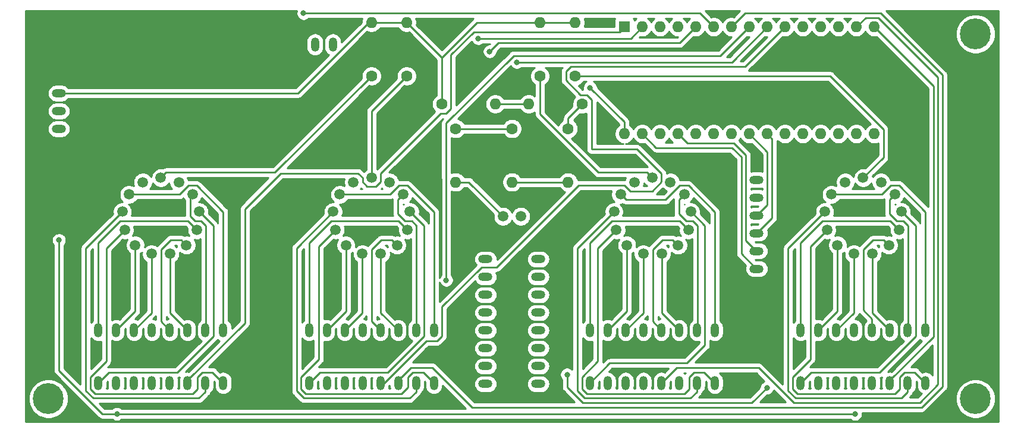
<source format=gtl>
G04 #@! TF.GenerationSoftware,KiCad,Pcbnew,(5.1.12)-1*
G04 #@! TF.CreationDate,2021-12-30T12:39:14-05:00*
G04 #@! TF.ProjectId,Nixie_Clock,4e697869-655f-4436-9c6f-636b2e6b6963,1.0*
G04 #@! TF.SameCoordinates,Original*
G04 #@! TF.FileFunction,Copper,L1,Top*
G04 #@! TF.FilePolarity,Positive*
%FSLAX46Y46*%
G04 Gerber Fmt 4.6, Leading zero omitted, Abs format (unit mm)*
G04 Created by KiCad (PCBNEW (5.1.12)-1) date 2021-12-30 12:39:14*
%MOMM*%
%LPD*%
G01*
G04 APERTURE LIST*
G04 #@! TA.AperFunction,ComponentPad*
%ADD10C,4.400000*%
G04 #@! TD*
G04 #@! TA.AperFunction,ComponentPad*
%ADD11O,1.200000X2.000000*%
G04 #@! TD*
G04 #@! TA.AperFunction,ComponentPad*
%ADD12C,1.500000*%
G04 #@! TD*
G04 #@! TA.AperFunction,ComponentPad*
%ADD13R,1.600000X1.600000*%
G04 #@! TD*
G04 #@! TA.AperFunction,ComponentPad*
%ADD14O,1.600000X1.600000*%
G04 #@! TD*
G04 #@! TA.AperFunction,ComponentPad*
%ADD15O,2.000000X1.200000*%
G04 #@! TD*
G04 #@! TA.AperFunction,ComponentPad*
%ADD16C,1.600000*%
G04 #@! TD*
G04 #@! TA.AperFunction,ViaPad*
%ADD17C,0.800000*%
G04 #@! TD*
G04 #@! TA.AperFunction,Conductor*
%ADD18C,0.250000*%
G04 #@! TD*
G04 #@! TA.AperFunction,NonConductor*
%ADD19C,0.254000*%
G04 #@! TD*
G04 #@! TA.AperFunction,NonConductor*
%ADD20C,0.100000*%
G04 #@! TD*
G04 APERTURE END LIST*
D10*
X63692400Y-129276400D03*
X195692400Y-129276400D03*
X195692400Y-77276400D03*
D11*
X158582400Y-119516400D03*
X158582400Y-127036400D03*
X156042400Y-119516400D03*
X156042400Y-127036400D03*
X153502400Y-119516400D03*
X153502400Y-127036400D03*
X150962400Y-119516400D03*
X150962400Y-127036400D03*
X148422400Y-119516400D03*
X148422400Y-127036400D03*
X145882400Y-119516400D03*
X145882400Y-127036400D03*
X143342400Y-119516400D03*
X143342400Y-127036400D03*
X140802400Y-119516400D03*
X140802400Y-127036400D03*
D12*
X179692400Y-97776400D03*
X182248377Y-98406392D03*
X184218811Y-100152044D03*
X185152299Y-102613448D03*
X184834989Y-105226727D03*
X183339575Y-107393209D03*
X181008636Y-108616580D03*
X178376164Y-108616580D03*
X176045225Y-107393209D03*
X174549811Y-105226727D03*
X174232501Y-102613448D03*
X175166287Y-100152044D03*
X177136423Y-98406392D03*
D11*
X188582400Y-119516400D03*
X188582400Y-127036400D03*
X186042400Y-119516400D03*
X186042400Y-127036400D03*
X183502400Y-119516400D03*
X183502400Y-127036400D03*
X180962400Y-119516400D03*
X180962400Y-127036400D03*
X178422400Y-119516400D03*
X178422400Y-127036400D03*
X175882400Y-119516400D03*
X175882400Y-127036400D03*
X173342400Y-119516400D03*
X173342400Y-127036400D03*
X170802400Y-119516400D03*
X170802400Y-127036400D03*
D13*
X145692400Y-76276400D03*
D14*
X178712400Y-91516400D03*
X148232400Y-76276400D03*
X176172400Y-91516400D03*
X150772400Y-76276400D03*
X173632400Y-91516400D03*
X153312400Y-76276400D03*
X171092400Y-91516400D03*
X155852400Y-76276400D03*
X168552400Y-91516400D03*
X158392400Y-76276400D03*
X166012400Y-91516400D03*
X160932400Y-76276400D03*
X163472400Y-91516400D03*
X163472400Y-76276400D03*
X160932400Y-91516400D03*
X166012400Y-76276400D03*
X158392400Y-91516400D03*
X168552400Y-76276400D03*
X155852400Y-91516400D03*
X171092400Y-76276400D03*
X153312400Y-91516400D03*
X173632400Y-76276400D03*
X150772400Y-91516400D03*
X176172400Y-76276400D03*
X148232400Y-91516400D03*
X178712400Y-76276400D03*
X145692400Y-91516400D03*
X181252400Y-76276400D03*
X181252400Y-91516400D03*
D15*
X65192400Y-90816400D03*
X65192400Y-88276400D03*
X65192400Y-85736400D03*
D11*
X101652400Y-78776400D03*
X104192400Y-78776400D03*
D12*
X77136423Y-98406392D03*
X75166287Y-100152044D03*
X74232501Y-102613448D03*
X74549811Y-105226727D03*
X76045225Y-107393209D03*
X78376164Y-108616580D03*
X81008636Y-108616580D03*
X83339575Y-107393209D03*
X84834989Y-105226727D03*
X85152299Y-102613448D03*
X84218811Y-100152044D03*
X82248377Y-98406392D03*
X79692400Y-97776400D03*
D16*
X109692400Y-83276400D03*
D14*
X109692400Y-75656400D03*
X114692400Y-75656400D03*
D16*
X114692400Y-83276400D03*
X121692400Y-90776400D03*
D14*
X121692400Y-98396400D03*
D16*
X129692400Y-90776400D03*
D14*
X129692400Y-98396400D03*
X137692400Y-98396400D03*
D16*
X137692400Y-90776400D03*
D14*
X132072400Y-87276400D03*
D16*
X139692400Y-87276400D03*
X119692400Y-87276400D03*
D14*
X127312400Y-87276400D03*
D16*
X133692400Y-83276400D03*
D14*
X133692400Y-75656400D03*
X138692400Y-75656400D03*
D16*
X138692400Y-83276400D03*
D11*
X88582400Y-119516400D03*
X88582400Y-127036400D03*
X86042400Y-119516400D03*
X86042400Y-127036400D03*
X83502400Y-119516400D03*
X83502400Y-127036400D03*
X80962400Y-119516400D03*
X80962400Y-127036400D03*
X78422400Y-119516400D03*
X78422400Y-127036400D03*
X75882400Y-119516400D03*
X75882400Y-127036400D03*
X73342400Y-119516400D03*
X73342400Y-127036400D03*
X70802400Y-119516400D03*
X70802400Y-127036400D03*
X100802400Y-127036400D03*
X100802400Y-119516400D03*
X103342400Y-127036400D03*
X103342400Y-119516400D03*
X105882400Y-127036400D03*
X105882400Y-119516400D03*
X108422400Y-127036400D03*
X108422400Y-119516400D03*
X110962400Y-127036400D03*
X110962400Y-119516400D03*
X113502400Y-127036400D03*
X113502400Y-119516400D03*
X116042400Y-127036400D03*
X116042400Y-119516400D03*
X118582400Y-127036400D03*
X118582400Y-119516400D03*
D12*
X109692400Y-97776400D03*
X112248377Y-98406392D03*
X114218811Y-100152044D03*
X115152299Y-102613448D03*
X114834989Y-105226727D03*
X113339575Y-107393209D03*
X111008636Y-108616580D03*
X108376164Y-108616580D03*
X106045225Y-107393209D03*
X104549811Y-105226727D03*
X104232501Y-102613448D03*
X105166287Y-100152044D03*
X107136423Y-98406392D03*
D15*
X133452400Y-127166400D03*
X125932400Y-127166400D03*
X133452400Y-124626400D03*
X125932400Y-124626400D03*
X133452400Y-122086400D03*
X125932400Y-122086400D03*
X133452400Y-119546400D03*
X125932400Y-119546400D03*
X133452400Y-117006400D03*
X125932400Y-117006400D03*
X133452400Y-114466400D03*
X125932400Y-114466400D03*
X133452400Y-111926400D03*
X125932400Y-111926400D03*
X133452400Y-109386400D03*
X125932400Y-109386400D03*
D12*
X128422400Y-103276400D03*
X130962400Y-103276400D03*
X147136423Y-98406392D03*
X145166287Y-100152044D03*
X144232501Y-102613448D03*
X144549811Y-105226727D03*
X146045225Y-107393209D03*
X148376164Y-108616580D03*
X151008636Y-108616580D03*
X153339575Y-107393209D03*
X154834989Y-105226727D03*
X155152299Y-102613448D03*
X154218811Y-100152044D03*
X152248377Y-98406392D03*
X149692400Y-97776400D03*
D15*
X164541200Y-98069400D03*
X164541200Y-100609400D03*
X164541200Y-103149400D03*
X164541200Y-105689400D03*
X164541200Y-108229400D03*
X164541200Y-110769400D03*
D17*
X124891800Y-77906401D03*
X126517400Y-79781400D03*
X137541000Y-125831600D03*
X165989000Y-127736600D03*
X100014201Y-74331399D03*
X120345200Y-112369600D03*
X130382211Y-81301389D03*
X140817600Y-84937600D03*
X73456800Y-131436440D03*
X65192400Y-106670600D03*
X178536600Y-131436440D03*
D18*
X83502400Y-126666144D02*
X83502400Y-127036400D01*
X91678452Y-118490092D02*
X83502400Y-126666144D01*
X96756661Y-97131391D02*
X91678452Y-102209600D01*
X107748424Y-97131391D02*
X96756661Y-97131391D01*
X108411424Y-97794391D02*
X107748424Y-97131391D01*
X108411424Y-98382426D02*
X108411424Y-97794391D01*
X91678452Y-102209600D02*
X91678452Y-118490092D01*
X109080399Y-99051401D02*
X108411424Y-98382426D01*
X110304401Y-99051401D02*
X109080399Y-99051401D01*
X110967401Y-98388401D02*
X110304401Y-99051401D01*
X110967401Y-97164399D02*
X110967401Y-98388401D01*
X119530399Y-88601401D02*
X110967401Y-97164399D01*
X120328401Y-88601401D02*
X119530399Y-88601401D01*
X121017401Y-87912401D02*
X121017401Y-80250651D01*
X120328401Y-88601401D02*
X121017401Y-87912401D01*
X144987399Y-76981401D02*
X145692400Y-76276400D01*
X124286651Y-76981401D02*
X144987399Y-76981401D01*
X121017401Y-80250651D02*
X124286651Y-76981401D01*
X146602399Y-77906401D02*
X124891800Y-77906401D01*
X148232400Y-76276400D02*
X146602399Y-77906401D01*
X127742389Y-78556411D02*
X126517400Y-79781400D01*
X153572389Y-78556411D02*
X127742389Y-78556411D01*
X155852400Y-76276400D02*
X153572389Y-78556411D01*
X163864170Y-129861430D02*
X165989000Y-127736600D01*
X139797922Y-129861430D02*
X163864170Y-129861430D01*
X137541000Y-127604508D02*
X139797922Y-129861430D01*
X137541000Y-125831600D02*
X137541000Y-127604508D01*
X156447399Y-74331399D02*
X100014201Y-74331399D01*
X158392400Y-76276400D02*
X156447399Y-74331399D01*
X166716220Y-92220220D02*
X166012400Y-91516400D01*
X166716220Y-103514380D02*
X166716220Y-92220220D01*
X164541200Y-105689400D02*
X166716220Y-103514380D01*
X113502400Y-126636400D02*
X113502400Y-127036400D01*
X115277418Y-124861382D02*
X113502400Y-126636400D01*
X124048444Y-130511440D02*
X118398386Y-124861382D01*
X188017616Y-130511440D02*
X124048444Y-130511440D01*
X191007430Y-127521626D02*
X188017616Y-130511440D01*
X118398386Y-124861382D02*
X115277418Y-124861382D01*
X191007430Y-83151176D02*
X191007430Y-127521626D01*
X182157643Y-74301389D02*
X191007430Y-83151176D01*
X162907411Y-74301389D02*
X182157643Y-74301389D01*
X160932400Y-76276400D02*
X162907411Y-74301389D01*
X166066210Y-94110210D02*
X163472400Y-91516400D01*
X166066210Y-101624390D02*
X166066210Y-94110210D01*
X164541200Y-103149400D02*
X166066210Y-101624390D01*
X120319800Y-89994798D02*
X120319800Y-97739200D01*
X120345200Y-97764600D02*
X120345200Y-112369600D01*
X159372412Y-80376388D02*
X129938210Y-80376388D01*
X163472400Y-76276400D02*
X159372412Y-80376388D01*
X120319800Y-97739200D02*
X120345200Y-97764600D01*
X129938210Y-80376388D02*
X120319800Y-89994798D01*
X160987411Y-81301389D02*
X130382211Y-81301389D01*
X166012400Y-76276400D02*
X160987411Y-81301389D01*
X130382211Y-81301389D02*
X130382211Y-81301389D01*
X111511396Y-127036400D02*
X110962400Y-127036400D01*
X117506386Y-121041410D02*
X111511396Y-127036400D01*
X119707410Y-120382394D02*
X119048394Y-121041410D01*
X119707410Y-116160386D02*
X119707410Y-120382394D01*
X125356386Y-110511410D02*
X119707410Y-116160386D01*
X127538392Y-110511410D02*
X125356386Y-110511410D01*
X145720072Y-98877043D02*
X139172759Y-98877043D01*
X146524422Y-99681393D02*
X145720072Y-98877043D01*
X149674409Y-99681393D02*
X146524422Y-99681393D01*
X150967401Y-98388401D02*
X149674409Y-99681393D01*
X150967401Y-97164399D02*
X150967401Y-98388401D01*
X147507001Y-93703999D02*
X150967401Y-97164399D01*
X141017401Y-93703999D02*
X147507001Y-93703999D01*
X119048394Y-121041410D02*
X117506386Y-121041410D01*
X141017401Y-86640399D02*
X141017401Y-93703999D01*
X139172759Y-98877043D02*
X127538392Y-110511410D01*
X140328401Y-85951399D02*
X141017401Y-86640399D01*
X139406397Y-85951399D02*
X140328401Y-85951399D01*
X137367399Y-83912401D02*
X139406397Y-85951399D01*
X137367399Y-82640399D02*
X137367399Y-83912401D01*
X138056399Y-81951399D02*
X137367399Y-82640399D01*
X162877401Y-81951399D02*
X138056399Y-81951399D01*
X168552400Y-76276400D02*
X162877401Y-81951399D01*
X163016190Y-94563190D02*
X161294401Y-92841401D01*
X163016190Y-106704390D02*
X163016190Y-94563190D01*
X164541200Y-108229400D02*
X163016190Y-106704390D01*
X154637401Y-92841401D02*
X153312400Y-91516400D01*
X161294401Y-92841401D02*
X154637401Y-92841401D01*
X180037401Y-74951399D02*
X178712400Y-76276400D01*
X181888401Y-74951399D02*
X180037401Y-74951399D01*
X190357420Y-83420418D02*
X181888401Y-74951399D01*
X190357420Y-127252384D02*
X190357420Y-83420418D01*
X187748374Y-129861430D02*
X190357420Y-127252384D01*
X169797922Y-129861430D02*
X187748374Y-129861430D01*
X164797872Y-124861380D02*
X169797922Y-129861430D01*
X153137420Y-124861380D02*
X164797872Y-124861380D01*
X150962400Y-127036400D02*
X153137420Y-124861380D01*
X145692400Y-89812400D02*
X145692400Y-91516400D01*
X140817600Y-84937600D02*
X145692400Y-89812400D01*
X183502400Y-126666144D02*
X183502400Y-127036400D01*
X189707410Y-120461134D02*
X183502400Y-126666144D01*
X189707410Y-84731410D02*
X189707410Y-120461134D01*
X181252400Y-76276400D02*
X189707410Y-84731410D01*
X95942399Y-97026401D02*
X109692400Y-83276400D01*
X80442399Y-97026401D02*
X95942399Y-97026401D01*
X79692400Y-97776400D02*
X80442399Y-97026401D01*
X109692400Y-88276400D02*
X114692400Y-83276400D01*
X109692400Y-97776400D02*
X109692400Y-88276400D01*
X121692400Y-90776400D02*
X129692400Y-90776400D01*
X137692400Y-89276400D02*
X139692400Y-87276400D01*
X137692400Y-90776400D02*
X137692400Y-89276400D01*
X132072400Y-87276400D02*
X127312400Y-87276400D01*
X84917390Y-126170406D02*
X85576406Y-125511390D01*
X84917390Y-127902394D02*
X84917390Y-126170406D01*
X84258374Y-128561410D02*
X84917390Y-127902394D01*
X85576406Y-125511390D02*
X87057390Y-125511390D01*
X70336406Y-128561410D02*
X84258374Y-128561410D01*
X69677390Y-127902394D02*
X70336406Y-128561410D01*
X69677390Y-126170406D02*
X69677390Y-127902394D01*
X71927410Y-123920386D02*
X69677390Y-126170406D01*
X71927410Y-107849128D02*
X71927410Y-123920386D01*
X87057390Y-125511390D02*
X88582400Y-127036400D01*
X74549811Y-105226727D02*
X71927410Y-107849128D01*
X85117380Y-129211420D02*
X86042400Y-128286400D01*
X70067164Y-129211420D02*
X85117380Y-129211420D01*
X69027380Y-128171636D02*
X70067164Y-129211420D01*
X69027380Y-107818569D02*
X69027380Y-128171636D01*
X86042400Y-128286400D02*
X86042400Y-127036400D01*
X74232501Y-102613448D02*
X69027380Y-107818569D01*
X164541200Y-110769400D02*
X162366180Y-108594380D01*
X162366180Y-108594380D02*
X162366180Y-94832432D01*
X162366180Y-94832432D02*
X161025159Y-93491411D01*
X150207411Y-93491411D02*
X148232400Y-91516400D01*
X161025159Y-93491411D02*
X150207411Y-93491411D01*
X65192400Y-125255908D02*
X65192400Y-106670600D01*
X71372932Y-131436440D02*
X65192400Y-125255908D01*
X73456800Y-131436440D02*
X71372932Y-131436440D01*
X178536600Y-131436440D02*
X73456800Y-131436440D01*
X118582400Y-102628631D02*
X118582400Y-119516400D01*
X114830812Y-98877043D02*
X118582400Y-102628631D01*
X113606810Y-98877043D02*
X114830812Y-98877043D01*
X112331809Y-100152044D02*
X113606810Y-98877043D01*
X105166287Y-100152044D02*
X112331809Y-100152044D01*
X117057390Y-125511390D02*
X118582400Y-127036400D01*
X114917390Y-126170406D02*
X115576406Y-125511390D01*
X114917390Y-127612414D02*
X114917390Y-126170406D01*
X99677390Y-127902394D02*
X100336406Y-128561410D01*
X113968394Y-128561410D02*
X114917390Y-127612414D01*
X99677390Y-126170406D02*
X99677390Y-127902394D01*
X102217390Y-123630406D02*
X99677390Y-126170406D01*
X115576406Y-125511390D02*
X117057390Y-125511390D01*
X102217390Y-107559148D02*
X102217390Y-123630406D01*
X100336406Y-128561410D02*
X113968394Y-128561410D01*
X104549811Y-105226727D02*
X102217390Y-107559148D01*
X116109990Y-119448810D02*
X116042400Y-119516400D01*
X116109990Y-104614726D02*
X116109990Y-119448810D01*
X114479240Y-103951726D02*
X115446990Y-103951726D01*
X115446990Y-103951726D02*
X116109990Y-104614726D01*
X113468812Y-102941298D02*
X114479240Y-103951726D01*
X113468812Y-100902043D02*
X113468812Y-102941298D01*
X114218811Y-100152044D02*
X113468812Y-100902043D01*
X116042400Y-128286400D02*
X116042400Y-127036400D01*
X115117380Y-129211420D02*
X116042400Y-128286400D01*
X100067164Y-129211420D02*
X115117380Y-129211420D01*
X99027380Y-128171636D02*
X100067164Y-129211420D01*
X99027380Y-107818569D02*
X99027380Y-128171636D01*
X104232501Y-102613448D02*
X99027380Y-107818569D01*
X111008636Y-117022636D02*
X113502400Y-119516400D01*
X111008636Y-108616580D02*
X111008636Y-117022636D01*
X109733635Y-118287635D02*
X110962400Y-119516400D01*
X109733635Y-108004579D02*
X109733635Y-118287635D01*
X111095004Y-106643210D02*
X109733635Y-108004579D01*
X112589576Y-106643210D02*
X111095004Y-106643210D01*
X113339575Y-107393209D02*
X112589576Y-106643210D01*
X108376164Y-117022636D02*
X105882400Y-119516400D01*
X108376164Y-108616580D02*
X108376164Y-117022636D01*
X106045225Y-116813575D02*
X103342400Y-119516400D01*
X106045225Y-107393209D02*
X106045225Y-116813575D01*
X100802400Y-107087136D02*
X100802400Y-119516400D01*
X103937810Y-103951726D02*
X100802400Y-107087136D01*
X113559988Y-103951726D02*
X103937810Y-103951726D01*
X114834989Y-105226727D02*
X113559988Y-103951726D01*
X102327410Y-125511390D02*
X100802400Y-127036400D01*
X112038414Y-125511390D02*
X102327410Y-125511390D01*
X117167410Y-120382394D02*
X112038414Y-125511390D01*
X117167410Y-104628559D02*
X117167410Y-120382394D01*
X115152299Y-102613448D02*
X117167410Y-104628559D01*
X156042400Y-128286400D02*
X156042400Y-127036400D01*
X140067164Y-129211420D02*
X155117380Y-129211420D01*
X139027380Y-128171636D02*
X140067164Y-129211420D01*
X139027380Y-107818569D02*
X139027380Y-128171636D01*
X155117380Y-129211420D02*
X156042400Y-128286400D01*
X144232501Y-102613448D02*
X139027380Y-107818569D01*
X149733635Y-118287635D02*
X150962400Y-119516400D01*
X149733635Y-108004579D02*
X149733635Y-118287635D01*
X151095004Y-106643210D02*
X149733635Y-108004579D01*
X152589576Y-106643210D02*
X151095004Y-106643210D01*
X153339575Y-107393209D02*
X152589576Y-106643210D01*
X172327410Y-125511390D02*
X170802400Y-127036400D01*
X182038414Y-125511390D02*
X172327410Y-125511390D01*
X187167410Y-120382394D02*
X182038414Y-125511390D01*
X185152299Y-102613448D02*
X187167410Y-104628559D01*
X187167410Y-104628559D02*
X187167410Y-120382394D01*
X170802400Y-107087136D02*
X170802400Y-119516400D01*
X173937810Y-103951726D02*
X170802400Y-107087136D01*
X183559988Y-103951726D02*
X173937810Y-103951726D01*
X184834989Y-105226727D02*
X183559988Y-103951726D01*
X176045225Y-116813575D02*
X173342400Y-119516400D01*
X176045225Y-107393209D02*
X176045225Y-116813575D01*
X178376164Y-117022636D02*
X175882400Y-119516400D01*
X178376164Y-108616580D02*
X178376164Y-117022636D01*
X182589576Y-106643210D02*
X183339575Y-107393209D01*
X181095004Y-106643210D02*
X182589576Y-106643210D01*
X179733635Y-108004579D02*
X181095004Y-106643210D01*
X179733635Y-116666887D02*
X179733635Y-108004579D01*
X180962400Y-117895652D02*
X179733635Y-116666887D01*
X180962400Y-119516400D02*
X180962400Y-117895652D01*
X181008636Y-117022636D02*
X183502400Y-119516400D01*
X181008636Y-108616580D02*
X181008636Y-117022636D01*
X185117380Y-129211420D02*
X186042400Y-128286400D01*
X186042400Y-128286400D02*
X186042400Y-127036400D01*
X170067164Y-129211420D02*
X185117380Y-129211420D01*
X169027380Y-128171636D02*
X170067164Y-129211420D01*
X169027380Y-107818569D02*
X169027380Y-128171636D01*
X174232501Y-102613448D02*
X169027380Y-107818569D01*
X186109990Y-119448810D02*
X186042400Y-119516400D01*
X186109990Y-104614726D02*
X186109990Y-119448810D01*
X185446990Y-103951726D02*
X186109990Y-104614726D01*
X184479240Y-103951726D02*
X185446990Y-103951726D01*
X183468812Y-102941298D02*
X184479240Y-103951726D01*
X183468812Y-100902043D02*
X183468812Y-102941298D01*
X184218811Y-100152044D02*
X183468812Y-100902043D01*
X185576406Y-125511390D02*
X187057390Y-125511390D01*
X184917390Y-126170406D02*
X185576406Y-125511390D01*
X184917390Y-127902394D02*
X184917390Y-126170406D01*
X184258374Y-128561410D02*
X184917390Y-127902394D01*
X170336406Y-128561410D02*
X184258374Y-128561410D01*
X169677390Y-127902394D02*
X170336406Y-128561410D01*
X169677390Y-126170406D02*
X169677390Y-127902394D01*
X172217390Y-123630406D02*
X169677390Y-126170406D01*
X172217390Y-107559148D02*
X172217390Y-123630406D01*
X187057390Y-125511390D02*
X188582400Y-127036400D01*
X174549811Y-105226727D02*
X172217390Y-107559148D01*
X188582400Y-102628631D02*
X188582400Y-119516400D01*
X184830812Y-98877043D02*
X188582400Y-102628631D01*
X183606810Y-98877043D02*
X184830812Y-98877043D01*
X182331809Y-100152044D02*
X183606810Y-98877043D01*
X175166287Y-100152044D02*
X182331809Y-100152044D01*
X123542400Y-98396400D02*
X128422400Y-103276400D01*
X121692400Y-98396400D02*
X123542400Y-98396400D01*
X129692400Y-98396400D02*
X137692400Y-98396400D01*
X133692400Y-88737402D02*
X133692400Y-83276400D01*
X141981399Y-97026401D02*
X133692400Y-88737402D01*
X148942401Y-97026401D02*
X141981399Y-97026401D01*
X149692400Y-97776400D02*
X148942401Y-97026401D01*
X174973402Y-83276400D02*
X138692400Y-83276400D01*
X182577401Y-90880399D02*
X174973402Y-83276400D01*
X182577401Y-94891399D02*
X182577401Y-90880399D01*
X179692400Y-97776400D02*
X182577401Y-94891399D01*
X88582400Y-102628631D02*
X88582400Y-119516400D01*
X84830812Y-98877043D02*
X88582400Y-102628631D01*
X83606810Y-98877043D02*
X84830812Y-98877043D01*
X82331809Y-100152044D02*
X83606810Y-98877043D01*
X75166287Y-100152044D02*
X82331809Y-100152044D01*
X86109990Y-119448810D02*
X86042400Y-119516400D01*
X86109990Y-104614726D02*
X86109990Y-119448810D01*
X85446990Y-103951726D02*
X86109990Y-104614726D01*
X84561570Y-103951726D02*
X85446990Y-103951726D01*
X83877298Y-103267454D02*
X84561570Y-103951726D01*
X83877298Y-100493557D02*
X83877298Y-103267454D01*
X84218811Y-100152044D02*
X83877298Y-100493557D01*
X81008636Y-117022636D02*
X83502400Y-119516400D01*
X81008636Y-108616580D02*
X81008636Y-117022636D01*
X79733635Y-118287635D02*
X80962400Y-119516400D01*
X79733635Y-108004579D02*
X79733635Y-118287635D01*
X81095004Y-106643210D02*
X79733635Y-108004579D01*
X82589576Y-106643210D02*
X81095004Y-106643210D01*
X83339575Y-107393209D02*
X82589576Y-106643210D01*
X78376164Y-117022636D02*
X75882400Y-119516400D01*
X78376164Y-108616580D02*
X78376164Y-117022636D01*
X76045225Y-116813575D02*
X73342400Y-119516400D01*
X76045225Y-107393209D02*
X76045225Y-116813575D01*
X70802400Y-107087136D02*
X70802400Y-119516400D01*
X73937810Y-103951726D02*
X70802400Y-107087136D01*
X83559988Y-103951726D02*
X73937810Y-103951726D01*
X84834989Y-105226727D02*
X83559988Y-103951726D01*
X72327410Y-125511390D02*
X70802400Y-127036400D01*
X82038414Y-125511390D02*
X72327410Y-125511390D01*
X87167410Y-120382394D02*
X82038414Y-125511390D01*
X87167410Y-104628559D02*
X87167410Y-120382394D01*
X85152299Y-102613448D02*
X87167410Y-104628559D01*
X154830812Y-98877043D02*
X158582400Y-102628631D01*
X158582400Y-102628631D02*
X158582400Y-119516400D01*
X153606810Y-98877043D02*
X154830812Y-98877043D01*
X151581810Y-100902043D02*
X153606810Y-98877043D01*
X145916286Y-100902043D02*
X151581810Y-100902043D01*
X145166287Y-100152044D02*
X145916286Y-100902043D01*
X157057390Y-125511390D02*
X158582400Y-127036400D01*
X154917390Y-126170406D02*
X155576406Y-125511390D01*
X155576406Y-125511390D02*
X157057390Y-125511390D01*
X154917390Y-127902394D02*
X154917390Y-126170406D01*
X154258374Y-128561410D02*
X154917390Y-127902394D01*
X139677390Y-127902394D02*
X140336406Y-128561410D01*
X139677390Y-126170406D02*
X139677390Y-127902394D01*
X140336406Y-128561410D02*
X154258374Y-128561410D01*
X141927410Y-123920386D02*
X139677390Y-126170406D01*
X141927410Y-107849128D02*
X141927410Y-123920386D01*
X144549811Y-105226727D02*
X141927410Y-107849128D01*
X156109990Y-119448810D02*
X156042400Y-119516400D01*
X156109990Y-104614726D02*
X156109990Y-119448810D01*
X155446990Y-103951726D02*
X156109990Y-104614726D01*
X154479240Y-103951726D02*
X155446990Y-103951726D01*
X153468812Y-102941298D02*
X154479240Y-103951726D01*
X153468812Y-100902043D02*
X153468812Y-102941298D01*
X154218811Y-100152044D02*
X153468812Y-100902043D01*
X151008636Y-117022636D02*
X153502400Y-119516400D01*
X151008636Y-108616580D02*
X151008636Y-117022636D01*
X148376164Y-117022636D02*
X145882400Y-119516400D01*
X148376164Y-108616580D02*
X148376164Y-117022636D01*
X146045225Y-116813575D02*
X143342400Y-119516400D01*
X146045225Y-107393209D02*
X146045225Y-116813575D01*
X143937810Y-103951726D02*
X140802400Y-107087136D01*
X153559988Y-103951726D02*
X143937810Y-103951726D01*
X140802400Y-107087136D02*
X140802400Y-119516400D01*
X154834989Y-105226727D02*
X153559988Y-103951726D01*
X143627430Y-124211370D02*
X140802400Y-127036400D01*
X154604430Y-124211370D02*
X143627430Y-124211370D01*
X157167410Y-121648390D02*
X154604430Y-124211370D01*
X157167410Y-104628559D02*
X157167410Y-121648390D01*
X155152299Y-102613448D02*
X157167410Y-104628559D01*
X109303404Y-75656400D02*
X109692400Y-75656400D01*
X99223404Y-85736400D02*
X109303404Y-75656400D01*
X65192400Y-85736400D02*
X99223404Y-85736400D01*
X109692400Y-75656400D02*
X114692400Y-75656400D01*
X119692400Y-80656400D02*
X119692400Y-87276400D01*
X114692400Y-75656400D02*
X119692400Y-80656400D01*
X124692400Y-75656400D02*
X119692400Y-80656400D01*
X133692400Y-75656400D02*
X124692400Y-75656400D01*
X133692400Y-75656400D02*
X138692400Y-75656400D01*
D19*
X99018975Y-74029501D02*
X98979201Y-74229460D01*
X98979201Y-74433338D01*
X99018975Y-74633297D01*
X99096996Y-74821655D01*
X99210264Y-74991173D01*
X99354427Y-75135336D01*
X99523945Y-75248604D01*
X99712303Y-75326625D01*
X99912262Y-75366399D01*
X100116140Y-75366399D01*
X100316099Y-75326625D01*
X100504457Y-75248604D01*
X100673975Y-75135336D01*
X100717912Y-75091399D01*
X108373199Y-75091399D01*
X108312547Y-75237826D01*
X108257400Y-75515065D01*
X108257400Y-75627602D01*
X105427400Y-78457602D01*
X105427400Y-78315736D01*
X105409530Y-78134299D01*
X105338911Y-77901499D01*
X105224233Y-77686951D01*
X105069902Y-77498898D01*
X104881849Y-77344567D01*
X104667301Y-77229889D01*
X104434502Y-77159270D01*
X104192400Y-77135425D01*
X103950299Y-77159270D01*
X103717500Y-77229889D01*
X103502952Y-77344567D01*
X103314899Y-77498898D01*
X103160568Y-77686951D01*
X103045889Y-77901499D01*
X102975270Y-78134298D01*
X102957400Y-78315735D01*
X102957400Y-79237064D01*
X102975270Y-79418501D01*
X103045889Y-79651300D01*
X103160567Y-79865848D01*
X103314898Y-80053902D01*
X103502951Y-80208233D01*
X103616224Y-80268779D01*
X98908603Y-84976400D01*
X66566333Y-84976400D01*
X66469902Y-84858898D01*
X66281849Y-84704567D01*
X66067301Y-84589889D01*
X65834502Y-84519270D01*
X65653065Y-84501400D01*
X64731735Y-84501400D01*
X64550298Y-84519270D01*
X64317499Y-84589889D01*
X64102951Y-84704567D01*
X63914898Y-84858898D01*
X63760567Y-85046951D01*
X63645889Y-85261499D01*
X63575270Y-85494298D01*
X63551425Y-85736400D01*
X63575270Y-85978502D01*
X63645889Y-86211301D01*
X63760567Y-86425849D01*
X63914898Y-86613902D01*
X64102951Y-86768233D01*
X64317499Y-86882911D01*
X64550298Y-86953530D01*
X64731735Y-86971400D01*
X65653065Y-86971400D01*
X65834502Y-86953530D01*
X66067301Y-86882911D01*
X66281849Y-86768233D01*
X66469902Y-86613902D01*
X66566333Y-86496400D01*
X99186082Y-86496400D01*
X99223404Y-86500076D01*
X99260726Y-86496400D01*
X99260737Y-86496400D01*
X99372390Y-86485403D01*
X99515651Y-86441946D01*
X99647680Y-86371374D01*
X99763405Y-86276401D01*
X99787208Y-86247397D01*
X109079037Y-76955569D01*
X109273826Y-77036253D01*
X109551065Y-77091400D01*
X109833735Y-77091400D01*
X110110974Y-77036253D01*
X110372127Y-76928080D01*
X110607159Y-76771037D01*
X110807037Y-76571159D01*
X110910443Y-76416400D01*
X113474357Y-76416400D01*
X113577763Y-76571159D01*
X113777641Y-76771037D01*
X114012673Y-76928080D01*
X114273826Y-77036253D01*
X114551065Y-77091400D01*
X114833735Y-77091400D01*
X115016287Y-77055088D01*
X118932400Y-80971202D01*
X118932401Y-86058356D01*
X118777641Y-86161763D01*
X118577763Y-86361641D01*
X118420720Y-86596673D01*
X118312547Y-86857826D01*
X118257400Y-87135065D01*
X118257400Y-87417735D01*
X118312547Y-87694974D01*
X118420720Y-87956127D01*
X118577763Y-88191159D01*
X118721801Y-88335197D01*
X110456404Y-96600595D01*
X110452400Y-96603881D01*
X110452400Y-88591201D01*
X114368514Y-84675088D01*
X114551065Y-84711400D01*
X114833735Y-84711400D01*
X115110974Y-84656253D01*
X115372127Y-84548080D01*
X115607159Y-84391037D01*
X115807037Y-84191159D01*
X115964080Y-83956127D01*
X116072253Y-83694974D01*
X116127400Y-83417735D01*
X116127400Y-83135065D01*
X116072253Y-82857826D01*
X115964080Y-82596673D01*
X115807037Y-82361641D01*
X115607159Y-82161763D01*
X115372127Y-82004720D01*
X115110974Y-81896547D01*
X114833735Y-81841400D01*
X114551065Y-81841400D01*
X114273826Y-81896547D01*
X114012673Y-82004720D01*
X113777641Y-82161763D01*
X113577763Y-82361641D01*
X113420720Y-82596673D01*
X113312547Y-82857826D01*
X113257400Y-83135065D01*
X113257400Y-83417735D01*
X113293712Y-83600286D01*
X109181398Y-87712601D01*
X109152400Y-87736399D01*
X109128602Y-87765397D01*
X109128601Y-87765398D01*
X109057426Y-87852124D01*
X108986854Y-87984154D01*
X108943398Y-88127415D01*
X108928724Y-88276400D01*
X108932401Y-88313732D01*
X108932400Y-96618491D01*
X108809514Y-96700601D01*
X108616601Y-96893514D01*
X108604083Y-96912248D01*
X108312227Y-96620393D01*
X108288425Y-96591390D01*
X108172700Y-96496417D01*
X108040671Y-96425845D01*
X107897410Y-96382388D01*
X107785757Y-96371391D01*
X107785746Y-96371391D01*
X107748424Y-96367715D01*
X107711102Y-96371391D01*
X97672210Y-96371391D01*
X109368514Y-84675088D01*
X109551065Y-84711400D01*
X109833735Y-84711400D01*
X110110974Y-84656253D01*
X110372127Y-84548080D01*
X110607159Y-84391037D01*
X110807037Y-84191159D01*
X110964080Y-83956127D01*
X111072253Y-83694974D01*
X111127400Y-83417735D01*
X111127400Y-83135065D01*
X111072253Y-82857826D01*
X110964080Y-82596673D01*
X110807037Y-82361641D01*
X110607159Y-82161763D01*
X110372127Y-82004720D01*
X110110974Y-81896547D01*
X109833735Y-81841400D01*
X109551065Y-81841400D01*
X109273826Y-81896547D01*
X109012673Y-82004720D01*
X108777641Y-82161763D01*
X108577763Y-82361641D01*
X108420720Y-82596673D01*
X108312547Y-82857826D01*
X108257400Y-83135065D01*
X108257400Y-83417735D01*
X108293712Y-83600286D01*
X95627598Y-96266401D01*
X80479724Y-96266401D01*
X80442399Y-96262725D01*
X80405074Y-96266401D01*
X80405066Y-96266401D01*
X80293413Y-96277398D01*
X80150152Y-96320855D01*
X80018123Y-96391427D01*
X79981216Y-96421716D01*
X79828811Y-96391400D01*
X79555989Y-96391400D01*
X79288411Y-96444625D01*
X79036357Y-96549029D01*
X78809514Y-96700601D01*
X78616601Y-96893514D01*
X78465029Y-97120357D01*
X78360625Y-97372411D01*
X78307400Y-97639989D01*
X78307400Y-97665950D01*
X78212222Y-97523506D01*
X78019309Y-97330593D01*
X77792466Y-97179021D01*
X77540412Y-97074617D01*
X77272834Y-97021392D01*
X77000012Y-97021392D01*
X76732434Y-97074617D01*
X76480380Y-97179021D01*
X76253537Y-97330593D01*
X76060624Y-97523506D01*
X75909052Y-97750349D01*
X75804648Y-98002403D01*
X75751423Y-98269981D01*
X75751423Y-98542803D01*
X75804648Y-98810381D01*
X75863339Y-98952075D01*
X75822330Y-98924673D01*
X75570276Y-98820269D01*
X75302698Y-98767044D01*
X75029876Y-98767044D01*
X74762298Y-98820269D01*
X74510244Y-98924673D01*
X74283401Y-99076245D01*
X74090488Y-99269158D01*
X73938916Y-99496001D01*
X73834512Y-99748055D01*
X73781287Y-100015633D01*
X73781287Y-100288455D01*
X73834512Y-100556033D01*
X73938916Y-100808087D01*
X74090488Y-101034930D01*
X74283401Y-101227843D01*
X74284306Y-101228448D01*
X74096090Y-101228448D01*
X73828512Y-101281673D01*
X73576458Y-101386077D01*
X73349615Y-101537649D01*
X73156702Y-101730562D01*
X73005130Y-101957405D01*
X72900726Y-102209459D01*
X72847501Y-102477037D01*
X72847501Y-102749859D01*
X72876334Y-102894813D01*
X68516383Y-107254765D01*
X68487379Y-107278568D01*
X68432251Y-107345743D01*
X68392406Y-107394293D01*
X68339337Y-107493577D01*
X68321834Y-107526323D01*
X68278377Y-107669584D01*
X68267380Y-107781237D01*
X68267380Y-107781247D01*
X68263704Y-107818569D01*
X68267380Y-107855891D01*
X68267381Y-127256088D01*
X65952400Y-124941107D01*
X65952400Y-107374311D01*
X65996337Y-107330374D01*
X66109605Y-107160856D01*
X66187626Y-106972498D01*
X66227400Y-106772539D01*
X66227400Y-106568661D01*
X66187626Y-106368702D01*
X66109605Y-106180344D01*
X65996337Y-106010826D01*
X65852174Y-105866663D01*
X65682656Y-105753395D01*
X65494298Y-105675374D01*
X65294339Y-105635600D01*
X65090461Y-105635600D01*
X64890502Y-105675374D01*
X64702144Y-105753395D01*
X64532626Y-105866663D01*
X64388463Y-106010826D01*
X64275195Y-106180344D01*
X64197174Y-106368702D01*
X64157400Y-106568661D01*
X64157400Y-106772539D01*
X64197174Y-106972498D01*
X64275195Y-107160856D01*
X64388463Y-107330374D01*
X64432401Y-107374312D01*
X64432400Y-125218586D01*
X64428724Y-125255908D01*
X64432400Y-125293230D01*
X64432400Y-125293240D01*
X64443397Y-125404893D01*
X64481257Y-125529702D01*
X64486854Y-125548154D01*
X64557426Y-125680184D01*
X64597271Y-125728734D01*
X64652399Y-125795909D01*
X64681403Y-125819712D01*
X70809133Y-131947443D01*
X70832931Y-131976441D01*
X70948656Y-132071414D01*
X71080685Y-132141986D01*
X71223946Y-132185443D01*
X71335599Y-132196440D01*
X71335608Y-132196440D01*
X71372931Y-132200116D01*
X71410254Y-132196440D01*
X72753089Y-132196440D01*
X72797026Y-132240377D01*
X72966544Y-132353645D01*
X73154902Y-132431666D01*
X73354861Y-132471440D01*
X73558739Y-132471440D01*
X73758698Y-132431666D01*
X73947056Y-132353645D01*
X74116574Y-132240377D01*
X74160511Y-132196440D01*
X177832889Y-132196440D01*
X177876826Y-132240377D01*
X178046344Y-132353645D01*
X178234702Y-132431666D01*
X178434661Y-132471440D01*
X178638539Y-132471440D01*
X178838498Y-132431666D01*
X179026856Y-132353645D01*
X179196374Y-132240377D01*
X179340537Y-132096214D01*
X179453805Y-131926696D01*
X179531826Y-131738338D01*
X179571600Y-131538379D01*
X179571600Y-131334501D01*
X179559056Y-131271440D01*
X187980294Y-131271440D01*
X188017616Y-131275116D01*
X188054938Y-131271440D01*
X188054949Y-131271440D01*
X188166602Y-131260443D01*
X188309863Y-131216986D01*
X188441892Y-131146414D01*
X188557617Y-131051441D01*
X188581420Y-131022437D01*
X190606680Y-128997177D01*
X192857400Y-128997177D01*
X192857400Y-129555623D01*
X192966348Y-130103339D01*
X193180056Y-130619276D01*
X193490312Y-131083607D01*
X193885193Y-131478488D01*
X194349524Y-131788744D01*
X194865461Y-132002452D01*
X195413177Y-132111400D01*
X195971623Y-132111400D01*
X196519339Y-132002452D01*
X197035276Y-131788744D01*
X197499607Y-131478488D01*
X197894488Y-131083607D01*
X198204744Y-130619276D01*
X198418452Y-130103339D01*
X198527400Y-129555623D01*
X198527400Y-128997177D01*
X198418452Y-128449461D01*
X198204744Y-127933524D01*
X197894488Y-127469193D01*
X197499607Y-127074312D01*
X197035276Y-126764056D01*
X196519339Y-126550348D01*
X195971623Y-126441400D01*
X195413177Y-126441400D01*
X194865461Y-126550348D01*
X194349524Y-126764056D01*
X193885193Y-127074312D01*
X193490312Y-127469193D01*
X193180056Y-127933524D01*
X192966348Y-128449461D01*
X192857400Y-128997177D01*
X190606680Y-128997177D01*
X191518433Y-128085425D01*
X191547431Y-128061627D01*
X191642404Y-127945902D01*
X191712976Y-127813873D01*
X191756433Y-127670612D01*
X191767430Y-127558959D01*
X191771107Y-127521626D01*
X191767430Y-127484293D01*
X191767430Y-83188499D01*
X191771106Y-83151176D01*
X191767430Y-83113853D01*
X191767430Y-83113843D01*
X191756433Y-83002190D01*
X191712976Y-82858929D01*
X191642404Y-82726900D01*
X191547431Y-82611175D01*
X191518434Y-82587378D01*
X185928233Y-76997177D01*
X192857400Y-76997177D01*
X192857400Y-77555623D01*
X192966348Y-78103339D01*
X193180056Y-78619276D01*
X193490312Y-79083607D01*
X193885193Y-79478488D01*
X194349524Y-79788744D01*
X194865461Y-80002452D01*
X195413177Y-80111400D01*
X195971623Y-80111400D01*
X196519339Y-80002452D01*
X197035276Y-79788744D01*
X197499607Y-79478488D01*
X197894488Y-79083607D01*
X198204744Y-78619276D01*
X198418452Y-78103339D01*
X198527400Y-77555623D01*
X198527400Y-76997177D01*
X198418452Y-76449461D01*
X198204744Y-75933524D01*
X197894488Y-75469193D01*
X197499607Y-75074312D01*
X197035276Y-74764056D01*
X196519339Y-74550348D01*
X195971623Y-74441400D01*
X195413177Y-74441400D01*
X194865461Y-74550348D01*
X194349524Y-74764056D01*
X193885193Y-75074312D01*
X193490312Y-75469193D01*
X193180056Y-75933524D01*
X192966348Y-76449461D01*
X192857400Y-76997177D01*
X185928233Y-76997177D01*
X182917455Y-73986400D01*
X198982400Y-73986400D01*
X198982401Y-132566400D01*
X60402400Y-132566400D01*
X60402400Y-128997177D01*
X60857400Y-128997177D01*
X60857400Y-129555623D01*
X60966348Y-130103339D01*
X61180056Y-130619276D01*
X61490312Y-131083607D01*
X61885193Y-131478488D01*
X62349524Y-131788744D01*
X62865461Y-132002452D01*
X63413177Y-132111400D01*
X63971623Y-132111400D01*
X64519339Y-132002452D01*
X65035276Y-131788744D01*
X65499607Y-131478488D01*
X65894488Y-131083607D01*
X66204744Y-130619276D01*
X66418452Y-130103339D01*
X66527400Y-129555623D01*
X66527400Y-128997177D01*
X66418452Y-128449461D01*
X66204744Y-127933524D01*
X65894488Y-127469193D01*
X65499607Y-127074312D01*
X65035276Y-126764056D01*
X64519339Y-126550348D01*
X63971623Y-126441400D01*
X63413177Y-126441400D01*
X62865461Y-126550348D01*
X62349524Y-126764056D01*
X61885193Y-127074312D01*
X61490312Y-127469193D01*
X61180056Y-127933524D01*
X60966348Y-128449461D01*
X60857400Y-128997177D01*
X60402400Y-128997177D01*
X60402400Y-90816400D01*
X63551425Y-90816400D01*
X63575270Y-91058502D01*
X63645889Y-91291301D01*
X63760567Y-91505849D01*
X63914898Y-91693902D01*
X64102951Y-91848233D01*
X64317499Y-91962911D01*
X64550298Y-92033530D01*
X64731735Y-92051400D01*
X65653065Y-92051400D01*
X65834502Y-92033530D01*
X66067301Y-91962911D01*
X66281849Y-91848233D01*
X66469902Y-91693902D01*
X66624233Y-91505849D01*
X66738911Y-91291301D01*
X66809530Y-91058502D01*
X66833375Y-90816400D01*
X66809530Y-90574298D01*
X66738911Y-90341499D01*
X66624233Y-90126951D01*
X66469902Y-89938898D01*
X66281849Y-89784567D01*
X66067301Y-89669889D01*
X65834502Y-89599270D01*
X65653065Y-89581400D01*
X64731735Y-89581400D01*
X64550298Y-89599270D01*
X64317499Y-89669889D01*
X64102951Y-89784567D01*
X63914898Y-89938898D01*
X63760567Y-90126951D01*
X63645889Y-90341499D01*
X63575270Y-90574298D01*
X63551425Y-90816400D01*
X60402400Y-90816400D01*
X60402400Y-88276400D01*
X63551425Y-88276400D01*
X63575270Y-88518502D01*
X63645889Y-88751301D01*
X63760567Y-88965849D01*
X63914898Y-89153902D01*
X64102951Y-89308233D01*
X64317499Y-89422911D01*
X64550298Y-89493530D01*
X64731735Y-89511400D01*
X65653065Y-89511400D01*
X65834502Y-89493530D01*
X66067301Y-89422911D01*
X66281849Y-89308233D01*
X66469902Y-89153902D01*
X66624233Y-88965849D01*
X66738911Y-88751301D01*
X66809530Y-88518502D01*
X66833375Y-88276400D01*
X66809530Y-88034298D01*
X66738911Y-87801499D01*
X66624233Y-87586951D01*
X66469902Y-87398898D01*
X66281849Y-87244567D01*
X66067301Y-87129889D01*
X65834502Y-87059270D01*
X65653065Y-87041400D01*
X64731735Y-87041400D01*
X64550298Y-87059270D01*
X64317499Y-87129889D01*
X64102951Y-87244567D01*
X63914898Y-87398898D01*
X63760567Y-87586951D01*
X63645889Y-87801499D01*
X63575270Y-88034298D01*
X63551425Y-88276400D01*
X60402400Y-88276400D01*
X60402400Y-78315735D01*
X100417400Y-78315735D01*
X100417400Y-79237064D01*
X100435270Y-79418501D01*
X100505889Y-79651300D01*
X100620567Y-79865848D01*
X100774898Y-80053902D01*
X100962951Y-80208233D01*
X101177499Y-80322911D01*
X101410298Y-80393530D01*
X101652400Y-80417375D01*
X101894501Y-80393530D01*
X102127300Y-80322911D01*
X102341848Y-80208233D01*
X102529902Y-80053902D01*
X102684233Y-79865849D01*
X102798911Y-79651301D01*
X102869530Y-79418502D01*
X102887400Y-79237065D01*
X102887400Y-78315736D01*
X102869530Y-78134299D01*
X102798911Y-77901499D01*
X102684233Y-77686951D01*
X102529902Y-77498898D01*
X102341849Y-77344567D01*
X102127301Y-77229889D01*
X101894502Y-77159270D01*
X101652400Y-77135425D01*
X101410299Y-77159270D01*
X101177500Y-77229889D01*
X100962952Y-77344567D01*
X100774899Y-77498898D01*
X100620568Y-77686951D01*
X100505889Y-77901499D01*
X100435270Y-78134298D01*
X100417400Y-78315735D01*
X60402400Y-78315735D01*
X60402400Y-73986400D01*
X99036828Y-73986400D01*
X99018975Y-74029501D01*
G04 #@! TA.AperFunction,NonConductor*
D20*
G36*
X99018975Y-74029501D02*
G01*
X98979201Y-74229460D01*
X98979201Y-74433338D01*
X99018975Y-74633297D01*
X99096996Y-74821655D01*
X99210264Y-74991173D01*
X99354427Y-75135336D01*
X99523945Y-75248604D01*
X99712303Y-75326625D01*
X99912262Y-75366399D01*
X100116140Y-75366399D01*
X100316099Y-75326625D01*
X100504457Y-75248604D01*
X100673975Y-75135336D01*
X100717912Y-75091399D01*
X108373199Y-75091399D01*
X108312547Y-75237826D01*
X108257400Y-75515065D01*
X108257400Y-75627602D01*
X105427400Y-78457602D01*
X105427400Y-78315736D01*
X105409530Y-78134299D01*
X105338911Y-77901499D01*
X105224233Y-77686951D01*
X105069902Y-77498898D01*
X104881849Y-77344567D01*
X104667301Y-77229889D01*
X104434502Y-77159270D01*
X104192400Y-77135425D01*
X103950299Y-77159270D01*
X103717500Y-77229889D01*
X103502952Y-77344567D01*
X103314899Y-77498898D01*
X103160568Y-77686951D01*
X103045889Y-77901499D01*
X102975270Y-78134298D01*
X102957400Y-78315735D01*
X102957400Y-79237064D01*
X102975270Y-79418501D01*
X103045889Y-79651300D01*
X103160567Y-79865848D01*
X103314898Y-80053902D01*
X103502951Y-80208233D01*
X103616224Y-80268779D01*
X98908603Y-84976400D01*
X66566333Y-84976400D01*
X66469902Y-84858898D01*
X66281849Y-84704567D01*
X66067301Y-84589889D01*
X65834502Y-84519270D01*
X65653065Y-84501400D01*
X64731735Y-84501400D01*
X64550298Y-84519270D01*
X64317499Y-84589889D01*
X64102951Y-84704567D01*
X63914898Y-84858898D01*
X63760567Y-85046951D01*
X63645889Y-85261499D01*
X63575270Y-85494298D01*
X63551425Y-85736400D01*
X63575270Y-85978502D01*
X63645889Y-86211301D01*
X63760567Y-86425849D01*
X63914898Y-86613902D01*
X64102951Y-86768233D01*
X64317499Y-86882911D01*
X64550298Y-86953530D01*
X64731735Y-86971400D01*
X65653065Y-86971400D01*
X65834502Y-86953530D01*
X66067301Y-86882911D01*
X66281849Y-86768233D01*
X66469902Y-86613902D01*
X66566333Y-86496400D01*
X99186082Y-86496400D01*
X99223404Y-86500076D01*
X99260726Y-86496400D01*
X99260737Y-86496400D01*
X99372390Y-86485403D01*
X99515651Y-86441946D01*
X99647680Y-86371374D01*
X99763405Y-86276401D01*
X99787208Y-86247397D01*
X109079037Y-76955569D01*
X109273826Y-77036253D01*
X109551065Y-77091400D01*
X109833735Y-77091400D01*
X110110974Y-77036253D01*
X110372127Y-76928080D01*
X110607159Y-76771037D01*
X110807037Y-76571159D01*
X110910443Y-76416400D01*
X113474357Y-76416400D01*
X113577763Y-76571159D01*
X113777641Y-76771037D01*
X114012673Y-76928080D01*
X114273826Y-77036253D01*
X114551065Y-77091400D01*
X114833735Y-77091400D01*
X115016287Y-77055088D01*
X118932400Y-80971202D01*
X118932401Y-86058356D01*
X118777641Y-86161763D01*
X118577763Y-86361641D01*
X118420720Y-86596673D01*
X118312547Y-86857826D01*
X118257400Y-87135065D01*
X118257400Y-87417735D01*
X118312547Y-87694974D01*
X118420720Y-87956127D01*
X118577763Y-88191159D01*
X118721801Y-88335197D01*
X110456404Y-96600595D01*
X110452400Y-96603881D01*
X110452400Y-88591201D01*
X114368514Y-84675088D01*
X114551065Y-84711400D01*
X114833735Y-84711400D01*
X115110974Y-84656253D01*
X115372127Y-84548080D01*
X115607159Y-84391037D01*
X115807037Y-84191159D01*
X115964080Y-83956127D01*
X116072253Y-83694974D01*
X116127400Y-83417735D01*
X116127400Y-83135065D01*
X116072253Y-82857826D01*
X115964080Y-82596673D01*
X115807037Y-82361641D01*
X115607159Y-82161763D01*
X115372127Y-82004720D01*
X115110974Y-81896547D01*
X114833735Y-81841400D01*
X114551065Y-81841400D01*
X114273826Y-81896547D01*
X114012673Y-82004720D01*
X113777641Y-82161763D01*
X113577763Y-82361641D01*
X113420720Y-82596673D01*
X113312547Y-82857826D01*
X113257400Y-83135065D01*
X113257400Y-83417735D01*
X113293712Y-83600286D01*
X109181398Y-87712601D01*
X109152400Y-87736399D01*
X109128602Y-87765397D01*
X109128601Y-87765398D01*
X109057426Y-87852124D01*
X108986854Y-87984154D01*
X108943398Y-88127415D01*
X108928724Y-88276400D01*
X108932401Y-88313732D01*
X108932400Y-96618491D01*
X108809514Y-96700601D01*
X108616601Y-96893514D01*
X108604083Y-96912248D01*
X108312227Y-96620393D01*
X108288425Y-96591390D01*
X108172700Y-96496417D01*
X108040671Y-96425845D01*
X107897410Y-96382388D01*
X107785757Y-96371391D01*
X107785746Y-96371391D01*
X107748424Y-96367715D01*
X107711102Y-96371391D01*
X97672210Y-96371391D01*
X109368514Y-84675088D01*
X109551065Y-84711400D01*
X109833735Y-84711400D01*
X110110974Y-84656253D01*
X110372127Y-84548080D01*
X110607159Y-84391037D01*
X110807037Y-84191159D01*
X110964080Y-83956127D01*
X111072253Y-83694974D01*
X111127400Y-83417735D01*
X111127400Y-83135065D01*
X111072253Y-82857826D01*
X110964080Y-82596673D01*
X110807037Y-82361641D01*
X110607159Y-82161763D01*
X110372127Y-82004720D01*
X110110974Y-81896547D01*
X109833735Y-81841400D01*
X109551065Y-81841400D01*
X109273826Y-81896547D01*
X109012673Y-82004720D01*
X108777641Y-82161763D01*
X108577763Y-82361641D01*
X108420720Y-82596673D01*
X108312547Y-82857826D01*
X108257400Y-83135065D01*
X108257400Y-83417735D01*
X108293712Y-83600286D01*
X95627598Y-96266401D01*
X80479724Y-96266401D01*
X80442399Y-96262725D01*
X80405074Y-96266401D01*
X80405066Y-96266401D01*
X80293413Y-96277398D01*
X80150152Y-96320855D01*
X80018123Y-96391427D01*
X79981216Y-96421716D01*
X79828811Y-96391400D01*
X79555989Y-96391400D01*
X79288411Y-96444625D01*
X79036357Y-96549029D01*
X78809514Y-96700601D01*
X78616601Y-96893514D01*
X78465029Y-97120357D01*
X78360625Y-97372411D01*
X78307400Y-97639989D01*
X78307400Y-97665950D01*
X78212222Y-97523506D01*
X78019309Y-97330593D01*
X77792466Y-97179021D01*
X77540412Y-97074617D01*
X77272834Y-97021392D01*
X77000012Y-97021392D01*
X76732434Y-97074617D01*
X76480380Y-97179021D01*
X76253537Y-97330593D01*
X76060624Y-97523506D01*
X75909052Y-97750349D01*
X75804648Y-98002403D01*
X75751423Y-98269981D01*
X75751423Y-98542803D01*
X75804648Y-98810381D01*
X75863339Y-98952075D01*
X75822330Y-98924673D01*
X75570276Y-98820269D01*
X75302698Y-98767044D01*
X75029876Y-98767044D01*
X74762298Y-98820269D01*
X74510244Y-98924673D01*
X74283401Y-99076245D01*
X74090488Y-99269158D01*
X73938916Y-99496001D01*
X73834512Y-99748055D01*
X73781287Y-100015633D01*
X73781287Y-100288455D01*
X73834512Y-100556033D01*
X73938916Y-100808087D01*
X74090488Y-101034930D01*
X74283401Y-101227843D01*
X74284306Y-101228448D01*
X74096090Y-101228448D01*
X73828512Y-101281673D01*
X73576458Y-101386077D01*
X73349615Y-101537649D01*
X73156702Y-101730562D01*
X73005130Y-101957405D01*
X72900726Y-102209459D01*
X72847501Y-102477037D01*
X72847501Y-102749859D01*
X72876334Y-102894813D01*
X68516383Y-107254765D01*
X68487379Y-107278568D01*
X68432251Y-107345743D01*
X68392406Y-107394293D01*
X68339337Y-107493577D01*
X68321834Y-107526323D01*
X68278377Y-107669584D01*
X68267380Y-107781237D01*
X68267380Y-107781247D01*
X68263704Y-107818569D01*
X68267380Y-107855891D01*
X68267381Y-127256088D01*
X65952400Y-124941107D01*
X65952400Y-107374311D01*
X65996337Y-107330374D01*
X66109605Y-107160856D01*
X66187626Y-106972498D01*
X66227400Y-106772539D01*
X66227400Y-106568661D01*
X66187626Y-106368702D01*
X66109605Y-106180344D01*
X65996337Y-106010826D01*
X65852174Y-105866663D01*
X65682656Y-105753395D01*
X65494298Y-105675374D01*
X65294339Y-105635600D01*
X65090461Y-105635600D01*
X64890502Y-105675374D01*
X64702144Y-105753395D01*
X64532626Y-105866663D01*
X64388463Y-106010826D01*
X64275195Y-106180344D01*
X64197174Y-106368702D01*
X64157400Y-106568661D01*
X64157400Y-106772539D01*
X64197174Y-106972498D01*
X64275195Y-107160856D01*
X64388463Y-107330374D01*
X64432401Y-107374312D01*
X64432400Y-125218586D01*
X64428724Y-125255908D01*
X64432400Y-125293230D01*
X64432400Y-125293240D01*
X64443397Y-125404893D01*
X64481257Y-125529702D01*
X64486854Y-125548154D01*
X64557426Y-125680184D01*
X64597271Y-125728734D01*
X64652399Y-125795909D01*
X64681403Y-125819712D01*
X70809133Y-131947443D01*
X70832931Y-131976441D01*
X70948656Y-132071414D01*
X71080685Y-132141986D01*
X71223946Y-132185443D01*
X71335599Y-132196440D01*
X71335608Y-132196440D01*
X71372931Y-132200116D01*
X71410254Y-132196440D01*
X72753089Y-132196440D01*
X72797026Y-132240377D01*
X72966544Y-132353645D01*
X73154902Y-132431666D01*
X73354861Y-132471440D01*
X73558739Y-132471440D01*
X73758698Y-132431666D01*
X73947056Y-132353645D01*
X74116574Y-132240377D01*
X74160511Y-132196440D01*
X177832889Y-132196440D01*
X177876826Y-132240377D01*
X178046344Y-132353645D01*
X178234702Y-132431666D01*
X178434661Y-132471440D01*
X178638539Y-132471440D01*
X178838498Y-132431666D01*
X179026856Y-132353645D01*
X179196374Y-132240377D01*
X179340537Y-132096214D01*
X179453805Y-131926696D01*
X179531826Y-131738338D01*
X179571600Y-131538379D01*
X179571600Y-131334501D01*
X179559056Y-131271440D01*
X187980294Y-131271440D01*
X188017616Y-131275116D01*
X188054938Y-131271440D01*
X188054949Y-131271440D01*
X188166602Y-131260443D01*
X188309863Y-131216986D01*
X188441892Y-131146414D01*
X188557617Y-131051441D01*
X188581420Y-131022437D01*
X190606680Y-128997177D01*
X192857400Y-128997177D01*
X192857400Y-129555623D01*
X192966348Y-130103339D01*
X193180056Y-130619276D01*
X193490312Y-131083607D01*
X193885193Y-131478488D01*
X194349524Y-131788744D01*
X194865461Y-132002452D01*
X195413177Y-132111400D01*
X195971623Y-132111400D01*
X196519339Y-132002452D01*
X197035276Y-131788744D01*
X197499607Y-131478488D01*
X197894488Y-131083607D01*
X198204744Y-130619276D01*
X198418452Y-130103339D01*
X198527400Y-129555623D01*
X198527400Y-128997177D01*
X198418452Y-128449461D01*
X198204744Y-127933524D01*
X197894488Y-127469193D01*
X197499607Y-127074312D01*
X197035276Y-126764056D01*
X196519339Y-126550348D01*
X195971623Y-126441400D01*
X195413177Y-126441400D01*
X194865461Y-126550348D01*
X194349524Y-126764056D01*
X193885193Y-127074312D01*
X193490312Y-127469193D01*
X193180056Y-127933524D01*
X192966348Y-128449461D01*
X192857400Y-128997177D01*
X190606680Y-128997177D01*
X191518433Y-128085425D01*
X191547431Y-128061627D01*
X191642404Y-127945902D01*
X191712976Y-127813873D01*
X191756433Y-127670612D01*
X191767430Y-127558959D01*
X191771107Y-127521626D01*
X191767430Y-127484293D01*
X191767430Y-83188499D01*
X191771106Y-83151176D01*
X191767430Y-83113853D01*
X191767430Y-83113843D01*
X191756433Y-83002190D01*
X191712976Y-82858929D01*
X191642404Y-82726900D01*
X191547431Y-82611175D01*
X191518434Y-82587378D01*
X185928233Y-76997177D01*
X192857400Y-76997177D01*
X192857400Y-77555623D01*
X192966348Y-78103339D01*
X193180056Y-78619276D01*
X193490312Y-79083607D01*
X193885193Y-79478488D01*
X194349524Y-79788744D01*
X194865461Y-80002452D01*
X195413177Y-80111400D01*
X195971623Y-80111400D01*
X196519339Y-80002452D01*
X197035276Y-79788744D01*
X197499607Y-79478488D01*
X197894488Y-79083607D01*
X198204744Y-78619276D01*
X198418452Y-78103339D01*
X198527400Y-77555623D01*
X198527400Y-76997177D01*
X198418452Y-76449461D01*
X198204744Y-75933524D01*
X197894488Y-75469193D01*
X197499607Y-75074312D01*
X197035276Y-74764056D01*
X196519339Y-74550348D01*
X195971623Y-74441400D01*
X195413177Y-74441400D01*
X194865461Y-74550348D01*
X194349524Y-74764056D01*
X193885193Y-75074312D01*
X193490312Y-75469193D01*
X193180056Y-75933524D01*
X192966348Y-76449461D01*
X192857400Y-76997177D01*
X185928233Y-76997177D01*
X182917455Y-73986400D01*
X198982400Y-73986400D01*
X198982401Y-132566400D01*
X60402400Y-132566400D01*
X60402400Y-128997177D01*
X60857400Y-128997177D01*
X60857400Y-129555623D01*
X60966348Y-130103339D01*
X61180056Y-130619276D01*
X61490312Y-131083607D01*
X61885193Y-131478488D01*
X62349524Y-131788744D01*
X62865461Y-132002452D01*
X63413177Y-132111400D01*
X63971623Y-132111400D01*
X64519339Y-132002452D01*
X65035276Y-131788744D01*
X65499607Y-131478488D01*
X65894488Y-131083607D01*
X66204744Y-130619276D01*
X66418452Y-130103339D01*
X66527400Y-129555623D01*
X66527400Y-128997177D01*
X66418452Y-128449461D01*
X66204744Y-127933524D01*
X65894488Y-127469193D01*
X65499607Y-127074312D01*
X65035276Y-126764056D01*
X64519339Y-126550348D01*
X63971623Y-126441400D01*
X63413177Y-126441400D01*
X62865461Y-126550348D01*
X62349524Y-126764056D01*
X61885193Y-127074312D01*
X61490312Y-127469193D01*
X61180056Y-127933524D01*
X60966348Y-128449461D01*
X60857400Y-128997177D01*
X60402400Y-128997177D01*
X60402400Y-90816400D01*
X63551425Y-90816400D01*
X63575270Y-91058502D01*
X63645889Y-91291301D01*
X63760567Y-91505849D01*
X63914898Y-91693902D01*
X64102951Y-91848233D01*
X64317499Y-91962911D01*
X64550298Y-92033530D01*
X64731735Y-92051400D01*
X65653065Y-92051400D01*
X65834502Y-92033530D01*
X66067301Y-91962911D01*
X66281849Y-91848233D01*
X66469902Y-91693902D01*
X66624233Y-91505849D01*
X66738911Y-91291301D01*
X66809530Y-91058502D01*
X66833375Y-90816400D01*
X66809530Y-90574298D01*
X66738911Y-90341499D01*
X66624233Y-90126951D01*
X66469902Y-89938898D01*
X66281849Y-89784567D01*
X66067301Y-89669889D01*
X65834502Y-89599270D01*
X65653065Y-89581400D01*
X64731735Y-89581400D01*
X64550298Y-89599270D01*
X64317499Y-89669889D01*
X64102951Y-89784567D01*
X63914898Y-89938898D01*
X63760567Y-90126951D01*
X63645889Y-90341499D01*
X63575270Y-90574298D01*
X63551425Y-90816400D01*
X60402400Y-90816400D01*
X60402400Y-88276400D01*
X63551425Y-88276400D01*
X63575270Y-88518502D01*
X63645889Y-88751301D01*
X63760567Y-88965849D01*
X63914898Y-89153902D01*
X64102951Y-89308233D01*
X64317499Y-89422911D01*
X64550298Y-89493530D01*
X64731735Y-89511400D01*
X65653065Y-89511400D01*
X65834502Y-89493530D01*
X66067301Y-89422911D01*
X66281849Y-89308233D01*
X66469902Y-89153902D01*
X66624233Y-88965849D01*
X66738911Y-88751301D01*
X66809530Y-88518502D01*
X66833375Y-88276400D01*
X66809530Y-88034298D01*
X66738911Y-87801499D01*
X66624233Y-87586951D01*
X66469902Y-87398898D01*
X66281849Y-87244567D01*
X66067301Y-87129889D01*
X65834502Y-87059270D01*
X65653065Y-87041400D01*
X64731735Y-87041400D01*
X64550298Y-87059270D01*
X64317499Y-87129889D01*
X64102951Y-87244567D01*
X63914898Y-87398898D01*
X63760567Y-87586951D01*
X63645889Y-87801499D01*
X63575270Y-88034298D01*
X63551425Y-88276400D01*
X60402400Y-88276400D01*
X60402400Y-78315735D01*
X100417400Y-78315735D01*
X100417400Y-79237064D01*
X100435270Y-79418501D01*
X100505889Y-79651300D01*
X100620567Y-79865848D01*
X100774898Y-80053902D01*
X100962951Y-80208233D01*
X101177499Y-80322911D01*
X101410298Y-80393530D01*
X101652400Y-80417375D01*
X101894501Y-80393530D01*
X102127300Y-80322911D01*
X102341848Y-80208233D01*
X102529902Y-80053902D01*
X102684233Y-79865849D01*
X102798911Y-79651301D01*
X102869530Y-79418502D01*
X102887400Y-79237065D01*
X102887400Y-78315736D01*
X102869530Y-78134299D01*
X102798911Y-77901499D01*
X102684233Y-77686951D01*
X102529902Y-77498898D01*
X102341849Y-77344567D01*
X102127301Y-77229889D01*
X101894502Y-77159270D01*
X101652400Y-77135425D01*
X101410299Y-77159270D01*
X101177500Y-77229889D01*
X100962952Y-77344567D01*
X100774899Y-77498898D01*
X100620568Y-77686951D01*
X100505889Y-77901499D01*
X100435270Y-78134298D01*
X100417400Y-78315735D01*
X60402400Y-78315735D01*
X60402400Y-73986400D01*
X99036828Y-73986400D01*
X99018975Y-74029501D01*
G37*
G04 #@! TD.AperFunction*
D19*
X105804648Y-98002403D02*
X105751423Y-98269981D01*
X105751423Y-98542803D01*
X105804648Y-98810381D01*
X105863339Y-98952075D01*
X105822330Y-98924673D01*
X105570276Y-98820269D01*
X105302698Y-98767044D01*
X105029876Y-98767044D01*
X104762298Y-98820269D01*
X104510244Y-98924673D01*
X104283401Y-99076245D01*
X104090488Y-99269158D01*
X103938916Y-99496001D01*
X103834512Y-99748055D01*
X103781287Y-100015633D01*
X103781287Y-100288455D01*
X103834512Y-100556033D01*
X103938916Y-100808087D01*
X104090488Y-101034930D01*
X104283401Y-101227843D01*
X104284306Y-101228448D01*
X104096090Y-101228448D01*
X103828512Y-101281673D01*
X103576458Y-101386077D01*
X103349615Y-101537649D01*
X103156702Y-101730562D01*
X103005130Y-101957405D01*
X102900726Y-102209459D01*
X102847501Y-102477037D01*
X102847501Y-102749859D01*
X102876334Y-102894813D01*
X98516383Y-107254765D01*
X98487379Y-107278568D01*
X98432251Y-107345743D01*
X98392406Y-107394293D01*
X98339337Y-107493577D01*
X98321834Y-107526323D01*
X98278377Y-107669584D01*
X98267380Y-107781237D01*
X98267380Y-107781247D01*
X98263704Y-107818569D01*
X98267380Y-107855891D01*
X98267381Y-128134303D01*
X98263704Y-128171636D01*
X98267381Y-128208969D01*
X98278378Y-128320622D01*
X98280213Y-128326670D01*
X98321834Y-128463882D01*
X98392406Y-128595912D01*
X98449985Y-128666071D01*
X98487380Y-128711637D01*
X98516378Y-128735435D01*
X99503365Y-129722423D01*
X99527163Y-129751421D01*
X99642888Y-129846394D01*
X99774917Y-129916966D01*
X99918178Y-129960423D01*
X100029831Y-129971420D01*
X100029839Y-129971420D01*
X100067164Y-129975096D01*
X100104489Y-129971420D01*
X115080058Y-129971420D01*
X115117380Y-129975096D01*
X115154702Y-129971420D01*
X115154713Y-129971420D01*
X115266366Y-129960423D01*
X115409627Y-129916966D01*
X115541656Y-129846394D01*
X115657381Y-129751421D01*
X115681183Y-129722418D01*
X116553404Y-128850198D01*
X116582401Y-128826401D01*
X116677374Y-128710676D01*
X116747946Y-128578647D01*
X116791403Y-128435386D01*
X116793120Y-128417948D01*
X116919902Y-128313902D01*
X117074233Y-128125849D01*
X117188911Y-127911301D01*
X117259530Y-127678502D01*
X117277400Y-127497065D01*
X117277400Y-126806201D01*
X117347400Y-126876202D01*
X117347400Y-127497064D01*
X117365270Y-127678501D01*
X117435889Y-127911300D01*
X117550567Y-128125848D01*
X117704898Y-128313902D01*
X117892951Y-128468233D01*
X118107499Y-128582911D01*
X118340298Y-128653530D01*
X118582400Y-128677375D01*
X118824501Y-128653530D01*
X119057300Y-128582911D01*
X119271848Y-128468233D01*
X119459902Y-128313902D01*
X119614233Y-128125849D01*
X119728911Y-127911301D01*
X119799530Y-127678502D01*
X119817400Y-127497065D01*
X119817400Y-127355197D01*
X123138642Y-130676440D01*
X74160511Y-130676440D01*
X74116574Y-130632503D01*
X73947056Y-130519235D01*
X73758698Y-130441214D01*
X73558739Y-130401440D01*
X73354861Y-130401440D01*
X73154902Y-130441214D01*
X72966544Y-130519235D01*
X72797026Y-130632503D01*
X72753089Y-130676440D01*
X71687734Y-130676440D01*
X70982714Y-129971420D01*
X85080058Y-129971420D01*
X85117380Y-129975096D01*
X85154702Y-129971420D01*
X85154713Y-129971420D01*
X85266366Y-129960423D01*
X85409627Y-129916966D01*
X85541656Y-129846394D01*
X85657381Y-129751421D01*
X85681183Y-129722418D01*
X86553404Y-128850198D01*
X86582401Y-128826401D01*
X86677374Y-128710676D01*
X86747946Y-128578647D01*
X86791403Y-128435386D01*
X86793120Y-128417948D01*
X86919902Y-128313902D01*
X87074233Y-128125849D01*
X87188911Y-127911301D01*
X87259530Y-127678502D01*
X87277400Y-127497065D01*
X87277400Y-126806201D01*
X87347400Y-126876202D01*
X87347400Y-127497064D01*
X87365270Y-127678501D01*
X87435889Y-127911300D01*
X87550567Y-128125848D01*
X87704898Y-128313902D01*
X87892951Y-128468233D01*
X88107499Y-128582911D01*
X88340298Y-128653530D01*
X88582400Y-128677375D01*
X88824501Y-128653530D01*
X89057300Y-128582911D01*
X89271848Y-128468233D01*
X89459902Y-128313902D01*
X89614233Y-128125849D01*
X89728911Y-127911301D01*
X89799530Y-127678502D01*
X89817400Y-127497065D01*
X89817400Y-126575736D01*
X89799530Y-126394299D01*
X89728911Y-126161499D01*
X89614233Y-125946951D01*
X89459902Y-125758898D01*
X89271849Y-125604567D01*
X89057301Y-125489889D01*
X88824502Y-125419270D01*
X88582400Y-125395425D01*
X88340299Y-125419270D01*
X88109948Y-125489146D01*
X87621194Y-125000393D01*
X87597391Y-124971389D01*
X87481666Y-124876416D01*
X87349637Y-124805844D01*
X87206376Y-124762387D01*
X87094723Y-124751390D01*
X87094712Y-124751390D01*
X87057390Y-124747714D01*
X87020068Y-124751390D01*
X86491955Y-124751390D01*
X92189455Y-119053891D01*
X92218453Y-119030093D01*
X92313426Y-118914368D01*
X92383998Y-118782339D01*
X92427455Y-118639078D01*
X92438452Y-118527425D01*
X92442129Y-118490092D01*
X92438452Y-118452759D01*
X92438452Y-102524401D01*
X97071463Y-97891391D01*
X105850631Y-97891391D01*
X105804648Y-98002403D01*
G04 #@! TA.AperFunction,NonConductor*
D20*
G36*
X105804648Y-98002403D02*
G01*
X105751423Y-98269981D01*
X105751423Y-98542803D01*
X105804648Y-98810381D01*
X105863339Y-98952075D01*
X105822330Y-98924673D01*
X105570276Y-98820269D01*
X105302698Y-98767044D01*
X105029876Y-98767044D01*
X104762298Y-98820269D01*
X104510244Y-98924673D01*
X104283401Y-99076245D01*
X104090488Y-99269158D01*
X103938916Y-99496001D01*
X103834512Y-99748055D01*
X103781287Y-100015633D01*
X103781287Y-100288455D01*
X103834512Y-100556033D01*
X103938916Y-100808087D01*
X104090488Y-101034930D01*
X104283401Y-101227843D01*
X104284306Y-101228448D01*
X104096090Y-101228448D01*
X103828512Y-101281673D01*
X103576458Y-101386077D01*
X103349615Y-101537649D01*
X103156702Y-101730562D01*
X103005130Y-101957405D01*
X102900726Y-102209459D01*
X102847501Y-102477037D01*
X102847501Y-102749859D01*
X102876334Y-102894813D01*
X98516383Y-107254765D01*
X98487379Y-107278568D01*
X98432251Y-107345743D01*
X98392406Y-107394293D01*
X98339337Y-107493577D01*
X98321834Y-107526323D01*
X98278377Y-107669584D01*
X98267380Y-107781237D01*
X98267380Y-107781247D01*
X98263704Y-107818569D01*
X98267380Y-107855891D01*
X98267381Y-128134303D01*
X98263704Y-128171636D01*
X98267381Y-128208969D01*
X98278378Y-128320622D01*
X98280213Y-128326670D01*
X98321834Y-128463882D01*
X98392406Y-128595912D01*
X98449985Y-128666071D01*
X98487380Y-128711637D01*
X98516378Y-128735435D01*
X99503365Y-129722423D01*
X99527163Y-129751421D01*
X99642888Y-129846394D01*
X99774917Y-129916966D01*
X99918178Y-129960423D01*
X100029831Y-129971420D01*
X100029839Y-129971420D01*
X100067164Y-129975096D01*
X100104489Y-129971420D01*
X115080058Y-129971420D01*
X115117380Y-129975096D01*
X115154702Y-129971420D01*
X115154713Y-129971420D01*
X115266366Y-129960423D01*
X115409627Y-129916966D01*
X115541656Y-129846394D01*
X115657381Y-129751421D01*
X115681183Y-129722418D01*
X116553404Y-128850198D01*
X116582401Y-128826401D01*
X116677374Y-128710676D01*
X116747946Y-128578647D01*
X116791403Y-128435386D01*
X116793120Y-128417948D01*
X116919902Y-128313902D01*
X117074233Y-128125849D01*
X117188911Y-127911301D01*
X117259530Y-127678502D01*
X117277400Y-127497065D01*
X117277400Y-126806201D01*
X117347400Y-126876202D01*
X117347400Y-127497064D01*
X117365270Y-127678501D01*
X117435889Y-127911300D01*
X117550567Y-128125848D01*
X117704898Y-128313902D01*
X117892951Y-128468233D01*
X118107499Y-128582911D01*
X118340298Y-128653530D01*
X118582400Y-128677375D01*
X118824501Y-128653530D01*
X119057300Y-128582911D01*
X119271848Y-128468233D01*
X119459902Y-128313902D01*
X119614233Y-128125849D01*
X119728911Y-127911301D01*
X119799530Y-127678502D01*
X119817400Y-127497065D01*
X119817400Y-127355197D01*
X123138642Y-130676440D01*
X74160511Y-130676440D01*
X74116574Y-130632503D01*
X73947056Y-130519235D01*
X73758698Y-130441214D01*
X73558739Y-130401440D01*
X73354861Y-130401440D01*
X73154902Y-130441214D01*
X72966544Y-130519235D01*
X72797026Y-130632503D01*
X72753089Y-130676440D01*
X71687734Y-130676440D01*
X70982714Y-129971420D01*
X85080058Y-129971420D01*
X85117380Y-129975096D01*
X85154702Y-129971420D01*
X85154713Y-129971420D01*
X85266366Y-129960423D01*
X85409627Y-129916966D01*
X85541656Y-129846394D01*
X85657381Y-129751421D01*
X85681183Y-129722418D01*
X86553404Y-128850198D01*
X86582401Y-128826401D01*
X86677374Y-128710676D01*
X86747946Y-128578647D01*
X86791403Y-128435386D01*
X86793120Y-128417948D01*
X86919902Y-128313902D01*
X87074233Y-128125849D01*
X87188911Y-127911301D01*
X87259530Y-127678502D01*
X87277400Y-127497065D01*
X87277400Y-126806201D01*
X87347400Y-126876202D01*
X87347400Y-127497064D01*
X87365270Y-127678501D01*
X87435889Y-127911300D01*
X87550567Y-128125848D01*
X87704898Y-128313902D01*
X87892951Y-128468233D01*
X88107499Y-128582911D01*
X88340298Y-128653530D01*
X88582400Y-128677375D01*
X88824501Y-128653530D01*
X89057300Y-128582911D01*
X89271848Y-128468233D01*
X89459902Y-128313902D01*
X89614233Y-128125849D01*
X89728911Y-127911301D01*
X89799530Y-127678502D01*
X89817400Y-127497065D01*
X89817400Y-126575736D01*
X89799530Y-126394299D01*
X89728911Y-126161499D01*
X89614233Y-125946951D01*
X89459902Y-125758898D01*
X89271849Y-125604567D01*
X89057301Y-125489889D01*
X88824502Y-125419270D01*
X88582400Y-125395425D01*
X88340299Y-125419270D01*
X88109948Y-125489146D01*
X87621194Y-125000393D01*
X87597391Y-124971389D01*
X87481666Y-124876416D01*
X87349637Y-124805844D01*
X87206376Y-124762387D01*
X87094723Y-124751390D01*
X87094712Y-124751390D01*
X87057390Y-124747714D01*
X87020068Y-124751390D01*
X86491955Y-124751390D01*
X92189455Y-119053891D01*
X92218453Y-119030093D01*
X92313426Y-118914368D01*
X92383998Y-118782339D01*
X92427455Y-118639078D01*
X92438452Y-118527425D01*
X92442129Y-118490092D01*
X92438452Y-118452759D01*
X92438452Y-102524401D01*
X97071463Y-97891391D01*
X105850631Y-97891391D01*
X105804648Y-98002403D01*
G37*
G04 #@! TD.AperFunction*
D19*
X168613130Y-129751440D02*
X165048962Y-129751440D01*
X166028803Y-128771600D01*
X166090939Y-128771600D01*
X166290898Y-128731826D01*
X166479256Y-128653805D01*
X166648774Y-128540537D01*
X166792937Y-128396374D01*
X166906205Y-128226856D01*
X166959612Y-128097921D01*
X168613130Y-129751440D01*
G04 #@! TA.AperFunction,NonConductor*
D20*
G36*
X168613130Y-129751440D02*
G01*
X165048962Y-129751440D01*
X166028803Y-128771600D01*
X166090939Y-128771600D01*
X166290898Y-128731826D01*
X166479256Y-128653805D01*
X166648774Y-128540537D01*
X166792937Y-128396374D01*
X166906205Y-128226856D01*
X166959612Y-128097921D01*
X168613130Y-129751440D01*
G37*
G04 #@! TD.AperFunction*
D19*
X143834512Y-99748055D02*
X143781287Y-100015633D01*
X143781287Y-100288455D01*
X143834512Y-100556033D01*
X143938916Y-100808087D01*
X144090488Y-101034930D01*
X144283401Y-101227843D01*
X144284306Y-101228448D01*
X144096090Y-101228448D01*
X143828512Y-101281673D01*
X143576458Y-101386077D01*
X143349615Y-101537649D01*
X143156702Y-101730562D01*
X143005130Y-101957405D01*
X142900726Y-102209459D01*
X142847501Y-102477037D01*
X142847501Y-102749859D01*
X142876334Y-102894813D01*
X138516383Y-107254765D01*
X138487379Y-107278568D01*
X138432251Y-107345743D01*
X138392406Y-107394293D01*
X138339337Y-107493577D01*
X138321834Y-107526323D01*
X138278377Y-107669584D01*
X138267380Y-107781237D01*
X138267380Y-107781247D01*
X138263704Y-107818569D01*
X138267380Y-107855891D01*
X138267381Y-125094270D01*
X138200774Y-125027663D01*
X138031256Y-124914395D01*
X137842898Y-124836374D01*
X137642939Y-124796600D01*
X137439061Y-124796600D01*
X137239102Y-124836374D01*
X137050744Y-124914395D01*
X136881226Y-125027663D01*
X136737063Y-125171826D01*
X136623795Y-125341344D01*
X136545774Y-125529702D01*
X136506000Y-125729661D01*
X136506000Y-125933539D01*
X136545774Y-126133498D01*
X136623795Y-126321856D01*
X136737063Y-126491374D01*
X136781000Y-126535311D01*
X136781001Y-127567176D01*
X136777324Y-127604508D01*
X136791998Y-127753493D01*
X136835454Y-127896754D01*
X136906026Y-128028784D01*
X136977201Y-128115510D01*
X137001000Y-128144509D01*
X137029998Y-128168307D01*
X138613130Y-129751440D01*
X124363246Y-129751440D01*
X121778206Y-127166400D01*
X124291425Y-127166400D01*
X124315270Y-127408502D01*
X124385889Y-127641301D01*
X124500567Y-127855849D01*
X124654898Y-128043902D01*
X124842951Y-128198233D01*
X125057499Y-128312911D01*
X125290298Y-128383530D01*
X125471735Y-128401400D01*
X126393065Y-128401400D01*
X126574502Y-128383530D01*
X126807301Y-128312911D01*
X127021849Y-128198233D01*
X127209902Y-128043902D01*
X127364233Y-127855849D01*
X127478911Y-127641301D01*
X127549530Y-127408502D01*
X127573375Y-127166400D01*
X131811425Y-127166400D01*
X131835270Y-127408502D01*
X131905889Y-127641301D01*
X132020567Y-127855849D01*
X132174898Y-128043902D01*
X132362951Y-128198233D01*
X132577499Y-128312911D01*
X132810298Y-128383530D01*
X132991735Y-128401400D01*
X133913065Y-128401400D01*
X134094502Y-128383530D01*
X134327301Y-128312911D01*
X134541849Y-128198233D01*
X134729902Y-128043902D01*
X134884233Y-127855849D01*
X134998911Y-127641301D01*
X135069530Y-127408502D01*
X135093375Y-127166400D01*
X135069530Y-126924298D01*
X134998911Y-126691499D01*
X134884233Y-126476951D01*
X134729902Y-126288898D01*
X134541849Y-126134567D01*
X134327301Y-126019889D01*
X134094502Y-125949270D01*
X133913065Y-125931400D01*
X132991735Y-125931400D01*
X132810298Y-125949270D01*
X132577499Y-126019889D01*
X132362951Y-126134567D01*
X132174898Y-126288898D01*
X132020567Y-126476951D01*
X131905889Y-126691499D01*
X131835270Y-126924298D01*
X131811425Y-127166400D01*
X127573375Y-127166400D01*
X127549530Y-126924298D01*
X127478911Y-126691499D01*
X127364233Y-126476951D01*
X127209902Y-126288898D01*
X127021849Y-126134567D01*
X126807301Y-126019889D01*
X126574502Y-125949270D01*
X126393065Y-125931400D01*
X125471735Y-125931400D01*
X125290298Y-125949270D01*
X125057499Y-126019889D01*
X124842951Y-126134567D01*
X124654898Y-126288898D01*
X124500567Y-126476951D01*
X124385889Y-126691499D01*
X124315270Y-126924298D01*
X124291425Y-127166400D01*
X121778206Y-127166400D01*
X119238206Y-124626400D01*
X124291425Y-124626400D01*
X124315270Y-124868502D01*
X124385889Y-125101301D01*
X124500567Y-125315849D01*
X124654898Y-125503902D01*
X124842951Y-125658233D01*
X125057499Y-125772911D01*
X125290298Y-125843530D01*
X125471735Y-125861400D01*
X126393065Y-125861400D01*
X126574502Y-125843530D01*
X126807301Y-125772911D01*
X127021849Y-125658233D01*
X127209902Y-125503902D01*
X127364233Y-125315849D01*
X127478911Y-125101301D01*
X127549530Y-124868502D01*
X127573375Y-124626400D01*
X131811425Y-124626400D01*
X131835270Y-124868502D01*
X131905889Y-125101301D01*
X132020567Y-125315849D01*
X132174898Y-125503902D01*
X132362951Y-125658233D01*
X132577499Y-125772911D01*
X132810298Y-125843530D01*
X132991735Y-125861400D01*
X133913065Y-125861400D01*
X134094502Y-125843530D01*
X134327301Y-125772911D01*
X134541849Y-125658233D01*
X134729902Y-125503902D01*
X134884233Y-125315849D01*
X134998911Y-125101301D01*
X135069530Y-124868502D01*
X135093375Y-124626400D01*
X135069530Y-124384298D01*
X134998911Y-124151499D01*
X134884233Y-123936951D01*
X134729902Y-123748898D01*
X134541849Y-123594567D01*
X134327301Y-123479889D01*
X134094502Y-123409270D01*
X133913065Y-123391400D01*
X132991735Y-123391400D01*
X132810298Y-123409270D01*
X132577499Y-123479889D01*
X132362951Y-123594567D01*
X132174898Y-123748898D01*
X132020567Y-123936951D01*
X131905889Y-124151499D01*
X131835270Y-124384298D01*
X131811425Y-124626400D01*
X127573375Y-124626400D01*
X127549530Y-124384298D01*
X127478911Y-124151499D01*
X127364233Y-123936951D01*
X127209902Y-123748898D01*
X127021849Y-123594567D01*
X126807301Y-123479889D01*
X126574502Y-123409270D01*
X126393065Y-123391400D01*
X125471735Y-123391400D01*
X125290298Y-123409270D01*
X125057499Y-123479889D01*
X124842951Y-123594567D01*
X124654898Y-123748898D01*
X124500567Y-123936951D01*
X124385889Y-124151499D01*
X124315270Y-124384298D01*
X124291425Y-124626400D01*
X119238206Y-124626400D01*
X118962190Y-124350385D01*
X118938387Y-124321381D01*
X118822662Y-124226408D01*
X118690633Y-124155836D01*
X118547372Y-124112379D01*
X118435719Y-124101382D01*
X118435708Y-124101382D01*
X118398386Y-124097706D01*
X118361064Y-124101382D01*
X115521216Y-124101382D01*
X117536198Y-122086400D01*
X124291425Y-122086400D01*
X124315270Y-122328502D01*
X124385889Y-122561301D01*
X124500567Y-122775849D01*
X124654898Y-122963902D01*
X124842951Y-123118233D01*
X125057499Y-123232911D01*
X125290298Y-123303530D01*
X125471735Y-123321400D01*
X126393065Y-123321400D01*
X126574502Y-123303530D01*
X126807301Y-123232911D01*
X127021849Y-123118233D01*
X127209902Y-122963902D01*
X127364233Y-122775849D01*
X127478911Y-122561301D01*
X127549530Y-122328502D01*
X127573375Y-122086400D01*
X131811425Y-122086400D01*
X131835270Y-122328502D01*
X131905889Y-122561301D01*
X132020567Y-122775849D01*
X132174898Y-122963902D01*
X132362951Y-123118233D01*
X132577499Y-123232911D01*
X132810298Y-123303530D01*
X132991735Y-123321400D01*
X133913065Y-123321400D01*
X134094502Y-123303530D01*
X134327301Y-123232911D01*
X134541849Y-123118233D01*
X134729902Y-122963902D01*
X134884233Y-122775849D01*
X134998911Y-122561301D01*
X135069530Y-122328502D01*
X135093375Y-122086400D01*
X135069530Y-121844298D01*
X134998911Y-121611499D01*
X134884233Y-121396951D01*
X134729902Y-121208898D01*
X134541849Y-121054567D01*
X134327301Y-120939889D01*
X134094502Y-120869270D01*
X133913065Y-120851400D01*
X132991735Y-120851400D01*
X132810298Y-120869270D01*
X132577499Y-120939889D01*
X132362951Y-121054567D01*
X132174898Y-121208898D01*
X132020567Y-121396951D01*
X131905889Y-121611499D01*
X131835270Y-121844298D01*
X131811425Y-122086400D01*
X127573375Y-122086400D01*
X127549530Y-121844298D01*
X127478911Y-121611499D01*
X127364233Y-121396951D01*
X127209902Y-121208898D01*
X127021849Y-121054567D01*
X126807301Y-120939889D01*
X126574502Y-120869270D01*
X126393065Y-120851400D01*
X125471735Y-120851400D01*
X125290298Y-120869270D01*
X125057499Y-120939889D01*
X124842951Y-121054567D01*
X124654898Y-121208898D01*
X124500567Y-121396951D01*
X124385889Y-121611499D01*
X124315270Y-121844298D01*
X124291425Y-122086400D01*
X117536198Y-122086400D01*
X117821188Y-121801410D01*
X119011072Y-121801410D01*
X119048394Y-121805086D01*
X119085716Y-121801410D01*
X119085727Y-121801410D01*
X119197380Y-121790413D01*
X119340641Y-121746956D01*
X119472670Y-121676384D01*
X119588395Y-121581411D01*
X119612197Y-121552408D01*
X120218412Y-120946194D01*
X120247411Y-120922395D01*
X120342384Y-120806670D01*
X120412956Y-120674641D01*
X120456413Y-120531380D01*
X120467410Y-120419727D01*
X120467410Y-120419718D01*
X120471086Y-120382395D01*
X120467410Y-120345072D01*
X120467410Y-119546400D01*
X124291425Y-119546400D01*
X124315270Y-119788502D01*
X124385889Y-120021301D01*
X124500567Y-120235849D01*
X124654898Y-120423902D01*
X124842951Y-120578233D01*
X125057499Y-120692911D01*
X125290298Y-120763530D01*
X125471735Y-120781400D01*
X126393065Y-120781400D01*
X126574502Y-120763530D01*
X126807301Y-120692911D01*
X127021849Y-120578233D01*
X127209902Y-120423902D01*
X127364233Y-120235849D01*
X127478911Y-120021301D01*
X127549530Y-119788502D01*
X127573375Y-119546400D01*
X131811425Y-119546400D01*
X131835270Y-119788502D01*
X131905889Y-120021301D01*
X132020567Y-120235849D01*
X132174898Y-120423902D01*
X132362951Y-120578233D01*
X132577499Y-120692911D01*
X132810298Y-120763530D01*
X132991735Y-120781400D01*
X133913065Y-120781400D01*
X134094502Y-120763530D01*
X134327301Y-120692911D01*
X134541849Y-120578233D01*
X134729902Y-120423902D01*
X134884233Y-120235849D01*
X134998911Y-120021301D01*
X135069530Y-119788502D01*
X135093375Y-119546400D01*
X135069530Y-119304298D01*
X134998911Y-119071499D01*
X134884233Y-118856951D01*
X134729902Y-118668898D01*
X134541849Y-118514567D01*
X134327301Y-118399889D01*
X134094502Y-118329270D01*
X133913065Y-118311400D01*
X132991735Y-118311400D01*
X132810298Y-118329270D01*
X132577499Y-118399889D01*
X132362951Y-118514567D01*
X132174898Y-118668898D01*
X132020567Y-118856951D01*
X131905889Y-119071499D01*
X131835270Y-119304298D01*
X131811425Y-119546400D01*
X127573375Y-119546400D01*
X127549530Y-119304298D01*
X127478911Y-119071499D01*
X127364233Y-118856951D01*
X127209902Y-118668898D01*
X127021849Y-118514567D01*
X126807301Y-118399889D01*
X126574502Y-118329270D01*
X126393065Y-118311400D01*
X125471735Y-118311400D01*
X125290298Y-118329270D01*
X125057499Y-118399889D01*
X124842951Y-118514567D01*
X124654898Y-118668898D01*
X124500567Y-118856951D01*
X124385889Y-119071499D01*
X124315270Y-119304298D01*
X124291425Y-119546400D01*
X120467410Y-119546400D01*
X120467410Y-117006400D01*
X124291425Y-117006400D01*
X124315270Y-117248502D01*
X124385889Y-117481301D01*
X124500567Y-117695849D01*
X124654898Y-117883902D01*
X124842951Y-118038233D01*
X125057499Y-118152911D01*
X125290298Y-118223530D01*
X125471735Y-118241400D01*
X126393065Y-118241400D01*
X126574502Y-118223530D01*
X126807301Y-118152911D01*
X127021849Y-118038233D01*
X127209902Y-117883902D01*
X127364233Y-117695849D01*
X127478911Y-117481301D01*
X127549530Y-117248502D01*
X127573375Y-117006400D01*
X131811425Y-117006400D01*
X131835270Y-117248502D01*
X131905889Y-117481301D01*
X132020567Y-117695849D01*
X132174898Y-117883902D01*
X132362951Y-118038233D01*
X132577499Y-118152911D01*
X132810298Y-118223530D01*
X132991735Y-118241400D01*
X133913065Y-118241400D01*
X134094502Y-118223530D01*
X134327301Y-118152911D01*
X134541849Y-118038233D01*
X134729902Y-117883902D01*
X134884233Y-117695849D01*
X134998911Y-117481301D01*
X135069530Y-117248502D01*
X135093375Y-117006400D01*
X135069530Y-116764298D01*
X134998911Y-116531499D01*
X134884233Y-116316951D01*
X134729902Y-116128898D01*
X134541849Y-115974567D01*
X134327301Y-115859889D01*
X134094502Y-115789270D01*
X133913065Y-115771400D01*
X132991735Y-115771400D01*
X132810298Y-115789270D01*
X132577499Y-115859889D01*
X132362951Y-115974567D01*
X132174898Y-116128898D01*
X132020567Y-116316951D01*
X131905889Y-116531499D01*
X131835270Y-116764298D01*
X131811425Y-117006400D01*
X127573375Y-117006400D01*
X127549530Y-116764298D01*
X127478911Y-116531499D01*
X127364233Y-116316951D01*
X127209902Y-116128898D01*
X127021849Y-115974567D01*
X126807301Y-115859889D01*
X126574502Y-115789270D01*
X126393065Y-115771400D01*
X125471735Y-115771400D01*
X125290298Y-115789270D01*
X125057499Y-115859889D01*
X124842951Y-115974567D01*
X124654898Y-116128898D01*
X124500567Y-116316951D01*
X124385889Y-116531499D01*
X124315270Y-116764298D01*
X124291425Y-117006400D01*
X120467410Y-117006400D01*
X120467410Y-116475187D01*
X122476198Y-114466400D01*
X124291425Y-114466400D01*
X124315270Y-114708502D01*
X124385889Y-114941301D01*
X124500567Y-115155849D01*
X124654898Y-115343902D01*
X124842951Y-115498233D01*
X125057499Y-115612911D01*
X125290298Y-115683530D01*
X125471735Y-115701400D01*
X126393065Y-115701400D01*
X126574502Y-115683530D01*
X126807301Y-115612911D01*
X127021849Y-115498233D01*
X127209902Y-115343902D01*
X127364233Y-115155849D01*
X127478911Y-114941301D01*
X127549530Y-114708502D01*
X127573375Y-114466400D01*
X131811425Y-114466400D01*
X131835270Y-114708502D01*
X131905889Y-114941301D01*
X132020567Y-115155849D01*
X132174898Y-115343902D01*
X132362951Y-115498233D01*
X132577499Y-115612911D01*
X132810298Y-115683530D01*
X132991735Y-115701400D01*
X133913065Y-115701400D01*
X134094502Y-115683530D01*
X134327301Y-115612911D01*
X134541849Y-115498233D01*
X134729902Y-115343902D01*
X134884233Y-115155849D01*
X134998911Y-114941301D01*
X135069530Y-114708502D01*
X135093375Y-114466400D01*
X135069530Y-114224298D01*
X134998911Y-113991499D01*
X134884233Y-113776951D01*
X134729902Y-113588898D01*
X134541849Y-113434567D01*
X134327301Y-113319889D01*
X134094502Y-113249270D01*
X133913065Y-113231400D01*
X132991735Y-113231400D01*
X132810298Y-113249270D01*
X132577499Y-113319889D01*
X132362951Y-113434567D01*
X132174898Y-113588898D01*
X132020567Y-113776951D01*
X131905889Y-113991499D01*
X131835270Y-114224298D01*
X131811425Y-114466400D01*
X127573375Y-114466400D01*
X127549530Y-114224298D01*
X127478911Y-113991499D01*
X127364233Y-113776951D01*
X127209902Y-113588898D01*
X127021849Y-113434567D01*
X126807301Y-113319889D01*
X126574502Y-113249270D01*
X126393065Y-113231400D01*
X125471735Y-113231400D01*
X125290298Y-113249270D01*
X125057499Y-113319889D01*
X124842951Y-113434567D01*
X124654898Y-113588898D01*
X124500567Y-113776951D01*
X124385889Y-113991499D01*
X124315270Y-114224298D01*
X124291425Y-114466400D01*
X122476198Y-114466400D01*
X124440022Y-112502577D01*
X124500567Y-112615849D01*
X124654898Y-112803902D01*
X124842951Y-112958233D01*
X125057499Y-113072911D01*
X125290298Y-113143530D01*
X125471735Y-113161400D01*
X126393065Y-113161400D01*
X126574502Y-113143530D01*
X126807301Y-113072911D01*
X127021849Y-112958233D01*
X127209902Y-112803902D01*
X127364233Y-112615849D01*
X127478911Y-112401301D01*
X127549530Y-112168502D01*
X127573375Y-111926400D01*
X131811425Y-111926400D01*
X131835270Y-112168502D01*
X131905889Y-112401301D01*
X132020567Y-112615849D01*
X132174898Y-112803902D01*
X132362951Y-112958233D01*
X132577499Y-113072911D01*
X132810298Y-113143530D01*
X132991735Y-113161400D01*
X133913065Y-113161400D01*
X134094502Y-113143530D01*
X134327301Y-113072911D01*
X134541849Y-112958233D01*
X134729902Y-112803902D01*
X134884233Y-112615849D01*
X134998911Y-112401301D01*
X135069530Y-112168502D01*
X135093375Y-111926400D01*
X135069530Y-111684298D01*
X134998911Y-111451499D01*
X134884233Y-111236951D01*
X134729902Y-111048898D01*
X134541849Y-110894567D01*
X134327301Y-110779889D01*
X134094502Y-110709270D01*
X133913065Y-110691400D01*
X132991735Y-110691400D01*
X132810298Y-110709270D01*
X132577499Y-110779889D01*
X132362951Y-110894567D01*
X132174898Y-111048898D01*
X132020567Y-111236951D01*
X131905889Y-111451499D01*
X131835270Y-111684298D01*
X131811425Y-111926400D01*
X127573375Y-111926400D01*
X127549530Y-111684298D01*
X127478911Y-111451499D01*
X127382652Y-111271410D01*
X127501070Y-111271410D01*
X127538392Y-111275086D01*
X127575714Y-111271410D01*
X127575725Y-111271410D01*
X127687378Y-111260413D01*
X127830639Y-111216956D01*
X127962668Y-111146384D01*
X128078393Y-111051411D01*
X128102196Y-111022407D01*
X129738203Y-109386400D01*
X131811425Y-109386400D01*
X131835270Y-109628502D01*
X131905889Y-109861301D01*
X132020567Y-110075849D01*
X132174898Y-110263902D01*
X132362951Y-110418233D01*
X132577499Y-110532911D01*
X132810298Y-110603530D01*
X132991735Y-110621400D01*
X133913065Y-110621400D01*
X134094502Y-110603530D01*
X134327301Y-110532911D01*
X134541849Y-110418233D01*
X134729902Y-110263902D01*
X134884233Y-110075849D01*
X134998911Y-109861301D01*
X135069530Y-109628502D01*
X135093375Y-109386400D01*
X135069530Y-109144298D01*
X134998911Y-108911499D01*
X134884233Y-108696951D01*
X134729902Y-108508898D01*
X134541849Y-108354567D01*
X134327301Y-108239889D01*
X134094502Y-108169270D01*
X133913065Y-108151400D01*
X132991735Y-108151400D01*
X132810298Y-108169270D01*
X132577499Y-108239889D01*
X132362951Y-108354567D01*
X132174898Y-108508898D01*
X132020567Y-108696951D01*
X131905889Y-108911499D01*
X131835270Y-109144298D01*
X131811425Y-109386400D01*
X129738203Y-109386400D01*
X139487561Y-99637043D01*
X143880495Y-99637043D01*
X143834512Y-99748055D01*
G04 #@! TA.AperFunction,NonConductor*
D20*
G36*
X143834512Y-99748055D02*
G01*
X143781287Y-100015633D01*
X143781287Y-100288455D01*
X143834512Y-100556033D01*
X143938916Y-100808087D01*
X144090488Y-101034930D01*
X144283401Y-101227843D01*
X144284306Y-101228448D01*
X144096090Y-101228448D01*
X143828512Y-101281673D01*
X143576458Y-101386077D01*
X143349615Y-101537649D01*
X143156702Y-101730562D01*
X143005130Y-101957405D01*
X142900726Y-102209459D01*
X142847501Y-102477037D01*
X142847501Y-102749859D01*
X142876334Y-102894813D01*
X138516383Y-107254765D01*
X138487379Y-107278568D01*
X138432251Y-107345743D01*
X138392406Y-107394293D01*
X138339337Y-107493577D01*
X138321834Y-107526323D01*
X138278377Y-107669584D01*
X138267380Y-107781237D01*
X138267380Y-107781247D01*
X138263704Y-107818569D01*
X138267380Y-107855891D01*
X138267381Y-125094270D01*
X138200774Y-125027663D01*
X138031256Y-124914395D01*
X137842898Y-124836374D01*
X137642939Y-124796600D01*
X137439061Y-124796600D01*
X137239102Y-124836374D01*
X137050744Y-124914395D01*
X136881226Y-125027663D01*
X136737063Y-125171826D01*
X136623795Y-125341344D01*
X136545774Y-125529702D01*
X136506000Y-125729661D01*
X136506000Y-125933539D01*
X136545774Y-126133498D01*
X136623795Y-126321856D01*
X136737063Y-126491374D01*
X136781000Y-126535311D01*
X136781001Y-127567176D01*
X136777324Y-127604508D01*
X136791998Y-127753493D01*
X136835454Y-127896754D01*
X136906026Y-128028784D01*
X136977201Y-128115510D01*
X137001000Y-128144509D01*
X137029998Y-128168307D01*
X138613130Y-129751440D01*
X124363246Y-129751440D01*
X121778206Y-127166400D01*
X124291425Y-127166400D01*
X124315270Y-127408502D01*
X124385889Y-127641301D01*
X124500567Y-127855849D01*
X124654898Y-128043902D01*
X124842951Y-128198233D01*
X125057499Y-128312911D01*
X125290298Y-128383530D01*
X125471735Y-128401400D01*
X126393065Y-128401400D01*
X126574502Y-128383530D01*
X126807301Y-128312911D01*
X127021849Y-128198233D01*
X127209902Y-128043902D01*
X127364233Y-127855849D01*
X127478911Y-127641301D01*
X127549530Y-127408502D01*
X127573375Y-127166400D01*
X131811425Y-127166400D01*
X131835270Y-127408502D01*
X131905889Y-127641301D01*
X132020567Y-127855849D01*
X132174898Y-128043902D01*
X132362951Y-128198233D01*
X132577499Y-128312911D01*
X132810298Y-128383530D01*
X132991735Y-128401400D01*
X133913065Y-128401400D01*
X134094502Y-128383530D01*
X134327301Y-128312911D01*
X134541849Y-128198233D01*
X134729902Y-128043902D01*
X134884233Y-127855849D01*
X134998911Y-127641301D01*
X135069530Y-127408502D01*
X135093375Y-127166400D01*
X135069530Y-126924298D01*
X134998911Y-126691499D01*
X134884233Y-126476951D01*
X134729902Y-126288898D01*
X134541849Y-126134567D01*
X134327301Y-126019889D01*
X134094502Y-125949270D01*
X133913065Y-125931400D01*
X132991735Y-125931400D01*
X132810298Y-125949270D01*
X132577499Y-126019889D01*
X132362951Y-126134567D01*
X132174898Y-126288898D01*
X132020567Y-126476951D01*
X131905889Y-126691499D01*
X131835270Y-126924298D01*
X131811425Y-127166400D01*
X127573375Y-127166400D01*
X127549530Y-126924298D01*
X127478911Y-126691499D01*
X127364233Y-126476951D01*
X127209902Y-126288898D01*
X127021849Y-126134567D01*
X126807301Y-126019889D01*
X126574502Y-125949270D01*
X126393065Y-125931400D01*
X125471735Y-125931400D01*
X125290298Y-125949270D01*
X125057499Y-126019889D01*
X124842951Y-126134567D01*
X124654898Y-126288898D01*
X124500567Y-126476951D01*
X124385889Y-126691499D01*
X124315270Y-126924298D01*
X124291425Y-127166400D01*
X121778206Y-127166400D01*
X119238206Y-124626400D01*
X124291425Y-124626400D01*
X124315270Y-124868502D01*
X124385889Y-125101301D01*
X124500567Y-125315849D01*
X124654898Y-125503902D01*
X124842951Y-125658233D01*
X125057499Y-125772911D01*
X125290298Y-125843530D01*
X125471735Y-125861400D01*
X126393065Y-125861400D01*
X126574502Y-125843530D01*
X126807301Y-125772911D01*
X127021849Y-125658233D01*
X127209902Y-125503902D01*
X127364233Y-125315849D01*
X127478911Y-125101301D01*
X127549530Y-124868502D01*
X127573375Y-124626400D01*
X131811425Y-124626400D01*
X131835270Y-124868502D01*
X131905889Y-125101301D01*
X132020567Y-125315849D01*
X132174898Y-125503902D01*
X132362951Y-125658233D01*
X132577499Y-125772911D01*
X132810298Y-125843530D01*
X132991735Y-125861400D01*
X133913065Y-125861400D01*
X134094502Y-125843530D01*
X134327301Y-125772911D01*
X134541849Y-125658233D01*
X134729902Y-125503902D01*
X134884233Y-125315849D01*
X134998911Y-125101301D01*
X135069530Y-124868502D01*
X135093375Y-124626400D01*
X135069530Y-124384298D01*
X134998911Y-124151499D01*
X134884233Y-123936951D01*
X134729902Y-123748898D01*
X134541849Y-123594567D01*
X134327301Y-123479889D01*
X134094502Y-123409270D01*
X133913065Y-123391400D01*
X132991735Y-123391400D01*
X132810298Y-123409270D01*
X132577499Y-123479889D01*
X132362951Y-123594567D01*
X132174898Y-123748898D01*
X132020567Y-123936951D01*
X131905889Y-124151499D01*
X131835270Y-124384298D01*
X131811425Y-124626400D01*
X127573375Y-124626400D01*
X127549530Y-124384298D01*
X127478911Y-124151499D01*
X127364233Y-123936951D01*
X127209902Y-123748898D01*
X127021849Y-123594567D01*
X126807301Y-123479889D01*
X126574502Y-123409270D01*
X126393065Y-123391400D01*
X125471735Y-123391400D01*
X125290298Y-123409270D01*
X125057499Y-123479889D01*
X124842951Y-123594567D01*
X124654898Y-123748898D01*
X124500567Y-123936951D01*
X124385889Y-124151499D01*
X124315270Y-124384298D01*
X124291425Y-124626400D01*
X119238206Y-124626400D01*
X118962190Y-124350385D01*
X118938387Y-124321381D01*
X118822662Y-124226408D01*
X118690633Y-124155836D01*
X118547372Y-124112379D01*
X118435719Y-124101382D01*
X118435708Y-124101382D01*
X118398386Y-124097706D01*
X118361064Y-124101382D01*
X115521216Y-124101382D01*
X117536198Y-122086400D01*
X124291425Y-122086400D01*
X124315270Y-122328502D01*
X124385889Y-122561301D01*
X124500567Y-122775849D01*
X124654898Y-122963902D01*
X124842951Y-123118233D01*
X125057499Y-123232911D01*
X125290298Y-123303530D01*
X125471735Y-123321400D01*
X126393065Y-123321400D01*
X126574502Y-123303530D01*
X126807301Y-123232911D01*
X127021849Y-123118233D01*
X127209902Y-122963902D01*
X127364233Y-122775849D01*
X127478911Y-122561301D01*
X127549530Y-122328502D01*
X127573375Y-122086400D01*
X131811425Y-122086400D01*
X131835270Y-122328502D01*
X131905889Y-122561301D01*
X132020567Y-122775849D01*
X132174898Y-122963902D01*
X132362951Y-123118233D01*
X132577499Y-123232911D01*
X132810298Y-123303530D01*
X132991735Y-123321400D01*
X133913065Y-123321400D01*
X134094502Y-123303530D01*
X134327301Y-123232911D01*
X134541849Y-123118233D01*
X134729902Y-122963902D01*
X134884233Y-122775849D01*
X134998911Y-122561301D01*
X135069530Y-122328502D01*
X135093375Y-122086400D01*
X135069530Y-121844298D01*
X134998911Y-121611499D01*
X134884233Y-121396951D01*
X134729902Y-121208898D01*
X134541849Y-121054567D01*
X134327301Y-120939889D01*
X134094502Y-120869270D01*
X133913065Y-120851400D01*
X132991735Y-120851400D01*
X132810298Y-120869270D01*
X132577499Y-120939889D01*
X132362951Y-121054567D01*
X132174898Y-121208898D01*
X132020567Y-121396951D01*
X131905889Y-121611499D01*
X131835270Y-121844298D01*
X131811425Y-122086400D01*
X127573375Y-122086400D01*
X127549530Y-121844298D01*
X127478911Y-121611499D01*
X127364233Y-121396951D01*
X127209902Y-121208898D01*
X127021849Y-121054567D01*
X126807301Y-120939889D01*
X126574502Y-120869270D01*
X126393065Y-120851400D01*
X125471735Y-120851400D01*
X125290298Y-120869270D01*
X125057499Y-120939889D01*
X124842951Y-121054567D01*
X124654898Y-121208898D01*
X124500567Y-121396951D01*
X124385889Y-121611499D01*
X124315270Y-121844298D01*
X124291425Y-122086400D01*
X117536198Y-122086400D01*
X117821188Y-121801410D01*
X119011072Y-121801410D01*
X119048394Y-121805086D01*
X119085716Y-121801410D01*
X119085727Y-121801410D01*
X119197380Y-121790413D01*
X119340641Y-121746956D01*
X119472670Y-121676384D01*
X119588395Y-121581411D01*
X119612197Y-121552408D01*
X120218412Y-120946194D01*
X120247411Y-120922395D01*
X120342384Y-120806670D01*
X120412956Y-120674641D01*
X120456413Y-120531380D01*
X120467410Y-120419727D01*
X120467410Y-120419718D01*
X120471086Y-120382395D01*
X120467410Y-120345072D01*
X120467410Y-119546400D01*
X124291425Y-119546400D01*
X124315270Y-119788502D01*
X124385889Y-120021301D01*
X124500567Y-120235849D01*
X124654898Y-120423902D01*
X124842951Y-120578233D01*
X125057499Y-120692911D01*
X125290298Y-120763530D01*
X125471735Y-120781400D01*
X126393065Y-120781400D01*
X126574502Y-120763530D01*
X126807301Y-120692911D01*
X127021849Y-120578233D01*
X127209902Y-120423902D01*
X127364233Y-120235849D01*
X127478911Y-120021301D01*
X127549530Y-119788502D01*
X127573375Y-119546400D01*
X131811425Y-119546400D01*
X131835270Y-119788502D01*
X131905889Y-120021301D01*
X132020567Y-120235849D01*
X132174898Y-120423902D01*
X132362951Y-120578233D01*
X132577499Y-120692911D01*
X132810298Y-120763530D01*
X132991735Y-120781400D01*
X133913065Y-120781400D01*
X134094502Y-120763530D01*
X134327301Y-120692911D01*
X134541849Y-120578233D01*
X134729902Y-120423902D01*
X134884233Y-120235849D01*
X134998911Y-120021301D01*
X135069530Y-119788502D01*
X135093375Y-119546400D01*
X135069530Y-119304298D01*
X134998911Y-119071499D01*
X134884233Y-118856951D01*
X134729902Y-118668898D01*
X134541849Y-118514567D01*
X134327301Y-118399889D01*
X134094502Y-118329270D01*
X133913065Y-118311400D01*
X132991735Y-118311400D01*
X132810298Y-118329270D01*
X132577499Y-118399889D01*
X132362951Y-118514567D01*
X132174898Y-118668898D01*
X132020567Y-118856951D01*
X131905889Y-119071499D01*
X131835270Y-119304298D01*
X131811425Y-119546400D01*
X127573375Y-119546400D01*
X127549530Y-119304298D01*
X127478911Y-119071499D01*
X127364233Y-118856951D01*
X127209902Y-118668898D01*
X127021849Y-118514567D01*
X126807301Y-118399889D01*
X126574502Y-118329270D01*
X126393065Y-118311400D01*
X125471735Y-118311400D01*
X125290298Y-118329270D01*
X125057499Y-118399889D01*
X124842951Y-118514567D01*
X124654898Y-118668898D01*
X124500567Y-118856951D01*
X124385889Y-119071499D01*
X124315270Y-119304298D01*
X124291425Y-119546400D01*
X120467410Y-119546400D01*
X120467410Y-117006400D01*
X124291425Y-117006400D01*
X124315270Y-117248502D01*
X124385889Y-117481301D01*
X124500567Y-117695849D01*
X124654898Y-117883902D01*
X124842951Y-118038233D01*
X125057499Y-118152911D01*
X125290298Y-118223530D01*
X125471735Y-118241400D01*
X126393065Y-118241400D01*
X126574502Y-118223530D01*
X126807301Y-118152911D01*
X127021849Y-118038233D01*
X127209902Y-117883902D01*
X127364233Y-117695849D01*
X127478911Y-117481301D01*
X127549530Y-117248502D01*
X127573375Y-117006400D01*
X131811425Y-117006400D01*
X131835270Y-117248502D01*
X131905889Y-117481301D01*
X132020567Y-117695849D01*
X132174898Y-117883902D01*
X132362951Y-118038233D01*
X132577499Y-118152911D01*
X132810298Y-118223530D01*
X132991735Y-118241400D01*
X133913065Y-118241400D01*
X134094502Y-118223530D01*
X134327301Y-118152911D01*
X134541849Y-118038233D01*
X134729902Y-117883902D01*
X134884233Y-117695849D01*
X134998911Y-117481301D01*
X135069530Y-117248502D01*
X135093375Y-117006400D01*
X135069530Y-116764298D01*
X134998911Y-116531499D01*
X134884233Y-116316951D01*
X134729902Y-116128898D01*
X134541849Y-115974567D01*
X134327301Y-115859889D01*
X134094502Y-115789270D01*
X133913065Y-115771400D01*
X132991735Y-115771400D01*
X132810298Y-115789270D01*
X132577499Y-115859889D01*
X132362951Y-115974567D01*
X132174898Y-116128898D01*
X132020567Y-116316951D01*
X131905889Y-116531499D01*
X131835270Y-116764298D01*
X131811425Y-117006400D01*
X127573375Y-117006400D01*
X127549530Y-116764298D01*
X127478911Y-116531499D01*
X127364233Y-116316951D01*
X127209902Y-116128898D01*
X127021849Y-115974567D01*
X126807301Y-115859889D01*
X126574502Y-115789270D01*
X126393065Y-115771400D01*
X125471735Y-115771400D01*
X125290298Y-115789270D01*
X125057499Y-115859889D01*
X124842951Y-115974567D01*
X124654898Y-116128898D01*
X124500567Y-116316951D01*
X124385889Y-116531499D01*
X124315270Y-116764298D01*
X124291425Y-117006400D01*
X120467410Y-117006400D01*
X120467410Y-116475187D01*
X122476198Y-114466400D01*
X124291425Y-114466400D01*
X124315270Y-114708502D01*
X124385889Y-114941301D01*
X124500567Y-115155849D01*
X124654898Y-115343902D01*
X124842951Y-115498233D01*
X125057499Y-115612911D01*
X125290298Y-115683530D01*
X125471735Y-115701400D01*
X126393065Y-115701400D01*
X126574502Y-115683530D01*
X126807301Y-115612911D01*
X127021849Y-115498233D01*
X127209902Y-115343902D01*
X127364233Y-115155849D01*
X127478911Y-114941301D01*
X127549530Y-114708502D01*
X127573375Y-114466400D01*
X131811425Y-114466400D01*
X131835270Y-114708502D01*
X131905889Y-114941301D01*
X132020567Y-115155849D01*
X132174898Y-115343902D01*
X132362951Y-115498233D01*
X132577499Y-115612911D01*
X132810298Y-115683530D01*
X132991735Y-115701400D01*
X133913065Y-115701400D01*
X134094502Y-115683530D01*
X134327301Y-115612911D01*
X134541849Y-115498233D01*
X134729902Y-115343902D01*
X134884233Y-115155849D01*
X134998911Y-114941301D01*
X135069530Y-114708502D01*
X135093375Y-114466400D01*
X135069530Y-114224298D01*
X134998911Y-113991499D01*
X134884233Y-113776951D01*
X134729902Y-113588898D01*
X134541849Y-113434567D01*
X134327301Y-113319889D01*
X134094502Y-113249270D01*
X133913065Y-113231400D01*
X132991735Y-113231400D01*
X132810298Y-113249270D01*
X132577499Y-113319889D01*
X132362951Y-113434567D01*
X132174898Y-113588898D01*
X132020567Y-113776951D01*
X131905889Y-113991499D01*
X131835270Y-114224298D01*
X131811425Y-114466400D01*
X127573375Y-114466400D01*
X127549530Y-114224298D01*
X127478911Y-113991499D01*
X127364233Y-113776951D01*
X127209902Y-113588898D01*
X127021849Y-113434567D01*
X126807301Y-113319889D01*
X126574502Y-113249270D01*
X126393065Y-113231400D01*
X125471735Y-113231400D01*
X125290298Y-113249270D01*
X125057499Y-113319889D01*
X124842951Y-113434567D01*
X124654898Y-113588898D01*
X124500567Y-113776951D01*
X124385889Y-113991499D01*
X124315270Y-114224298D01*
X124291425Y-114466400D01*
X122476198Y-114466400D01*
X124440022Y-112502577D01*
X124500567Y-112615849D01*
X124654898Y-112803902D01*
X124842951Y-112958233D01*
X125057499Y-113072911D01*
X125290298Y-113143530D01*
X125471735Y-113161400D01*
X126393065Y-113161400D01*
X126574502Y-113143530D01*
X126807301Y-113072911D01*
X127021849Y-112958233D01*
X127209902Y-112803902D01*
X127364233Y-112615849D01*
X127478911Y-112401301D01*
X127549530Y-112168502D01*
X127573375Y-111926400D01*
X131811425Y-111926400D01*
X131835270Y-112168502D01*
X131905889Y-112401301D01*
X132020567Y-112615849D01*
X132174898Y-112803902D01*
X132362951Y-112958233D01*
X132577499Y-113072911D01*
X132810298Y-113143530D01*
X132991735Y-113161400D01*
X133913065Y-113161400D01*
X134094502Y-113143530D01*
X134327301Y-113072911D01*
X134541849Y-112958233D01*
X134729902Y-112803902D01*
X134884233Y-112615849D01*
X134998911Y-112401301D01*
X135069530Y-112168502D01*
X135093375Y-111926400D01*
X135069530Y-111684298D01*
X134998911Y-111451499D01*
X134884233Y-111236951D01*
X134729902Y-111048898D01*
X134541849Y-110894567D01*
X134327301Y-110779889D01*
X134094502Y-110709270D01*
X133913065Y-110691400D01*
X132991735Y-110691400D01*
X132810298Y-110709270D01*
X132577499Y-110779889D01*
X132362951Y-110894567D01*
X132174898Y-111048898D01*
X132020567Y-111236951D01*
X131905889Y-111451499D01*
X131835270Y-111684298D01*
X131811425Y-111926400D01*
X127573375Y-111926400D01*
X127549530Y-111684298D01*
X127478911Y-111451499D01*
X127382652Y-111271410D01*
X127501070Y-111271410D01*
X127538392Y-111275086D01*
X127575714Y-111271410D01*
X127575725Y-111271410D01*
X127687378Y-111260413D01*
X127830639Y-111216956D01*
X127962668Y-111146384D01*
X128078393Y-111051411D01*
X128102196Y-111022407D01*
X129738203Y-109386400D01*
X131811425Y-109386400D01*
X131835270Y-109628502D01*
X131905889Y-109861301D01*
X132020567Y-110075849D01*
X132174898Y-110263902D01*
X132362951Y-110418233D01*
X132577499Y-110532911D01*
X132810298Y-110603530D01*
X132991735Y-110621400D01*
X133913065Y-110621400D01*
X134094502Y-110603530D01*
X134327301Y-110532911D01*
X134541849Y-110418233D01*
X134729902Y-110263902D01*
X134884233Y-110075849D01*
X134998911Y-109861301D01*
X135069530Y-109628502D01*
X135093375Y-109386400D01*
X135069530Y-109144298D01*
X134998911Y-108911499D01*
X134884233Y-108696951D01*
X134729902Y-108508898D01*
X134541849Y-108354567D01*
X134327301Y-108239889D01*
X134094502Y-108169270D01*
X133913065Y-108151400D01*
X132991735Y-108151400D01*
X132810298Y-108169270D01*
X132577499Y-108239889D01*
X132362951Y-108354567D01*
X132174898Y-108508898D01*
X132020567Y-108696951D01*
X131905889Y-108911499D01*
X131835270Y-109144298D01*
X131811425Y-109386400D01*
X129738203Y-109386400D01*
X139487561Y-99637043D01*
X143880495Y-99637043D01*
X143834512Y-99748055D01*
G37*
G04 #@! TD.AperFunction*
D19*
X165627679Y-126765988D02*
X165498744Y-126819395D01*
X165329226Y-126932663D01*
X165185063Y-127076826D01*
X165071795Y-127246344D01*
X164993774Y-127434702D01*
X164954000Y-127634661D01*
X164954000Y-127696797D01*
X163549369Y-129101430D01*
X156302172Y-129101430D01*
X156553404Y-128850198D01*
X156582401Y-128826401D01*
X156677374Y-128710676D01*
X156747946Y-128578647D01*
X156791403Y-128435386D01*
X156793120Y-128417948D01*
X156919902Y-128313902D01*
X157074233Y-128125849D01*
X157188911Y-127911301D01*
X157259530Y-127678502D01*
X157277400Y-127497065D01*
X157277400Y-126806201D01*
X157347400Y-126876202D01*
X157347400Y-127497064D01*
X157365270Y-127678501D01*
X157435889Y-127911300D01*
X157550567Y-128125848D01*
X157704898Y-128313902D01*
X157892951Y-128468233D01*
X158107499Y-128582911D01*
X158340298Y-128653530D01*
X158582400Y-128677375D01*
X158824501Y-128653530D01*
X159057300Y-128582911D01*
X159271848Y-128468233D01*
X159459902Y-128313902D01*
X159614233Y-128125849D01*
X159728911Y-127911301D01*
X159799530Y-127678502D01*
X159817400Y-127497065D01*
X159817400Y-126575736D01*
X159799530Y-126394299D01*
X159728911Y-126161499D01*
X159614233Y-125946951D01*
X159459902Y-125758898D01*
X159292336Y-125621380D01*
X164483071Y-125621380D01*
X165627679Y-126765988D01*
G04 #@! TA.AperFunction,NonConductor*
D20*
G36*
X165627679Y-126765988D02*
G01*
X165498744Y-126819395D01*
X165329226Y-126932663D01*
X165185063Y-127076826D01*
X165071795Y-127246344D01*
X164993774Y-127434702D01*
X164954000Y-127634661D01*
X164954000Y-127696797D01*
X163549369Y-129101430D01*
X156302172Y-129101430D01*
X156553404Y-128850198D01*
X156582401Y-128826401D01*
X156677374Y-128710676D01*
X156747946Y-128578647D01*
X156791403Y-128435386D01*
X156793120Y-128417948D01*
X156919902Y-128313902D01*
X157074233Y-128125849D01*
X157188911Y-127911301D01*
X157259530Y-127678502D01*
X157277400Y-127497065D01*
X157277400Y-126806201D01*
X157347400Y-126876202D01*
X157347400Y-127497064D01*
X157365270Y-127678501D01*
X157435889Y-127911300D01*
X157550567Y-128125848D01*
X157704898Y-128313902D01*
X157892951Y-128468233D01*
X158107499Y-128582911D01*
X158340298Y-128653530D01*
X158582400Y-128677375D01*
X158824501Y-128653530D01*
X159057300Y-128582911D01*
X159271848Y-128468233D01*
X159459902Y-128313902D01*
X159614233Y-128125849D01*
X159728911Y-127911301D01*
X159799530Y-127678502D01*
X159817400Y-127497065D01*
X159817400Y-126575736D01*
X159799530Y-126394299D01*
X159728911Y-126161499D01*
X159614233Y-125946951D01*
X159459902Y-125758898D01*
X159292336Y-125621380D01*
X164483071Y-125621380D01*
X165627679Y-126765988D01*
G37*
G04 #@! TD.AperFunction*
D19*
X187347400Y-126876202D02*
X187347400Y-127497064D01*
X187365270Y-127678501D01*
X187435889Y-127911300D01*
X187550567Y-128125848D01*
X187704898Y-128313902D01*
X187892951Y-128468233D01*
X188006224Y-128528779D01*
X187433573Y-129101430D01*
X186302172Y-129101430D01*
X186553404Y-128850198D01*
X186582401Y-128826401D01*
X186677374Y-128710676D01*
X186747946Y-128578647D01*
X186791403Y-128435386D01*
X186793120Y-128417948D01*
X186919902Y-128313902D01*
X187074233Y-128125849D01*
X187188911Y-127911301D01*
X187259530Y-127678502D01*
X187277400Y-127497065D01*
X187277400Y-126806201D01*
X187347400Y-126876202D01*
G04 #@! TA.AperFunction,NonConductor*
D20*
G36*
X187347400Y-126876202D02*
G01*
X187347400Y-127497064D01*
X187365270Y-127678501D01*
X187435889Y-127911300D01*
X187550567Y-128125848D01*
X187704898Y-128313902D01*
X187892951Y-128468233D01*
X188006224Y-128528779D01*
X187433573Y-129101430D01*
X186302172Y-129101430D01*
X186553404Y-128850198D01*
X186582401Y-128826401D01*
X186677374Y-128710676D01*
X186747946Y-128578647D01*
X186791403Y-128435386D01*
X186793120Y-128417948D01*
X186919902Y-128313902D01*
X187074233Y-128125849D01*
X187188911Y-127911301D01*
X187259530Y-127678502D01*
X187277400Y-127497065D01*
X187277400Y-126806201D01*
X187347400Y-126876202D01*
G37*
G04 #@! TD.AperFunction*
D19*
X104665270Y-126394298D02*
X104647400Y-126575735D01*
X104647400Y-127497064D01*
X104665270Y-127678501D01*
X104702554Y-127801410D01*
X104522246Y-127801410D01*
X104559530Y-127678502D01*
X104577400Y-127497065D01*
X104577400Y-126575736D01*
X104559530Y-126394299D01*
X104522246Y-126271390D01*
X104702554Y-126271390D01*
X104665270Y-126394298D01*
G04 #@! TA.AperFunction,NonConductor*
D20*
G36*
X104665270Y-126394298D02*
G01*
X104647400Y-126575735D01*
X104647400Y-127497064D01*
X104665270Y-127678501D01*
X104702554Y-127801410D01*
X104522246Y-127801410D01*
X104559530Y-127678502D01*
X104577400Y-127497065D01*
X104577400Y-126575736D01*
X104559530Y-126394299D01*
X104522246Y-126271390D01*
X104702554Y-126271390D01*
X104665270Y-126394298D01*
G37*
G04 #@! TD.AperFunction*
D19*
X102107400Y-127497064D02*
X102125270Y-127678501D01*
X102162554Y-127801410D01*
X101982246Y-127801410D01*
X102019530Y-127678502D01*
X102037400Y-127497065D01*
X102037400Y-126876201D01*
X102107400Y-126806202D01*
X102107400Y-127497064D01*
G04 #@! TA.AperFunction,NonConductor*
D20*
G36*
X102107400Y-127497064D02*
G01*
X102125270Y-127678501D01*
X102162554Y-127801410D01*
X101982246Y-127801410D01*
X102019530Y-127678502D01*
X102037400Y-127497065D01*
X102037400Y-126876201D01*
X102107400Y-126806202D01*
X102107400Y-127497064D01*
G37*
G04 #@! TD.AperFunction*
D19*
X177205270Y-126394298D02*
X177187400Y-126575735D01*
X177187400Y-127497064D01*
X177205270Y-127678501D01*
X177242554Y-127801410D01*
X177062246Y-127801410D01*
X177099530Y-127678502D01*
X177117400Y-127497065D01*
X177117400Y-126575736D01*
X177099530Y-126394299D01*
X177062246Y-126271390D01*
X177242554Y-126271390D01*
X177205270Y-126394298D01*
G04 #@! TA.AperFunction,NonConductor*
D20*
G36*
X177205270Y-126394298D02*
G01*
X177187400Y-126575735D01*
X177187400Y-127497064D01*
X177205270Y-127678501D01*
X177242554Y-127801410D01*
X177062246Y-127801410D01*
X177099530Y-127678502D01*
X177117400Y-127497065D01*
X177117400Y-126575736D01*
X177099530Y-126394299D01*
X177062246Y-126271390D01*
X177242554Y-126271390D01*
X177205270Y-126394298D01*
G37*
G04 #@! TD.AperFunction*
D19*
X152267400Y-127497064D02*
X152285270Y-127678501D01*
X152322554Y-127801410D01*
X152142246Y-127801410D01*
X152179530Y-127678502D01*
X152197400Y-127497065D01*
X152197400Y-126876201D01*
X152267400Y-126806201D01*
X152267400Y-127497064D01*
G04 #@! TA.AperFunction,NonConductor*
D20*
G36*
X152267400Y-127497064D02*
G01*
X152285270Y-127678501D01*
X152322554Y-127801410D01*
X152142246Y-127801410D01*
X152179530Y-127678502D01*
X152197400Y-127497065D01*
X152197400Y-126876201D01*
X152267400Y-126806201D01*
X152267400Y-127497064D01*
G37*
G04 #@! TD.AperFunction*
D19*
X142107400Y-127497064D02*
X142125270Y-127678501D01*
X142162554Y-127801410D01*
X141982246Y-127801410D01*
X142019530Y-127678502D01*
X142037400Y-127497065D01*
X142037400Y-126876201D01*
X142107400Y-126806201D01*
X142107400Y-127497064D01*
G04 #@! TA.AperFunction,NonConductor*
D20*
G36*
X142107400Y-127497064D02*
G01*
X142125270Y-127678501D01*
X142162554Y-127801410D01*
X141982246Y-127801410D01*
X142019530Y-127678502D01*
X142037400Y-127497065D01*
X142037400Y-126876201D01*
X142107400Y-126806201D01*
X142107400Y-127497064D01*
G37*
G04 #@! TD.AperFunction*
D19*
X79745270Y-126394298D02*
X79727400Y-126575735D01*
X79727400Y-127497064D01*
X79745270Y-127678501D01*
X79782554Y-127801410D01*
X79602246Y-127801410D01*
X79639530Y-127678502D01*
X79657400Y-127497065D01*
X79657400Y-126575736D01*
X79639530Y-126394299D01*
X79602246Y-126271390D01*
X79782554Y-126271390D01*
X79745270Y-126394298D01*
G04 #@! TA.AperFunction,NonConductor*
D20*
G36*
X79745270Y-126394298D02*
G01*
X79727400Y-126575735D01*
X79727400Y-127497064D01*
X79745270Y-127678501D01*
X79782554Y-127801410D01*
X79602246Y-127801410D01*
X79639530Y-127678502D01*
X79657400Y-127497065D01*
X79657400Y-126575736D01*
X79639530Y-126394299D01*
X79602246Y-126271390D01*
X79782554Y-126271390D01*
X79745270Y-126394298D01*
G37*
G04 #@! TD.AperFunction*
D19*
X109745270Y-126394298D02*
X109727400Y-126575735D01*
X109727400Y-127497064D01*
X109745270Y-127678501D01*
X109782554Y-127801410D01*
X109602246Y-127801410D01*
X109639530Y-127678502D01*
X109657400Y-127497065D01*
X109657400Y-126575736D01*
X109639530Y-126394299D01*
X109602246Y-126271390D01*
X109782554Y-126271390D01*
X109745270Y-126394298D01*
G04 #@! TA.AperFunction,NonConductor*
D20*
G36*
X109745270Y-126394298D02*
G01*
X109727400Y-126575735D01*
X109727400Y-127497064D01*
X109745270Y-127678501D01*
X109782554Y-127801410D01*
X109602246Y-127801410D01*
X109639530Y-127678502D01*
X109657400Y-127497065D01*
X109657400Y-126575736D01*
X109639530Y-126394299D01*
X109602246Y-126271390D01*
X109782554Y-126271390D01*
X109745270Y-126394298D01*
G37*
G04 #@! TD.AperFunction*
D19*
X174665270Y-126394298D02*
X174647400Y-126575735D01*
X174647400Y-127497064D01*
X174665270Y-127678501D01*
X174702554Y-127801410D01*
X174522246Y-127801410D01*
X174559530Y-127678502D01*
X174577400Y-127497065D01*
X174577400Y-126575736D01*
X174559530Y-126394299D01*
X174522246Y-126271390D01*
X174702554Y-126271390D01*
X174665270Y-126394298D01*
G04 #@! TA.AperFunction,NonConductor*
D20*
G36*
X174665270Y-126394298D02*
G01*
X174647400Y-126575735D01*
X174647400Y-127497064D01*
X174665270Y-127678501D01*
X174702554Y-127801410D01*
X174522246Y-127801410D01*
X174559530Y-127678502D01*
X174577400Y-127497065D01*
X174577400Y-126575736D01*
X174559530Y-126394299D01*
X174522246Y-126271390D01*
X174702554Y-126271390D01*
X174665270Y-126394298D01*
G37*
G04 #@! TD.AperFunction*
D19*
X82285270Y-126394298D02*
X82267400Y-126575735D01*
X82267400Y-127497064D01*
X82285270Y-127678501D01*
X82322554Y-127801410D01*
X82142246Y-127801410D01*
X82179530Y-127678502D01*
X82197400Y-127497065D01*
X82197400Y-126575736D01*
X82179530Y-126394299D01*
X82140317Y-126265030D01*
X82187400Y-126260393D01*
X82330661Y-126216936D01*
X82340700Y-126211570D01*
X82285270Y-126394298D01*
G04 #@! TA.AperFunction,NonConductor*
D20*
G36*
X82285270Y-126394298D02*
G01*
X82267400Y-126575735D01*
X82267400Y-127497064D01*
X82285270Y-127678501D01*
X82322554Y-127801410D01*
X82142246Y-127801410D01*
X82179530Y-127678502D01*
X82197400Y-127497065D01*
X82197400Y-126575736D01*
X82179530Y-126394299D01*
X82140317Y-126265030D01*
X82187400Y-126260393D01*
X82330661Y-126216936D01*
X82340700Y-126211570D01*
X82285270Y-126394298D01*
G37*
G04 #@! TD.AperFunction*
D19*
X77205270Y-126394298D02*
X77187400Y-126575735D01*
X77187400Y-127497064D01*
X77205270Y-127678501D01*
X77242554Y-127801410D01*
X77062246Y-127801410D01*
X77099530Y-127678502D01*
X77117400Y-127497065D01*
X77117400Y-126575736D01*
X77099530Y-126394299D01*
X77062246Y-126271390D01*
X77242554Y-126271390D01*
X77205270Y-126394298D01*
G04 #@! TA.AperFunction,NonConductor*
D20*
G36*
X77205270Y-126394298D02*
G01*
X77187400Y-126575735D01*
X77187400Y-127497064D01*
X77205270Y-127678501D01*
X77242554Y-127801410D01*
X77062246Y-127801410D01*
X77099530Y-127678502D01*
X77117400Y-127497065D01*
X77117400Y-126575736D01*
X77099530Y-126394299D01*
X77062246Y-126271390D01*
X77242554Y-126271390D01*
X77205270Y-126394298D01*
G37*
G04 #@! TD.AperFunction*
D19*
X74665270Y-126394298D02*
X74647400Y-126575735D01*
X74647400Y-127497064D01*
X74665270Y-127678501D01*
X74702554Y-127801410D01*
X74522246Y-127801410D01*
X74559530Y-127678502D01*
X74577400Y-127497065D01*
X74577400Y-126575736D01*
X74559530Y-126394299D01*
X74522246Y-126271390D01*
X74702554Y-126271390D01*
X74665270Y-126394298D01*
G04 #@! TA.AperFunction,NonConductor*
D20*
G36*
X74665270Y-126394298D02*
G01*
X74647400Y-126575735D01*
X74647400Y-127497064D01*
X74665270Y-127678501D01*
X74702554Y-127801410D01*
X74522246Y-127801410D01*
X74559530Y-127678502D01*
X74577400Y-127497065D01*
X74577400Y-126575736D01*
X74559530Y-126394299D01*
X74522246Y-126271390D01*
X74702554Y-126271390D01*
X74665270Y-126394298D01*
G37*
G04 #@! TD.AperFunction*
D19*
X72107400Y-127497064D02*
X72125270Y-127678501D01*
X72162554Y-127801410D01*
X71982246Y-127801410D01*
X72019530Y-127678502D01*
X72037400Y-127497065D01*
X72037400Y-126876201D01*
X72107400Y-126806202D01*
X72107400Y-127497064D01*
G04 #@! TA.AperFunction,NonConductor*
D20*
G36*
X72107400Y-127497064D02*
G01*
X72125270Y-127678501D01*
X72162554Y-127801410D01*
X71982246Y-127801410D01*
X72019530Y-127678502D01*
X72037400Y-127497065D01*
X72037400Y-126876201D01*
X72107400Y-126806202D01*
X72107400Y-127497064D01*
G37*
G04 #@! TD.AperFunction*
D19*
X151434852Y-125489146D02*
X151204502Y-125419270D01*
X150962400Y-125395425D01*
X150720299Y-125419270D01*
X150487500Y-125489889D01*
X150272952Y-125604567D01*
X150084899Y-125758898D01*
X149930568Y-125946951D01*
X149815889Y-126161499D01*
X149745270Y-126394298D01*
X149727400Y-126575735D01*
X149727400Y-127497064D01*
X149745270Y-127678501D01*
X149782554Y-127801410D01*
X149602246Y-127801410D01*
X149639530Y-127678502D01*
X149657400Y-127497065D01*
X149657400Y-126575736D01*
X149639530Y-126394299D01*
X149568911Y-126161499D01*
X149454233Y-125946951D01*
X149299902Y-125758898D01*
X149111849Y-125604567D01*
X148897301Y-125489889D01*
X148664502Y-125419270D01*
X148422400Y-125395425D01*
X148180299Y-125419270D01*
X147947500Y-125489889D01*
X147732952Y-125604567D01*
X147544899Y-125758898D01*
X147390568Y-125946951D01*
X147275889Y-126161499D01*
X147205270Y-126394298D01*
X147187400Y-126575735D01*
X147187400Y-127497064D01*
X147205270Y-127678501D01*
X147242554Y-127801410D01*
X147062246Y-127801410D01*
X147099530Y-127678502D01*
X147117400Y-127497065D01*
X147117400Y-126575736D01*
X147099530Y-126394299D01*
X147028911Y-126161499D01*
X146914233Y-125946951D01*
X146759902Y-125758898D01*
X146571849Y-125604567D01*
X146357301Y-125489889D01*
X146124502Y-125419270D01*
X145882400Y-125395425D01*
X145640299Y-125419270D01*
X145407500Y-125489889D01*
X145192952Y-125604567D01*
X145004899Y-125758898D01*
X144850568Y-125946951D01*
X144735889Y-126161499D01*
X144665270Y-126394298D01*
X144647400Y-126575735D01*
X144647400Y-127497064D01*
X144665270Y-127678501D01*
X144702554Y-127801410D01*
X144522246Y-127801410D01*
X144559530Y-127678502D01*
X144577400Y-127497065D01*
X144577400Y-126575736D01*
X144559530Y-126394299D01*
X144488911Y-126161499D01*
X144374233Y-125946951D01*
X144219902Y-125758898D01*
X144031849Y-125604567D01*
X143817301Y-125489889D01*
X143584502Y-125419270D01*
X143502416Y-125411185D01*
X143942232Y-124971370D01*
X151952628Y-124971370D01*
X151434852Y-125489146D01*
G04 #@! TA.AperFunction,NonConductor*
D20*
G36*
X151434852Y-125489146D02*
G01*
X151204502Y-125419270D01*
X150962400Y-125395425D01*
X150720299Y-125419270D01*
X150487500Y-125489889D01*
X150272952Y-125604567D01*
X150084899Y-125758898D01*
X149930568Y-125946951D01*
X149815889Y-126161499D01*
X149745270Y-126394298D01*
X149727400Y-126575735D01*
X149727400Y-127497064D01*
X149745270Y-127678501D01*
X149782554Y-127801410D01*
X149602246Y-127801410D01*
X149639530Y-127678502D01*
X149657400Y-127497065D01*
X149657400Y-126575736D01*
X149639530Y-126394299D01*
X149568911Y-126161499D01*
X149454233Y-125946951D01*
X149299902Y-125758898D01*
X149111849Y-125604567D01*
X148897301Y-125489889D01*
X148664502Y-125419270D01*
X148422400Y-125395425D01*
X148180299Y-125419270D01*
X147947500Y-125489889D01*
X147732952Y-125604567D01*
X147544899Y-125758898D01*
X147390568Y-125946951D01*
X147275889Y-126161499D01*
X147205270Y-126394298D01*
X147187400Y-126575735D01*
X147187400Y-127497064D01*
X147205270Y-127678501D01*
X147242554Y-127801410D01*
X147062246Y-127801410D01*
X147099530Y-127678502D01*
X147117400Y-127497065D01*
X147117400Y-126575736D01*
X147099530Y-126394299D01*
X147028911Y-126161499D01*
X146914233Y-125946951D01*
X146759902Y-125758898D01*
X146571849Y-125604567D01*
X146357301Y-125489889D01*
X146124502Y-125419270D01*
X145882400Y-125395425D01*
X145640299Y-125419270D01*
X145407500Y-125489889D01*
X145192952Y-125604567D01*
X145004899Y-125758898D01*
X144850568Y-125946951D01*
X144735889Y-126161499D01*
X144665270Y-126394298D01*
X144647400Y-126575735D01*
X144647400Y-127497064D01*
X144665270Y-127678501D01*
X144702554Y-127801410D01*
X144522246Y-127801410D01*
X144559530Y-127678502D01*
X144577400Y-127497065D01*
X144577400Y-126575736D01*
X144559530Y-126394299D01*
X144488911Y-126161499D01*
X144374233Y-125946951D01*
X144219902Y-125758898D01*
X144031849Y-125604567D01*
X143817301Y-125489889D01*
X143584502Y-125419270D01*
X143502416Y-125411185D01*
X143942232Y-124971370D01*
X151952628Y-124971370D01*
X151434852Y-125489146D01*
G37*
G04 #@! TD.AperFunction*
D19*
X182285270Y-126394298D02*
X182267400Y-126575735D01*
X182267400Y-127497064D01*
X182285270Y-127678501D01*
X182322554Y-127801410D01*
X182142246Y-127801410D01*
X182179530Y-127678502D01*
X182197400Y-127497065D01*
X182197400Y-126575736D01*
X182179530Y-126394299D01*
X182140317Y-126265030D01*
X182187400Y-126260393D01*
X182330661Y-126216936D01*
X182340700Y-126211570D01*
X182285270Y-126394298D01*
G04 #@! TA.AperFunction,NonConductor*
D20*
G36*
X182285270Y-126394298D02*
G01*
X182267400Y-126575735D01*
X182267400Y-127497064D01*
X182285270Y-127678501D01*
X182322554Y-127801410D01*
X182142246Y-127801410D01*
X182179530Y-127678502D01*
X182197400Y-127497065D01*
X182197400Y-126575736D01*
X182179530Y-126394299D01*
X182140317Y-126265030D01*
X182187400Y-126260393D01*
X182330661Y-126216936D01*
X182340700Y-126211570D01*
X182285270Y-126394298D01*
G37*
G04 #@! TD.AperFunction*
D19*
X172107400Y-127497064D02*
X172125270Y-127678501D01*
X172162554Y-127801410D01*
X171982246Y-127801410D01*
X172019530Y-127678502D01*
X172037400Y-127497065D01*
X172037400Y-126876201D01*
X172107400Y-126806202D01*
X172107400Y-127497064D01*
G04 #@! TA.AperFunction,NonConductor*
D20*
G36*
X172107400Y-127497064D02*
G01*
X172125270Y-127678501D01*
X172162554Y-127801410D01*
X171982246Y-127801410D01*
X172019530Y-127678502D01*
X172037400Y-127497065D01*
X172037400Y-126876201D01*
X172107400Y-126806202D01*
X172107400Y-127497064D01*
G37*
G04 #@! TD.AperFunction*
D19*
X112267400Y-127497064D02*
X112285270Y-127678501D01*
X112322554Y-127801410D01*
X112142246Y-127801410D01*
X112179530Y-127678502D01*
X112197400Y-127497065D01*
X112197400Y-127425197D01*
X112267400Y-127355197D01*
X112267400Y-127497064D01*
G04 #@! TA.AperFunction,NonConductor*
D20*
G36*
X112267400Y-127497064D02*
G01*
X112285270Y-127678501D01*
X112322554Y-127801410D01*
X112142246Y-127801410D01*
X112179530Y-127678502D01*
X112197400Y-127497065D01*
X112197400Y-127425197D01*
X112267400Y-127355197D01*
X112267400Y-127497064D01*
G37*
G04 #@! TD.AperFunction*
D19*
X179745270Y-126394298D02*
X179727400Y-126575735D01*
X179727400Y-127497064D01*
X179745270Y-127678501D01*
X179782554Y-127801410D01*
X179602246Y-127801410D01*
X179639530Y-127678502D01*
X179657400Y-127497065D01*
X179657400Y-126575736D01*
X179639530Y-126394299D01*
X179602246Y-126271390D01*
X179782554Y-126271390D01*
X179745270Y-126394298D01*
G04 #@! TA.AperFunction,NonConductor*
D20*
G36*
X179745270Y-126394298D02*
G01*
X179727400Y-126575735D01*
X179727400Y-127497064D01*
X179745270Y-127678501D01*
X179782554Y-127801410D01*
X179602246Y-127801410D01*
X179639530Y-127678502D01*
X179657400Y-127497065D01*
X179657400Y-126575736D01*
X179639530Y-126394299D01*
X179602246Y-126271390D01*
X179782554Y-126271390D01*
X179745270Y-126394298D01*
G37*
G04 #@! TD.AperFunction*
D19*
X107205270Y-126394298D02*
X107187400Y-126575735D01*
X107187400Y-127497064D01*
X107205270Y-127678501D01*
X107242554Y-127801410D01*
X107062246Y-127801410D01*
X107099530Y-127678502D01*
X107117400Y-127497065D01*
X107117400Y-126575736D01*
X107099530Y-126394299D01*
X107062246Y-126271390D01*
X107242554Y-126271390D01*
X107205270Y-126394298D01*
G04 #@! TA.AperFunction,NonConductor*
D20*
G36*
X107205270Y-126394298D02*
G01*
X107187400Y-126575735D01*
X107187400Y-127497064D01*
X107205270Y-127678501D01*
X107242554Y-127801410D01*
X107062246Y-127801410D01*
X107099530Y-127678502D01*
X107117400Y-127497065D01*
X107117400Y-126575736D01*
X107099530Y-126394299D01*
X107062246Y-126271390D01*
X107242554Y-126271390D01*
X107205270Y-126394298D01*
G37*
G04 #@! TD.AperFunction*
D19*
X180137763Y-92431159D02*
X180337641Y-92631037D01*
X180572673Y-92788080D01*
X180833826Y-92896253D01*
X181111065Y-92951400D01*
X181393735Y-92951400D01*
X181670974Y-92896253D01*
X181817402Y-92835601D01*
X181817401Y-94576597D01*
X179973765Y-96420233D01*
X179828811Y-96391400D01*
X179555989Y-96391400D01*
X179288411Y-96444625D01*
X179036357Y-96549029D01*
X178809514Y-96700601D01*
X178616601Y-96893514D01*
X178465029Y-97120357D01*
X178360625Y-97372411D01*
X178307400Y-97639989D01*
X178307400Y-97665950D01*
X178212222Y-97523506D01*
X178019309Y-97330593D01*
X177792466Y-97179021D01*
X177540412Y-97074617D01*
X177272834Y-97021392D01*
X177000012Y-97021392D01*
X176732434Y-97074617D01*
X176480380Y-97179021D01*
X176253537Y-97330593D01*
X176060624Y-97523506D01*
X175909052Y-97750349D01*
X175804648Y-98002403D01*
X175751423Y-98269981D01*
X175751423Y-98542803D01*
X175804648Y-98810381D01*
X175863339Y-98952075D01*
X175822330Y-98924673D01*
X175570276Y-98820269D01*
X175302698Y-98767044D01*
X175029876Y-98767044D01*
X174762298Y-98820269D01*
X174510244Y-98924673D01*
X174283401Y-99076245D01*
X174090488Y-99269158D01*
X173938916Y-99496001D01*
X173834512Y-99748055D01*
X173781287Y-100015633D01*
X173781287Y-100288455D01*
X173834512Y-100556033D01*
X173938916Y-100808087D01*
X174090488Y-101034930D01*
X174283401Y-101227843D01*
X174284306Y-101228448D01*
X174096090Y-101228448D01*
X173828512Y-101281673D01*
X173576458Y-101386077D01*
X173349615Y-101537649D01*
X173156702Y-101730562D01*
X173005130Y-101957405D01*
X172900726Y-102209459D01*
X172847501Y-102477037D01*
X172847501Y-102749859D01*
X172876334Y-102894813D01*
X168516383Y-107254765D01*
X168487379Y-107278568D01*
X168432251Y-107345743D01*
X168392406Y-107394293D01*
X168339337Y-107493577D01*
X168321834Y-107526323D01*
X168278377Y-107669584D01*
X168267380Y-107781237D01*
X168267380Y-107781247D01*
X168263704Y-107818569D01*
X168267380Y-107855891D01*
X168267381Y-127256087D01*
X165361676Y-124350383D01*
X165337873Y-124321379D01*
X165222148Y-124226406D01*
X165090119Y-124155834D01*
X164946858Y-124112377D01*
X164835205Y-124101380D01*
X164835194Y-124101380D01*
X164797872Y-124097704D01*
X164760550Y-124101380D01*
X155789221Y-124101380D01*
X157678413Y-122212189D01*
X157707411Y-122188391D01*
X157791113Y-122086400D01*
X157802384Y-122072667D01*
X157872956Y-121940637D01*
X157916413Y-121797376D01*
X157927410Y-121685723D01*
X157927410Y-121685714D01*
X157931086Y-121648391D01*
X157927410Y-121611068D01*
X157927410Y-120966652D01*
X158107499Y-121062911D01*
X158340298Y-121133530D01*
X158582400Y-121157375D01*
X158824501Y-121133530D01*
X159057300Y-121062911D01*
X159271848Y-120948233D01*
X159459902Y-120793902D01*
X159614233Y-120605849D01*
X159728911Y-120391301D01*
X159799530Y-120158502D01*
X159817400Y-119977065D01*
X159817400Y-119055736D01*
X159799530Y-118874299D01*
X159728911Y-118641499D01*
X159614233Y-118426951D01*
X159459902Y-118238898D01*
X159342400Y-118142467D01*
X159342400Y-102665956D01*
X159346076Y-102628631D01*
X159342400Y-102591306D01*
X159342400Y-102591298D01*
X159331403Y-102479645D01*
X159287946Y-102336384D01*
X159217374Y-102204355D01*
X159122401Y-102088630D01*
X159093404Y-102064833D01*
X155394616Y-98366046D01*
X155370813Y-98337042D01*
X155255088Y-98242069D01*
X155123059Y-98171497D01*
X154979798Y-98128040D01*
X154868145Y-98117043D01*
X154868134Y-98117043D01*
X154830812Y-98113367D01*
X154793490Y-98117043D01*
X153644132Y-98117043D01*
X153606809Y-98113367D01*
X153602312Y-98113810D01*
X153580152Y-98002403D01*
X153475748Y-97750349D01*
X153324176Y-97523506D01*
X153131263Y-97330593D01*
X152904420Y-97179021D01*
X152652366Y-97074617D01*
X152384788Y-97021392D01*
X152111966Y-97021392D01*
X151844388Y-97074617D01*
X151727023Y-97123231D01*
X151723637Y-97088845D01*
X151716404Y-97015413D01*
X151672947Y-96872152D01*
X151602375Y-96740123D01*
X151507402Y-96624398D01*
X151478405Y-96600601D01*
X148070805Y-93193002D01*
X148047002Y-93163998D01*
X147931277Y-93069025D01*
X147799248Y-92998453D01*
X147655987Y-92954996D01*
X147544334Y-92943999D01*
X147544323Y-92943999D01*
X147507001Y-92940323D01*
X147469679Y-92943999D01*
X145870942Y-92943999D01*
X146110974Y-92896253D01*
X146372127Y-92788080D01*
X146607159Y-92631037D01*
X146807037Y-92431159D01*
X146962400Y-92198641D01*
X147117763Y-92431159D01*
X147317641Y-92631037D01*
X147552673Y-92788080D01*
X147813826Y-92896253D01*
X148091065Y-92951400D01*
X148373735Y-92951400D01*
X148556286Y-92915088D01*
X149643611Y-94002413D01*
X149667410Y-94031412D01*
X149783135Y-94126385D01*
X149915164Y-94196957D01*
X150058425Y-94240414D01*
X150170078Y-94251411D01*
X150170087Y-94251411D01*
X150207410Y-94255087D01*
X150244733Y-94251411D01*
X160710358Y-94251411D01*
X161606181Y-95147235D01*
X161606180Y-108557058D01*
X161602504Y-108594380D01*
X161606180Y-108631702D01*
X161606180Y-108631712D01*
X161617177Y-108743365D01*
X161627747Y-108778209D01*
X161660634Y-108886626D01*
X161731206Y-109018656D01*
X161771051Y-109067206D01*
X161826179Y-109134381D01*
X161855183Y-109158184D01*
X162993946Y-110296948D01*
X162924070Y-110527298D01*
X162900225Y-110769400D01*
X162924070Y-111011502D01*
X162994689Y-111244301D01*
X163109367Y-111458849D01*
X163263698Y-111646902D01*
X163451751Y-111801233D01*
X163666299Y-111915911D01*
X163899098Y-111986530D01*
X164080535Y-112004400D01*
X165001865Y-112004400D01*
X165183302Y-111986530D01*
X165416101Y-111915911D01*
X165630649Y-111801233D01*
X165818702Y-111646902D01*
X165973033Y-111458849D01*
X166087711Y-111244301D01*
X166158330Y-111011502D01*
X166182175Y-110769400D01*
X166158330Y-110527298D01*
X166087711Y-110294499D01*
X165973033Y-110079951D01*
X165818702Y-109891898D01*
X165630649Y-109737567D01*
X165416101Y-109622889D01*
X165183302Y-109552270D01*
X165001865Y-109534400D01*
X164381002Y-109534400D01*
X164311002Y-109464400D01*
X165001865Y-109464400D01*
X165183302Y-109446530D01*
X165416101Y-109375911D01*
X165630649Y-109261233D01*
X165818702Y-109106902D01*
X165973033Y-108918849D01*
X166087711Y-108704301D01*
X166158330Y-108471502D01*
X166182175Y-108229400D01*
X166158330Y-107987298D01*
X166087711Y-107754499D01*
X165973033Y-107539951D01*
X165818702Y-107351898D01*
X165630649Y-107197567D01*
X165416101Y-107082889D01*
X165183302Y-107012270D01*
X165001865Y-106994400D01*
X164381002Y-106994400D01*
X164311001Y-106924400D01*
X165001865Y-106924400D01*
X165183302Y-106906530D01*
X165416101Y-106835911D01*
X165630649Y-106721233D01*
X165818702Y-106566902D01*
X165973033Y-106378849D01*
X166087711Y-106164301D01*
X166158330Y-105931502D01*
X166182175Y-105689400D01*
X166158330Y-105447298D01*
X166088454Y-105216948D01*
X167227224Y-104078178D01*
X167256221Y-104054381D01*
X167351194Y-103938656D01*
X167421766Y-103806627D01*
X167465223Y-103663366D01*
X167476220Y-103551713D01*
X167476220Y-103551705D01*
X167479896Y-103514380D01*
X167476220Y-103477055D01*
X167476220Y-92469616D01*
X167637641Y-92631037D01*
X167872673Y-92788080D01*
X168133826Y-92896253D01*
X168411065Y-92951400D01*
X168693735Y-92951400D01*
X168970974Y-92896253D01*
X169232127Y-92788080D01*
X169467159Y-92631037D01*
X169667037Y-92431159D01*
X169822400Y-92198641D01*
X169977763Y-92431159D01*
X170177641Y-92631037D01*
X170412673Y-92788080D01*
X170673826Y-92896253D01*
X170951065Y-92951400D01*
X171233735Y-92951400D01*
X171510974Y-92896253D01*
X171772127Y-92788080D01*
X172007159Y-92631037D01*
X172207037Y-92431159D01*
X172362400Y-92198641D01*
X172517763Y-92431159D01*
X172717641Y-92631037D01*
X172952673Y-92788080D01*
X173213826Y-92896253D01*
X173491065Y-92951400D01*
X173773735Y-92951400D01*
X174050974Y-92896253D01*
X174312127Y-92788080D01*
X174547159Y-92631037D01*
X174747037Y-92431159D01*
X174902400Y-92198641D01*
X175057763Y-92431159D01*
X175257641Y-92631037D01*
X175492673Y-92788080D01*
X175753826Y-92896253D01*
X176031065Y-92951400D01*
X176313735Y-92951400D01*
X176590974Y-92896253D01*
X176852127Y-92788080D01*
X177087159Y-92631037D01*
X177287037Y-92431159D01*
X177442400Y-92198641D01*
X177597763Y-92431159D01*
X177797641Y-92631037D01*
X178032673Y-92788080D01*
X178293826Y-92896253D01*
X178571065Y-92951400D01*
X178853735Y-92951400D01*
X179130974Y-92896253D01*
X179392127Y-92788080D01*
X179627159Y-92631037D01*
X179827037Y-92431159D01*
X179982400Y-92198641D01*
X180137763Y-92431159D01*
G04 #@! TA.AperFunction,NonConductor*
D20*
G36*
X180137763Y-92431159D02*
G01*
X180337641Y-92631037D01*
X180572673Y-92788080D01*
X180833826Y-92896253D01*
X181111065Y-92951400D01*
X181393735Y-92951400D01*
X181670974Y-92896253D01*
X181817402Y-92835601D01*
X181817401Y-94576597D01*
X179973765Y-96420233D01*
X179828811Y-96391400D01*
X179555989Y-96391400D01*
X179288411Y-96444625D01*
X179036357Y-96549029D01*
X178809514Y-96700601D01*
X178616601Y-96893514D01*
X178465029Y-97120357D01*
X178360625Y-97372411D01*
X178307400Y-97639989D01*
X178307400Y-97665950D01*
X178212222Y-97523506D01*
X178019309Y-97330593D01*
X177792466Y-97179021D01*
X177540412Y-97074617D01*
X177272834Y-97021392D01*
X177000012Y-97021392D01*
X176732434Y-97074617D01*
X176480380Y-97179021D01*
X176253537Y-97330593D01*
X176060624Y-97523506D01*
X175909052Y-97750349D01*
X175804648Y-98002403D01*
X175751423Y-98269981D01*
X175751423Y-98542803D01*
X175804648Y-98810381D01*
X175863339Y-98952075D01*
X175822330Y-98924673D01*
X175570276Y-98820269D01*
X175302698Y-98767044D01*
X175029876Y-98767044D01*
X174762298Y-98820269D01*
X174510244Y-98924673D01*
X174283401Y-99076245D01*
X174090488Y-99269158D01*
X173938916Y-99496001D01*
X173834512Y-99748055D01*
X173781287Y-100015633D01*
X173781287Y-100288455D01*
X173834512Y-100556033D01*
X173938916Y-100808087D01*
X174090488Y-101034930D01*
X174283401Y-101227843D01*
X174284306Y-101228448D01*
X174096090Y-101228448D01*
X173828512Y-101281673D01*
X173576458Y-101386077D01*
X173349615Y-101537649D01*
X173156702Y-101730562D01*
X173005130Y-101957405D01*
X172900726Y-102209459D01*
X172847501Y-102477037D01*
X172847501Y-102749859D01*
X172876334Y-102894813D01*
X168516383Y-107254765D01*
X168487379Y-107278568D01*
X168432251Y-107345743D01*
X168392406Y-107394293D01*
X168339337Y-107493577D01*
X168321834Y-107526323D01*
X168278377Y-107669584D01*
X168267380Y-107781237D01*
X168267380Y-107781247D01*
X168263704Y-107818569D01*
X168267380Y-107855891D01*
X168267381Y-127256087D01*
X165361676Y-124350383D01*
X165337873Y-124321379D01*
X165222148Y-124226406D01*
X165090119Y-124155834D01*
X164946858Y-124112377D01*
X164835205Y-124101380D01*
X164835194Y-124101380D01*
X164797872Y-124097704D01*
X164760550Y-124101380D01*
X155789221Y-124101380D01*
X157678413Y-122212189D01*
X157707411Y-122188391D01*
X157791113Y-122086400D01*
X157802384Y-122072667D01*
X157872956Y-121940637D01*
X157916413Y-121797376D01*
X157927410Y-121685723D01*
X157927410Y-121685714D01*
X157931086Y-121648391D01*
X157927410Y-121611068D01*
X157927410Y-120966652D01*
X158107499Y-121062911D01*
X158340298Y-121133530D01*
X158582400Y-121157375D01*
X158824501Y-121133530D01*
X159057300Y-121062911D01*
X159271848Y-120948233D01*
X159459902Y-120793902D01*
X159614233Y-120605849D01*
X159728911Y-120391301D01*
X159799530Y-120158502D01*
X159817400Y-119977065D01*
X159817400Y-119055736D01*
X159799530Y-118874299D01*
X159728911Y-118641499D01*
X159614233Y-118426951D01*
X159459902Y-118238898D01*
X159342400Y-118142467D01*
X159342400Y-102665956D01*
X159346076Y-102628631D01*
X159342400Y-102591306D01*
X159342400Y-102591298D01*
X159331403Y-102479645D01*
X159287946Y-102336384D01*
X159217374Y-102204355D01*
X159122401Y-102088630D01*
X159093404Y-102064833D01*
X155394616Y-98366046D01*
X155370813Y-98337042D01*
X155255088Y-98242069D01*
X155123059Y-98171497D01*
X154979798Y-98128040D01*
X154868145Y-98117043D01*
X154868134Y-98117043D01*
X154830812Y-98113367D01*
X154793490Y-98117043D01*
X153644132Y-98117043D01*
X153606809Y-98113367D01*
X153602312Y-98113810D01*
X153580152Y-98002403D01*
X153475748Y-97750349D01*
X153324176Y-97523506D01*
X153131263Y-97330593D01*
X152904420Y-97179021D01*
X152652366Y-97074617D01*
X152384788Y-97021392D01*
X152111966Y-97021392D01*
X151844388Y-97074617D01*
X151727023Y-97123231D01*
X151723637Y-97088845D01*
X151716404Y-97015413D01*
X151672947Y-96872152D01*
X151602375Y-96740123D01*
X151507402Y-96624398D01*
X151478405Y-96600601D01*
X148070805Y-93193002D01*
X148047002Y-93163998D01*
X147931277Y-93069025D01*
X147799248Y-92998453D01*
X147655987Y-92954996D01*
X147544334Y-92943999D01*
X147544323Y-92943999D01*
X147507001Y-92940323D01*
X147469679Y-92943999D01*
X145870942Y-92943999D01*
X146110974Y-92896253D01*
X146372127Y-92788080D01*
X146607159Y-92631037D01*
X146807037Y-92431159D01*
X146962400Y-92198641D01*
X147117763Y-92431159D01*
X147317641Y-92631037D01*
X147552673Y-92788080D01*
X147813826Y-92896253D01*
X148091065Y-92951400D01*
X148373735Y-92951400D01*
X148556286Y-92915088D01*
X149643611Y-94002413D01*
X149667410Y-94031412D01*
X149783135Y-94126385D01*
X149915164Y-94196957D01*
X150058425Y-94240414D01*
X150170078Y-94251411D01*
X150170087Y-94251411D01*
X150207410Y-94255087D01*
X150244733Y-94251411D01*
X160710358Y-94251411D01*
X161606181Y-95147235D01*
X161606180Y-108557058D01*
X161602504Y-108594380D01*
X161606180Y-108631702D01*
X161606180Y-108631712D01*
X161617177Y-108743365D01*
X161627747Y-108778209D01*
X161660634Y-108886626D01*
X161731206Y-109018656D01*
X161771051Y-109067206D01*
X161826179Y-109134381D01*
X161855183Y-109158184D01*
X162993946Y-110296948D01*
X162924070Y-110527298D01*
X162900225Y-110769400D01*
X162924070Y-111011502D01*
X162994689Y-111244301D01*
X163109367Y-111458849D01*
X163263698Y-111646902D01*
X163451751Y-111801233D01*
X163666299Y-111915911D01*
X163899098Y-111986530D01*
X164080535Y-112004400D01*
X165001865Y-112004400D01*
X165183302Y-111986530D01*
X165416101Y-111915911D01*
X165630649Y-111801233D01*
X165818702Y-111646902D01*
X165973033Y-111458849D01*
X166087711Y-111244301D01*
X166158330Y-111011502D01*
X166182175Y-110769400D01*
X166158330Y-110527298D01*
X166087711Y-110294499D01*
X165973033Y-110079951D01*
X165818702Y-109891898D01*
X165630649Y-109737567D01*
X165416101Y-109622889D01*
X165183302Y-109552270D01*
X165001865Y-109534400D01*
X164381002Y-109534400D01*
X164311002Y-109464400D01*
X165001865Y-109464400D01*
X165183302Y-109446530D01*
X165416101Y-109375911D01*
X165630649Y-109261233D01*
X165818702Y-109106902D01*
X165973033Y-108918849D01*
X166087711Y-108704301D01*
X166158330Y-108471502D01*
X166182175Y-108229400D01*
X166158330Y-107987298D01*
X166087711Y-107754499D01*
X165973033Y-107539951D01*
X165818702Y-107351898D01*
X165630649Y-107197567D01*
X165416101Y-107082889D01*
X165183302Y-107012270D01*
X165001865Y-106994400D01*
X164381002Y-106994400D01*
X164311001Y-106924400D01*
X165001865Y-106924400D01*
X165183302Y-106906530D01*
X165416101Y-106835911D01*
X165630649Y-106721233D01*
X165818702Y-106566902D01*
X165973033Y-106378849D01*
X166087711Y-106164301D01*
X166158330Y-105931502D01*
X166182175Y-105689400D01*
X166158330Y-105447298D01*
X166088454Y-105216948D01*
X167227224Y-104078178D01*
X167256221Y-104054381D01*
X167351194Y-103938656D01*
X167421766Y-103806627D01*
X167465223Y-103663366D01*
X167476220Y-103551713D01*
X167476220Y-103551705D01*
X167479896Y-103514380D01*
X167476220Y-103477055D01*
X167476220Y-92469616D01*
X167637641Y-92631037D01*
X167872673Y-92788080D01*
X168133826Y-92896253D01*
X168411065Y-92951400D01*
X168693735Y-92951400D01*
X168970974Y-92896253D01*
X169232127Y-92788080D01*
X169467159Y-92631037D01*
X169667037Y-92431159D01*
X169822400Y-92198641D01*
X169977763Y-92431159D01*
X170177641Y-92631037D01*
X170412673Y-92788080D01*
X170673826Y-92896253D01*
X170951065Y-92951400D01*
X171233735Y-92951400D01*
X171510974Y-92896253D01*
X171772127Y-92788080D01*
X172007159Y-92631037D01*
X172207037Y-92431159D01*
X172362400Y-92198641D01*
X172517763Y-92431159D01*
X172717641Y-92631037D01*
X172952673Y-92788080D01*
X173213826Y-92896253D01*
X173491065Y-92951400D01*
X173773735Y-92951400D01*
X174050974Y-92896253D01*
X174312127Y-92788080D01*
X174547159Y-92631037D01*
X174747037Y-92431159D01*
X174902400Y-92198641D01*
X175057763Y-92431159D01*
X175257641Y-92631037D01*
X175492673Y-92788080D01*
X175753826Y-92896253D01*
X176031065Y-92951400D01*
X176313735Y-92951400D01*
X176590974Y-92896253D01*
X176852127Y-92788080D01*
X177087159Y-92631037D01*
X177287037Y-92431159D01*
X177442400Y-92198641D01*
X177597763Y-92431159D01*
X177797641Y-92631037D01*
X178032673Y-92788080D01*
X178293826Y-92896253D01*
X178571065Y-92951400D01*
X178853735Y-92951400D01*
X179130974Y-92896253D01*
X179392127Y-92788080D01*
X179627159Y-92631037D01*
X179827037Y-92431159D01*
X179982400Y-92198641D01*
X180137763Y-92431159D01*
G37*
G04 #@! TD.AperFunction*
D19*
X189597420Y-125926464D02*
X189459902Y-125758898D01*
X189271849Y-125604567D01*
X189057301Y-125489889D01*
X188824502Y-125419270D01*
X188582400Y-125395425D01*
X188340299Y-125419270D01*
X188109948Y-125489146D01*
X187621194Y-125000393D01*
X187597391Y-124971389D01*
X187481666Y-124876416D01*
X187349637Y-124805844D01*
X187206376Y-124762387D01*
X187094723Y-124751390D01*
X187094712Y-124751390D01*
X187057390Y-124747714D01*
X187020068Y-124751390D01*
X186491955Y-124751390D01*
X189597420Y-121645926D01*
X189597420Y-125926464D01*
G04 #@! TA.AperFunction,NonConductor*
D20*
G36*
X189597420Y-125926464D02*
G01*
X189459902Y-125758898D01*
X189271849Y-125604567D01*
X189057301Y-125489889D01*
X188824502Y-125419270D01*
X188582400Y-125395425D01*
X188340299Y-125419270D01*
X188109948Y-125489146D01*
X187621194Y-125000393D01*
X187597391Y-124971389D01*
X187481666Y-124876416D01*
X187349637Y-124805844D01*
X187206376Y-124762387D01*
X187094723Y-124751390D01*
X187094712Y-124751390D01*
X187057390Y-124747714D01*
X187020068Y-124751390D01*
X186491955Y-124751390D01*
X189597420Y-121645926D01*
X189597420Y-125926464D01*
G37*
G04 #@! TD.AperFunction*
D19*
X154377390Y-125630405D02*
X154353592Y-125659403D01*
X154353591Y-125659404D01*
X154315389Y-125705953D01*
X154212336Y-125621380D01*
X154388387Y-125621380D01*
X154377390Y-125630405D01*
G04 #@! TA.AperFunction,NonConductor*
D20*
G36*
X154377390Y-125630405D02*
G01*
X154353592Y-125659403D01*
X154353591Y-125659404D01*
X154315389Y-125705953D01*
X154212336Y-125621380D01*
X154388387Y-125621380D01*
X154377390Y-125630405D01*
G37*
G04 #@! TD.AperFunction*
D19*
X187892951Y-120948233D02*
X188057537Y-121036206D01*
X183680752Y-125412991D01*
X183502400Y-125395425D01*
X183260299Y-125419270D01*
X183181402Y-125443203D01*
X187678413Y-120946193D01*
X187707411Y-120922395D01*
X187769412Y-120846847D01*
X187892951Y-120948233D01*
G04 #@! TA.AperFunction,NonConductor*
D20*
G36*
X187892951Y-120948233D02*
G01*
X188057537Y-121036206D01*
X183680752Y-125412991D01*
X183502400Y-125395425D01*
X183260299Y-125419270D01*
X183181402Y-125443203D01*
X187678413Y-120946193D01*
X187707411Y-120922395D01*
X187769412Y-120846847D01*
X187892951Y-120948233D01*
G37*
G04 #@! TD.AperFunction*
D19*
X87892951Y-120948233D02*
X88057537Y-121036206D01*
X83680752Y-125412991D01*
X83502400Y-125395425D01*
X83260299Y-125419270D01*
X83181402Y-125443203D01*
X87678413Y-120946193D01*
X87707411Y-120922395D01*
X87769412Y-120846847D01*
X87892951Y-120948233D01*
G04 #@! TA.AperFunction,NonConductor*
D20*
G36*
X87892951Y-120948233D02*
G01*
X88057537Y-121036206D01*
X83680752Y-125412991D01*
X83502400Y-125395425D01*
X83260299Y-125419270D01*
X83181402Y-125443203D01*
X87678413Y-120946193D01*
X87707411Y-120922395D01*
X87769412Y-120846847D01*
X87892951Y-120948233D01*
G37*
G04 #@! TD.AperFunction*
D19*
X139924898Y-120793902D02*
X140112951Y-120948233D01*
X140327499Y-121062911D01*
X140560298Y-121133530D01*
X140802400Y-121157375D01*
X141044501Y-121133530D01*
X141167411Y-121096246D01*
X141167411Y-123605583D01*
X139787380Y-124985615D01*
X139787380Y-120626335D01*
X139924898Y-120793902D01*
G04 #@! TA.AperFunction,NonConductor*
D20*
G36*
X139924898Y-120793902D02*
G01*
X140112951Y-120948233D01*
X140327499Y-121062911D01*
X140560298Y-121133530D01*
X140802400Y-121157375D01*
X141044501Y-121133530D01*
X141167411Y-121096246D01*
X141167411Y-123605583D01*
X139787380Y-124985615D01*
X139787380Y-120626335D01*
X139924898Y-120793902D01*
G37*
G04 #@! TD.AperFunction*
D19*
X69924898Y-120793902D02*
X70112951Y-120948233D01*
X70327499Y-121062911D01*
X70560298Y-121133530D01*
X70802400Y-121157375D01*
X71044501Y-121133530D01*
X71167411Y-121096246D01*
X71167411Y-123605583D01*
X69787380Y-124985615D01*
X69787380Y-120626335D01*
X69924898Y-120793902D01*
G04 #@! TA.AperFunction,NonConductor*
D20*
G36*
X69924898Y-120793902D02*
G01*
X70112951Y-120948233D01*
X70327499Y-121062911D01*
X70560298Y-121133530D01*
X70802400Y-121157375D01*
X71044501Y-121133530D01*
X71167411Y-121096246D01*
X71167411Y-123605583D01*
X69787380Y-124985615D01*
X69787380Y-120626335D01*
X69924898Y-120793902D01*
G37*
G04 #@! TD.AperFunction*
D19*
X99924898Y-120793902D02*
X100112951Y-120948233D01*
X100327499Y-121062911D01*
X100560298Y-121133530D01*
X100802400Y-121157375D01*
X101044501Y-121133530D01*
X101277300Y-121062911D01*
X101457391Y-120966651D01*
X101457391Y-123315602D01*
X99787380Y-124985614D01*
X99787380Y-120626335D01*
X99924898Y-120793902D01*
G04 #@! TA.AperFunction,NonConductor*
D20*
G36*
X99924898Y-120793902D02*
G01*
X100112951Y-120948233D01*
X100327499Y-121062911D01*
X100560298Y-121133530D01*
X100802400Y-121157375D01*
X101044501Y-121133530D01*
X101277300Y-121062911D01*
X101457391Y-120966651D01*
X101457391Y-123315602D01*
X99787380Y-124985614D01*
X99787380Y-120626335D01*
X99924898Y-120793902D01*
G37*
G04 #@! TD.AperFunction*
D19*
X169924898Y-120793902D02*
X170112951Y-120948233D01*
X170327499Y-121062911D01*
X170560298Y-121133530D01*
X170802400Y-121157375D01*
X171044501Y-121133530D01*
X171277300Y-121062911D01*
X171457391Y-120966651D01*
X171457391Y-123315602D01*
X169787380Y-124985614D01*
X169787380Y-120626335D01*
X169924898Y-120793902D01*
G04 #@! TA.AperFunction,NonConductor*
D20*
G36*
X169924898Y-120793902D02*
G01*
X170112951Y-120948233D01*
X170327499Y-121062911D01*
X170560298Y-121133530D01*
X170802400Y-121157375D01*
X171044501Y-121133530D01*
X171277300Y-121062911D01*
X171457391Y-120966651D01*
X171457391Y-123315602D01*
X169787380Y-124985614D01*
X169787380Y-120626335D01*
X169924898Y-120793902D01*
G37*
G04 #@! TD.AperFunction*
D19*
X85349991Y-118086997D02*
X85164899Y-118238898D01*
X85010568Y-118426951D01*
X84895889Y-118641499D01*
X84825270Y-118874298D01*
X84807400Y-119055735D01*
X84807400Y-119977064D01*
X84825270Y-120158501D01*
X84895889Y-120391300D01*
X85010567Y-120605848D01*
X85164898Y-120793902D01*
X85352951Y-120948233D01*
X85466224Y-121008778D01*
X81723613Y-124751390D01*
X72364733Y-124751390D01*
X72327410Y-124747714D01*
X72290087Y-124751390D01*
X72290077Y-124751390D01*
X72178424Y-124762387D01*
X72152280Y-124770317D01*
X72438413Y-124484185D01*
X72467411Y-124460387D01*
X72562384Y-124344662D01*
X72632956Y-124212633D01*
X72676413Y-124069372D01*
X72687410Y-123957719D01*
X72687410Y-123957709D01*
X72691086Y-123920386D01*
X72687410Y-123883063D01*
X72687410Y-120966652D01*
X72867499Y-121062911D01*
X73100298Y-121133530D01*
X73342400Y-121157375D01*
X73584501Y-121133530D01*
X73817300Y-121062911D01*
X74031848Y-120948233D01*
X74219902Y-120793902D01*
X74374233Y-120605849D01*
X74488911Y-120391301D01*
X74559530Y-120158502D01*
X74577400Y-119977065D01*
X74577400Y-119356201D01*
X74647400Y-119286201D01*
X74647400Y-119977064D01*
X74665270Y-120158501D01*
X74735889Y-120391300D01*
X74850567Y-120605848D01*
X75004898Y-120793902D01*
X75192951Y-120948233D01*
X75407499Y-121062911D01*
X75640298Y-121133530D01*
X75882400Y-121157375D01*
X76124501Y-121133530D01*
X76357300Y-121062911D01*
X76571848Y-120948233D01*
X76759902Y-120793902D01*
X76914233Y-120605849D01*
X77028911Y-120391301D01*
X77099530Y-120158502D01*
X77117400Y-119977065D01*
X77117400Y-119356201D01*
X77187400Y-119286201D01*
X77187400Y-119977064D01*
X77205270Y-120158501D01*
X77275889Y-120391300D01*
X77390567Y-120605848D01*
X77544898Y-120793902D01*
X77732951Y-120948233D01*
X77947499Y-121062911D01*
X78180298Y-121133530D01*
X78422400Y-121157375D01*
X78664501Y-121133530D01*
X78897300Y-121062911D01*
X79111848Y-120948233D01*
X79299902Y-120793902D01*
X79454233Y-120605849D01*
X79568911Y-120391301D01*
X79639530Y-120158502D01*
X79657400Y-119977065D01*
X79657400Y-119286201D01*
X79727400Y-119356201D01*
X79727400Y-119977064D01*
X79745270Y-120158501D01*
X79815889Y-120391300D01*
X79930567Y-120605848D01*
X80084898Y-120793902D01*
X80272951Y-120948233D01*
X80487499Y-121062911D01*
X80720298Y-121133530D01*
X80962400Y-121157375D01*
X81204501Y-121133530D01*
X81437300Y-121062911D01*
X81651848Y-120948233D01*
X81839902Y-120793902D01*
X81994233Y-120605849D01*
X82108911Y-120391301D01*
X82179530Y-120158502D01*
X82197400Y-119977065D01*
X82197400Y-119286202D01*
X82267400Y-119356202D01*
X82267400Y-119977064D01*
X82285270Y-120158501D01*
X82355889Y-120391300D01*
X82470567Y-120605848D01*
X82624898Y-120793902D01*
X82812951Y-120948233D01*
X83027499Y-121062911D01*
X83260298Y-121133530D01*
X83502400Y-121157375D01*
X83744501Y-121133530D01*
X83977300Y-121062911D01*
X84191848Y-120948233D01*
X84379902Y-120793902D01*
X84534233Y-120605849D01*
X84648911Y-120391301D01*
X84719530Y-120158502D01*
X84737400Y-119977065D01*
X84737400Y-119055736D01*
X84719530Y-118874299D01*
X84648911Y-118641499D01*
X84534233Y-118426951D01*
X84379902Y-118238898D01*
X84191849Y-118084567D01*
X83977301Y-117969889D01*
X83744502Y-117899270D01*
X83502400Y-117875425D01*
X83260299Y-117899270D01*
X83029948Y-117969146D01*
X81768636Y-116707835D01*
X81768636Y-109774489D01*
X81891522Y-109692379D01*
X82084435Y-109499466D01*
X82236007Y-109272623D01*
X82340411Y-109020569D01*
X82393636Y-108752991D01*
X82393636Y-108480169D01*
X82375208Y-108387527D01*
X82456689Y-108469008D01*
X82683532Y-108620580D01*
X82935586Y-108724984D01*
X83203164Y-108778209D01*
X83475986Y-108778209D01*
X83743564Y-108724984D01*
X83995618Y-108620580D01*
X84222461Y-108469008D01*
X84415374Y-108276095D01*
X84566946Y-108049252D01*
X84671350Y-107797198D01*
X84724575Y-107529620D01*
X84724575Y-107256798D01*
X84671350Y-106989220D01*
X84566946Y-106737166D01*
X84450106Y-106562302D01*
X84698578Y-106611727D01*
X84971400Y-106611727D01*
X85238978Y-106558502D01*
X85349990Y-106512519D01*
X85349991Y-118086997D01*
G04 #@! TA.AperFunction,NonConductor*
D20*
G36*
X85349991Y-118086997D02*
G01*
X85164899Y-118238898D01*
X85010568Y-118426951D01*
X84895889Y-118641499D01*
X84825270Y-118874298D01*
X84807400Y-119055735D01*
X84807400Y-119977064D01*
X84825270Y-120158501D01*
X84895889Y-120391300D01*
X85010567Y-120605848D01*
X85164898Y-120793902D01*
X85352951Y-120948233D01*
X85466224Y-121008778D01*
X81723613Y-124751390D01*
X72364733Y-124751390D01*
X72327410Y-124747714D01*
X72290087Y-124751390D01*
X72290077Y-124751390D01*
X72178424Y-124762387D01*
X72152280Y-124770317D01*
X72438413Y-124484185D01*
X72467411Y-124460387D01*
X72562384Y-124344662D01*
X72632956Y-124212633D01*
X72676413Y-124069372D01*
X72687410Y-123957719D01*
X72687410Y-123957709D01*
X72691086Y-123920386D01*
X72687410Y-123883063D01*
X72687410Y-120966652D01*
X72867499Y-121062911D01*
X73100298Y-121133530D01*
X73342400Y-121157375D01*
X73584501Y-121133530D01*
X73817300Y-121062911D01*
X74031848Y-120948233D01*
X74219902Y-120793902D01*
X74374233Y-120605849D01*
X74488911Y-120391301D01*
X74559530Y-120158502D01*
X74577400Y-119977065D01*
X74577400Y-119356201D01*
X74647400Y-119286201D01*
X74647400Y-119977064D01*
X74665270Y-120158501D01*
X74735889Y-120391300D01*
X74850567Y-120605848D01*
X75004898Y-120793902D01*
X75192951Y-120948233D01*
X75407499Y-121062911D01*
X75640298Y-121133530D01*
X75882400Y-121157375D01*
X76124501Y-121133530D01*
X76357300Y-121062911D01*
X76571848Y-120948233D01*
X76759902Y-120793902D01*
X76914233Y-120605849D01*
X77028911Y-120391301D01*
X77099530Y-120158502D01*
X77117400Y-119977065D01*
X77117400Y-119356201D01*
X77187400Y-119286201D01*
X77187400Y-119977064D01*
X77205270Y-120158501D01*
X77275889Y-120391300D01*
X77390567Y-120605848D01*
X77544898Y-120793902D01*
X77732951Y-120948233D01*
X77947499Y-121062911D01*
X78180298Y-121133530D01*
X78422400Y-121157375D01*
X78664501Y-121133530D01*
X78897300Y-121062911D01*
X79111848Y-120948233D01*
X79299902Y-120793902D01*
X79454233Y-120605849D01*
X79568911Y-120391301D01*
X79639530Y-120158502D01*
X79657400Y-119977065D01*
X79657400Y-119286201D01*
X79727400Y-119356201D01*
X79727400Y-119977064D01*
X79745270Y-120158501D01*
X79815889Y-120391300D01*
X79930567Y-120605848D01*
X80084898Y-120793902D01*
X80272951Y-120948233D01*
X80487499Y-121062911D01*
X80720298Y-121133530D01*
X80962400Y-121157375D01*
X81204501Y-121133530D01*
X81437300Y-121062911D01*
X81651848Y-120948233D01*
X81839902Y-120793902D01*
X81994233Y-120605849D01*
X82108911Y-120391301D01*
X82179530Y-120158502D01*
X82197400Y-119977065D01*
X82197400Y-119286202D01*
X82267400Y-119356202D01*
X82267400Y-119977064D01*
X82285270Y-120158501D01*
X82355889Y-120391300D01*
X82470567Y-120605848D01*
X82624898Y-120793902D01*
X82812951Y-120948233D01*
X83027499Y-121062911D01*
X83260298Y-121133530D01*
X83502400Y-121157375D01*
X83744501Y-121133530D01*
X83977300Y-121062911D01*
X84191848Y-120948233D01*
X84379902Y-120793902D01*
X84534233Y-120605849D01*
X84648911Y-120391301D01*
X84719530Y-120158502D01*
X84737400Y-119977065D01*
X84737400Y-119055736D01*
X84719530Y-118874299D01*
X84648911Y-118641499D01*
X84534233Y-118426951D01*
X84379902Y-118238898D01*
X84191849Y-118084567D01*
X83977301Y-117969889D01*
X83744502Y-117899270D01*
X83502400Y-117875425D01*
X83260299Y-117899270D01*
X83029948Y-117969146D01*
X81768636Y-116707835D01*
X81768636Y-109774489D01*
X81891522Y-109692379D01*
X82084435Y-109499466D01*
X82236007Y-109272623D01*
X82340411Y-109020569D01*
X82393636Y-108752991D01*
X82393636Y-108480169D01*
X82375208Y-108387527D01*
X82456689Y-108469008D01*
X82683532Y-108620580D01*
X82935586Y-108724984D01*
X83203164Y-108778209D01*
X83475986Y-108778209D01*
X83743564Y-108724984D01*
X83995618Y-108620580D01*
X84222461Y-108469008D01*
X84415374Y-108276095D01*
X84566946Y-108049252D01*
X84671350Y-107797198D01*
X84724575Y-107529620D01*
X84724575Y-107256798D01*
X84671350Y-106989220D01*
X84566946Y-106737166D01*
X84450106Y-106562302D01*
X84698578Y-106611727D01*
X84971400Y-106611727D01*
X85238978Y-106558502D01*
X85349990Y-106512519D01*
X85349991Y-118086997D01*
G37*
G04 #@! TD.AperFunction*
D19*
X115349991Y-118086997D02*
X115164899Y-118238898D01*
X115010568Y-118426951D01*
X114895889Y-118641499D01*
X114825270Y-118874298D01*
X114807400Y-119055735D01*
X114807400Y-119977064D01*
X114825270Y-120158501D01*
X114895889Y-120391300D01*
X115010567Y-120605848D01*
X115164898Y-120793902D01*
X115352951Y-120948233D01*
X115466224Y-121008778D01*
X111723613Y-124751390D01*
X102364733Y-124751390D01*
X102327410Y-124747714D01*
X102290087Y-124751390D01*
X102290077Y-124751390D01*
X102178424Y-124762387D01*
X102152281Y-124770317D01*
X102728398Y-124194201D01*
X102757391Y-124170407D01*
X102781185Y-124141414D01*
X102781189Y-124141410D01*
X102852363Y-124054683D01*
X102852364Y-124054682D01*
X102922936Y-123922653D01*
X102966393Y-123779392D01*
X102977390Y-123667739D01*
X102977390Y-123667730D01*
X102981066Y-123630407D01*
X102977390Y-123593084D01*
X102977390Y-121096246D01*
X103100298Y-121133530D01*
X103342400Y-121157375D01*
X103584501Y-121133530D01*
X103817300Y-121062911D01*
X104031848Y-120948233D01*
X104219902Y-120793902D01*
X104374233Y-120605849D01*
X104488911Y-120391301D01*
X104559530Y-120158502D01*
X104577400Y-119977065D01*
X104577400Y-119356201D01*
X104647400Y-119286201D01*
X104647400Y-119977064D01*
X104665270Y-120158501D01*
X104735889Y-120391300D01*
X104850567Y-120605848D01*
X105004898Y-120793902D01*
X105192951Y-120948233D01*
X105407499Y-121062911D01*
X105640298Y-121133530D01*
X105882400Y-121157375D01*
X106124501Y-121133530D01*
X106357300Y-121062911D01*
X106571848Y-120948233D01*
X106759902Y-120793902D01*
X106914233Y-120605849D01*
X107028911Y-120391301D01*
X107099530Y-120158502D01*
X107117400Y-119977065D01*
X107117400Y-119356201D01*
X107187400Y-119286201D01*
X107187400Y-119977064D01*
X107205270Y-120158501D01*
X107275889Y-120391300D01*
X107390567Y-120605848D01*
X107544898Y-120793902D01*
X107732951Y-120948233D01*
X107947499Y-121062911D01*
X108180298Y-121133530D01*
X108422400Y-121157375D01*
X108664501Y-121133530D01*
X108897300Y-121062911D01*
X109111848Y-120948233D01*
X109299902Y-120793902D01*
X109454233Y-120605849D01*
X109568911Y-120391301D01*
X109639530Y-120158502D01*
X109657400Y-119977065D01*
X109657400Y-119286201D01*
X109727400Y-119356201D01*
X109727400Y-119977064D01*
X109745270Y-120158501D01*
X109815889Y-120391300D01*
X109930567Y-120605848D01*
X110084898Y-120793902D01*
X110272951Y-120948233D01*
X110487499Y-121062911D01*
X110720298Y-121133530D01*
X110962400Y-121157375D01*
X111204501Y-121133530D01*
X111437300Y-121062911D01*
X111651848Y-120948233D01*
X111839902Y-120793902D01*
X111994233Y-120605849D01*
X112108911Y-120391301D01*
X112179530Y-120158502D01*
X112197400Y-119977065D01*
X112197400Y-119286202D01*
X112267400Y-119356202D01*
X112267400Y-119977064D01*
X112285270Y-120158501D01*
X112355889Y-120391300D01*
X112470567Y-120605848D01*
X112624898Y-120793902D01*
X112812951Y-120948233D01*
X113027499Y-121062911D01*
X113260298Y-121133530D01*
X113502400Y-121157375D01*
X113744501Y-121133530D01*
X113977300Y-121062911D01*
X114191848Y-120948233D01*
X114379902Y-120793902D01*
X114534233Y-120605849D01*
X114648911Y-120391301D01*
X114719530Y-120158502D01*
X114737400Y-119977065D01*
X114737400Y-119055736D01*
X114719530Y-118874299D01*
X114648911Y-118641499D01*
X114534233Y-118426951D01*
X114379902Y-118238898D01*
X114191849Y-118084567D01*
X113977301Y-117969889D01*
X113744502Y-117899270D01*
X113502400Y-117875425D01*
X113260299Y-117899270D01*
X113029948Y-117969146D01*
X111768636Y-116707835D01*
X111768636Y-109774489D01*
X111891522Y-109692379D01*
X112084435Y-109499466D01*
X112236007Y-109272623D01*
X112340411Y-109020569D01*
X112393636Y-108752991D01*
X112393636Y-108480169D01*
X112375208Y-108387527D01*
X112456689Y-108469008D01*
X112683532Y-108620580D01*
X112935586Y-108724984D01*
X113203164Y-108778209D01*
X113475986Y-108778209D01*
X113743564Y-108724984D01*
X113995618Y-108620580D01*
X114222461Y-108469008D01*
X114415374Y-108276095D01*
X114566946Y-108049252D01*
X114671350Y-107797198D01*
X114724575Y-107529620D01*
X114724575Y-107256798D01*
X114671350Y-106989220D01*
X114566946Y-106737166D01*
X114450106Y-106562302D01*
X114698578Y-106611727D01*
X114971400Y-106611727D01*
X115238978Y-106558502D01*
X115349990Y-106512519D01*
X115349991Y-118086997D01*
G04 #@! TA.AperFunction,NonConductor*
D20*
G36*
X115349991Y-118086997D02*
G01*
X115164899Y-118238898D01*
X115010568Y-118426951D01*
X114895889Y-118641499D01*
X114825270Y-118874298D01*
X114807400Y-119055735D01*
X114807400Y-119977064D01*
X114825270Y-120158501D01*
X114895889Y-120391300D01*
X115010567Y-120605848D01*
X115164898Y-120793902D01*
X115352951Y-120948233D01*
X115466224Y-121008778D01*
X111723613Y-124751390D01*
X102364733Y-124751390D01*
X102327410Y-124747714D01*
X102290087Y-124751390D01*
X102290077Y-124751390D01*
X102178424Y-124762387D01*
X102152281Y-124770317D01*
X102728398Y-124194201D01*
X102757391Y-124170407D01*
X102781185Y-124141414D01*
X102781189Y-124141410D01*
X102852363Y-124054683D01*
X102852364Y-124054682D01*
X102922936Y-123922653D01*
X102966393Y-123779392D01*
X102977390Y-123667739D01*
X102977390Y-123667730D01*
X102981066Y-123630407D01*
X102977390Y-123593084D01*
X102977390Y-121096246D01*
X103100298Y-121133530D01*
X103342400Y-121157375D01*
X103584501Y-121133530D01*
X103817300Y-121062911D01*
X104031848Y-120948233D01*
X104219902Y-120793902D01*
X104374233Y-120605849D01*
X104488911Y-120391301D01*
X104559530Y-120158502D01*
X104577400Y-119977065D01*
X104577400Y-119356201D01*
X104647400Y-119286201D01*
X104647400Y-119977064D01*
X104665270Y-120158501D01*
X104735889Y-120391300D01*
X104850567Y-120605848D01*
X105004898Y-120793902D01*
X105192951Y-120948233D01*
X105407499Y-121062911D01*
X105640298Y-121133530D01*
X105882400Y-121157375D01*
X106124501Y-121133530D01*
X106357300Y-121062911D01*
X106571848Y-120948233D01*
X106759902Y-120793902D01*
X106914233Y-120605849D01*
X107028911Y-120391301D01*
X107099530Y-120158502D01*
X107117400Y-119977065D01*
X107117400Y-119356201D01*
X107187400Y-119286201D01*
X107187400Y-119977064D01*
X107205270Y-120158501D01*
X107275889Y-120391300D01*
X107390567Y-120605848D01*
X107544898Y-120793902D01*
X107732951Y-120948233D01*
X107947499Y-121062911D01*
X108180298Y-121133530D01*
X108422400Y-121157375D01*
X108664501Y-121133530D01*
X108897300Y-121062911D01*
X109111848Y-120948233D01*
X109299902Y-120793902D01*
X109454233Y-120605849D01*
X109568911Y-120391301D01*
X109639530Y-120158502D01*
X109657400Y-119977065D01*
X109657400Y-119286201D01*
X109727400Y-119356201D01*
X109727400Y-119977064D01*
X109745270Y-120158501D01*
X109815889Y-120391300D01*
X109930567Y-120605848D01*
X110084898Y-120793902D01*
X110272951Y-120948233D01*
X110487499Y-121062911D01*
X110720298Y-121133530D01*
X110962400Y-121157375D01*
X111204501Y-121133530D01*
X111437300Y-121062911D01*
X111651848Y-120948233D01*
X111839902Y-120793902D01*
X111994233Y-120605849D01*
X112108911Y-120391301D01*
X112179530Y-120158502D01*
X112197400Y-119977065D01*
X112197400Y-119286202D01*
X112267400Y-119356202D01*
X112267400Y-119977064D01*
X112285270Y-120158501D01*
X112355889Y-120391300D01*
X112470567Y-120605848D01*
X112624898Y-120793902D01*
X112812951Y-120948233D01*
X113027499Y-121062911D01*
X113260298Y-121133530D01*
X113502400Y-121157375D01*
X113744501Y-121133530D01*
X113977300Y-121062911D01*
X114191848Y-120948233D01*
X114379902Y-120793902D01*
X114534233Y-120605849D01*
X114648911Y-120391301D01*
X114719530Y-120158502D01*
X114737400Y-119977065D01*
X114737400Y-119055736D01*
X114719530Y-118874299D01*
X114648911Y-118641499D01*
X114534233Y-118426951D01*
X114379902Y-118238898D01*
X114191849Y-118084567D01*
X113977301Y-117969889D01*
X113744502Y-117899270D01*
X113502400Y-117875425D01*
X113260299Y-117899270D01*
X113029948Y-117969146D01*
X111768636Y-116707835D01*
X111768636Y-109774489D01*
X111891522Y-109692379D01*
X112084435Y-109499466D01*
X112236007Y-109272623D01*
X112340411Y-109020569D01*
X112393636Y-108752991D01*
X112393636Y-108480169D01*
X112375208Y-108387527D01*
X112456689Y-108469008D01*
X112683532Y-108620580D01*
X112935586Y-108724984D01*
X113203164Y-108778209D01*
X113475986Y-108778209D01*
X113743564Y-108724984D01*
X113995618Y-108620580D01*
X114222461Y-108469008D01*
X114415374Y-108276095D01*
X114566946Y-108049252D01*
X114671350Y-107797198D01*
X114724575Y-107529620D01*
X114724575Y-107256798D01*
X114671350Y-106989220D01*
X114566946Y-106737166D01*
X114450106Y-106562302D01*
X114698578Y-106611727D01*
X114971400Y-106611727D01*
X115238978Y-106558502D01*
X115349990Y-106512519D01*
X115349991Y-118086997D01*
G37*
G04 #@! TD.AperFunction*
D19*
X185349991Y-118086997D02*
X185164899Y-118238898D01*
X185010568Y-118426951D01*
X184895889Y-118641499D01*
X184825270Y-118874298D01*
X184807400Y-119055735D01*
X184807400Y-119977064D01*
X184825270Y-120158501D01*
X184895889Y-120391300D01*
X185010567Y-120605848D01*
X185164898Y-120793902D01*
X185352951Y-120948233D01*
X185466224Y-121008778D01*
X181723613Y-124751390D01*
X172364733Y-124751390D01*
X172327410Y-124747714D01*
X172290087Y-124751390D01*
X172290077Y-124751390D01*
X172178424Y-124762387D01*
X172152281Y-124770317D01*
X172728398Y-124194201D01*
X172757391Y-124170407D01*
X172781185Y-124141414D01*
X172781189Y-124141410D01*
X172852363Y-124054683D01*
X172852364Y-124054682D01*
X172922936Y-123922653D01*
X172966393Y-123779392D01*
X172977390Y-123667739D01*
X172977390Y-123667730D01*
X172981066Y-123630407D01*
X172977390Y-123593084D01*
X172977390Y-121096246D01*
X173100298Y-121133530D01*
X173342400Y-121157375D01*
X173584501Y-121133530D01*
X173817300Y-121062911D01*
X174031848Y-120948233D01*
X174219902Y-120793902D01*
X174374233Y-120605849D01*
X174488911Y-120391301D01*
X174559530Y-120158502D01*
X174577400Y-119977065D01*
X174577400Y-119356201D01*
X174647400Y-119286201D01*
X174647400Y-119977064D01*
X174665270Y-120158501D01*
X174735889Y-120391300D01*
X174850567Y-120605848D01*
X175004898Y-120793902D01*
X175192951Y-120948233D01*
X175407499Y-121062911D01*
X175640298Y-121133530D01*
X175882400Y-121157375D01*
X176124501Y-121133530D01*
X176357300Y-121062911D01*
X176571848Y-120948233D01*
X176759902Y-120793902D01*
X176914233Y-120605849D01*
X177028911Y-120391301D01*
X177099530Y-120158502D01*
X177117400Y-119977065D01*
X177117400Y-119356201D01*
X177187400Y-119286201D01*
X177187400Y-119977064D01*
X177205270Y-120158501D01*
X177275889Y-120391300D01*
X177390567Y-120605848D01*
X177544898Y-120793902D01*
X177732951Y-120948233D01*
X177947499Y-121062911D01*
X178180298Y-121133530D01*
X178422400Y-121157375D01*
X178664501Y-121133530D01*
X178897300Y-121062911D01*
X179111848Y-120948233D01*
X179299902Y-120793902D01*
X179454233Y-120605849D01*
X179568911Y-120391301D01*
X179639530Y-120158502D01*
X179657400Y-119977065D01*
X179657400Y-119055736D01*
X179639530Y-118874299D01*
X179568911Y-118641499D01*
X179454233Y-118426951D01*
X179299902Y-118238898D01*
X179111849Y-118084567D01*
X178897301Y-117969889D01*
X178664502Y-117899270D01*
X178582417Y-117891185D01*
X178887167Y-117586435D01*
X178916165Y-117562637D01*
X179011138Y-117446912D01*
X179081710Y-117314883D01*
X179125167Y-117171622D01*
X179129402Y-117128621D01*
X179132155Y-117131975D01*
X179193634Y-117206888D01*
X179222638Y-117230691D01*
X180165059Y-118173113D01*
X180084899Y-118238898D01*
X179930568Y-118426951D01*
X179815889Y-118641499D01*
X179745270Y-118874298D01*
X179727400Y-119055735D01*
X179727400Y-119977064D01*
X179745270Y-120158501D01*
X179815889Y-120391300D01*
X179930567Y-120605848D01*
X180084898Y-120793902D01*
X180272951Y-120948233D01*
X180487499Y-121062911D01*
X180720298Y-121133530D01*
X180962400Y-121157375D01*
X181204501Y-121133530D01*
X181437300Y-121062911D01*
X181651848Y-120948233D01*
X181839902Y-120793902D01*
X181994233Y-120605849D01*
X182108911Y-120391301D01*
X182179530Y-120158502D01*
X182197400Y-119977065D01*
X182197400Y-119286202D01*
X182267400Y-119356202D01*
X182267400Y-119977064D01*
X182285270Y-120158501D01*
X182355889Y-120391300D01*
X182470567Y-120605848D01*
X182624898Y-120793902D01*
X182812951Y-120948233D01*
X183027499Y-121062911D01*
X183260298Y-121133530D01*
X183502400Y-121157375D01*
X183744501Y-121133530D01*
X183977300Y-121062911D01*
X184191848Y-120948233D01*
X184379902Y-120793902D01*
X184534233Y-120605849D01*
X184648911Y-120391301D01*
X184719530Y-120158502D01*
X184737400Y-119977065D01*
X184737400Y-119055736D01*
X184719530Y-118874299D01*
X184648911Y-118641499D01*
X184534233Y-118426951D01*
X184379902Y-118238898D01*
X184191849Y-118084567D01*
X183977301Y-117969889D01*
X183744502Y-117899270D01*
X183502400Y-117875425D01*
X183260299Y-117899270D01*
X183029948Y-117969146D01*
X181768636Y-116707835D01*
X181768636Y-109774489D01*
X181891522Y-109692379D01*
X182084435Y-109499466D01*
X182236007Y-109272623D01*
X182340411Y-109020569D01*
X182393636Y-108752991D01*
X182393636Y-108480169D01*
X182375208Y-108387527D01*
X182456689Y-108469008D01*
X182683532Y-108620580D01*
X182935586Y-108724984D01*
X183203164Y-108778209D01*
X183475986Y-108778209D01*
X183743564Y-108724984D01*
X183995618Y-108620580D01*
X184222461Y-108469008D01*
X184415374Y-108276095D01*
X184566946Y-108049252D01*
X184671350Y-107797198D01*
X184724575Y-107529620D01*
X184724575Y-107256798D01*
X184671350Y-106989220D01*
X184566946Y-106737166D01*
X184450106Y-106562302D01*
X184698578Y-106611727D01*
X184971400Y-106611727D01*
X185238978Y-106558502D01*
X185349990Y-106512519D01*
X185349991Y-118086997D01*
G04 #@! TA.AperFunction,NonConductor*
D20*
G36*
X185349991Y-118086997D02*
G01*
X185164899Y-118238898D01*
X185010568Y-118426951D01*
X184895889Y-118641499D01*
X184825270Y-118874298D01*
X184807400Y-119055735D01*
X184807400Y-119977064D01*
X184825270Y-120158501D01*
X184895889Y-120391300D01*
X185010567Y-120605848D01*
X185164898Y-120793902D01*
X185352951Y-120948233D01*
X185466224Y-121008778D01*
X181723613Y-124751390D01*
X172364733Y-124751390D01*
X172327410Y-124747714D01*
X172290087Y-124751390D01*
X172290077Y-124751390D01*
X172178424Y-124762387D01*
X172152281Y-124770317D01*
X172728398Y-124194201D01*
X172757391Y-124170407D01*
X172781185Y-124141414D01*
X172781189Y-124141410D01*
X172852363Y-124054683D01*
X172852364Y-124054682D01*
X172922936Y-123922653D01*
X172966393Y-123779392D01*
X172977390Y-123667739D01*
X172977390Y-123667730D01*
X172981066Y-123630407D01*
X172977390Y-123593084D01*
X172977390Y-121096246D01*
X173100298Y-121133530D01*
X173342400Y-121157375D01*
X173584501Y-121133530D01*
X173817300Y-121062911D01*
X174031848Y-120948233D01*
X174219902Y-120793902D01*
X174374233Y-120605849D01*
X174488911Y-120391301D01*
X174559530Y-120158502D01*
X174577400Y-119977065D01*
X174577400Y-119356201D01*
X174647400Y-119286201D01*
X174647400Y-119977064D01*
X174665270Y-120158501D01*
X174735889Y-120391300D01*
X174850567Y-120605848D01*
X175004898Y-120793902D01*
X175192951Y-120948233D01*
X175407499Y-121062911D01*
X175640298Y-121133530D01*
X175882400Y-121157375D01*
X176124501Y-121133530D01*
X176357300Y-121062911D01*
X176571848Y-120948233D01*
X176759902Y-120793902D01*
X176914233Y-120605849D01*
X177028911Y-120391301D01*
X177099530Y-120158502D01*
X177117400Y-119977065D01*
X177117400Y-119356201D01*
X177187400Y-119286201D01*
X177187400Y-119977064D01*
X177205270Y-120158501D01*
X177275889Y-120391300D01*
X177390567Y-120605848D01*
X177544898Y-120793902D01*
X177732951Y-120948233D01*
X177947499Y-121062911D01*
X178180298Y-121133530D01*
X178422400Y-121157375D01*
X178664501Y-121133530D01*
X178897300Y-121062911D01*
X179111848Y-120948233D01*
X179299902Y-120793902D01*
X179454233Y-120605849D01*
X179568911Y-120391301D01*
X179639530Y-120158502D01*
X179657400Y-119977065D01*
X179657400Y-119055736D01*
X179639530Y-118874299D01*
X179568911Y-118641499D01*
X179454233Y-118426951D01*
X179299902Y-118238898D01*
X179111849Y-118084567D01*
X178897301Y-117969889D01*
X178664502Y-117899270D01*
X178582417Y-117891185D01*
X178887167Y-117586435D01*
X178916165Y-117562637D01*
X179011138Y-117446912D01*
X179081710Y-117314883D01*
X179125167Y-117171622D01*
X179129402Y-117128621D01*
X179132155Y-117131975D01*
X179193634Y-117206888D01*
X179222638Y-117230691D01*
X180165059Y-118173113D01*
X180084899Y-118238898D01*
X179930568Y-118426951D01*
X179815889Y-118641499D01*
X179745270Y-118874298D01*
X179727400Y-119055735D01*
X179727400Y-119977064D01*
X179745270Y-120158501D01*
X179815889Y-120391300D01*
X179930567Y-120605848D01*
X180084898Y-120793902D01*
X180272951Y-120948233D01*
X180487499Y-121062911D01*
X180720298Y-121133530D01*
X180962400Y-121157375D01*
X181204501Y-121133530D01*
X181437300Y-121062911D01*
X181651848Y-120948233D01*
X181839902Y-120793902D01*
X181994233Y-120605849D01*
X182108911Y-120391301D01*
X182179530Y-120158502D01*
X182197400Y-119977065D01*
X182197400Y-119286202D01*
X182267400Y-119356202D01*
X182267400Y-119977064D01*
X182285270Y-120158501D01*
X182355889Y-120391300D01*
X182470567Y-120605848D01*
X182624898Y-120793902D01*
X182812951Y-120948233D01*
X183027499Y-121062911D01*
X183260298Y-121133530D01*
X183502400Y-121157375D01*
X183744501Y-121133530D01*
X183977300Y-121062911D01*
X184191848Y-120948233D01*
X184379902Y-120793902D01*
X184534233Y-120605849D01*
X184648911Y-120391301D01*
X184719530Y-120158502D01*
X184737400Y-119977065D01*
X184737400Y-119055736D01*
X184719530Y-118874299D01*
X184648911Y-118641499D01*
X184534233Y-118426951D01*
X184379902Y-118238898D01*
X184191849Y-118084567D01*
X183977301Y-117969889D01*
X183744502Y-117899270D01*
X183502400Y-117875425D01*
X183260299Y-117899270D01*
X183029948Y-117969146D01*
X181768636Y-116707835D01*
X181768636Y-109774489D01*
X181891522Y-109692379D01*
X182084435Y-109499466D01*
X182236007Y-109272623D01*
X182340411Y-109020569D01*
X182393636Y-108752991D01*
X182393636Y-108480169D01*
X182375208Y-108387527D01*
X182456689Y-108469008D01*
X182683532Y-108620580D01*
X182935586Y-108724984D01*
X183203164Y-108778209D01*
X183475986Y-108778209D01*
X183743564Y-108724984D01*
X183995618Y-108620580D01*
X184222461Y-108469008D01*
X184415374Y-108276095D01*
X184566946Y-108049252D01*
X184671350Y-107797198D01*
X184724575Y-107529620D01*
X184724575Y-107256798D01*
X184671350Y-106989220D01*
X184566946Y-106737166D01*
X184450106Y-106562302D01*
X184698578Y-106611727D01*
X184971400Y-106611727D01*
X185238978Y-106558502D01*
X185349990Y-106512519D01*
X185349991Y-118086997D01*
G37*
G04 #@! TD.AperFunction*
D19*
X155349991Y-118086997D02*
X155164899Y-118238898D01*
X155010568Y-118426951D01*
X154895889Y-118641499D01*
X154825270Y-118874298D01*
X154807400Y-119055735D01*
X154807400Y-119977064D01*
X154825270Y-120158501D01*
X154895889Y-120391300D01*
X155010567Y-120605848D01*
X155164898Y-120793902D01*
X155352951Y-120948233D01*
X155567499Y-121062911D01*
X155800298Y-121133530D01*
X156042400Y-121157375D01*
X156284501Y-121133530D01*
X156407411Y-121096246D01*
X156407411Y-121333587D01*
X154289629Y-123451370D01*
X143664755Y-123451370D01*
X143627430Y-123447694D01*
X143590105Y-123451370D01*
X143590097Y-123451370D01*
X143478444Y-123462367D01*
X143335183Y-123505824D01*
X143203154Y-123576396D01*
X143087429Y-123671369D01*
X143063631Y-123700367D01*
X142668483Y-124095516D01*
X142676413Y-124069372D01*
X142687410Y-123957719D01*
X142687410Y-123957709D01*
X142691086Y-123920386D01*
X142687410Y-123883063D01*
X142687410Y-120966652D01*
X142867499Y-121062911D01*
X143100298Y-121133530D01*
X143342400Y-121157375D01*
X143584501Y-121133530D01*
X143817300Y-121062911D01*
X144031848Y-120948233D01*
X144219902Y-120793902D01*
X144374233Y-120605849D01*
X144488911Y-120391301D01*
X144559530Y-120158502D01*
X144577400Y-119977065D01*
X144577400Y-119356201D01*
X144647400Y-119286201D01*
X144647400Y-119977064D01*
X144665270Y-120158501D01*
X144735889Y-120391300D01*
X144850567Y-120605848D01*
X145004898Y-120793902D01*
X145192951Y-120948233D01*
X145407499Y-121062911D01*
X145640298Y-121133530D01*
X145882400Y-121157375D01*
X146124501Y-121133530D01*
X146357300Y-121062911D01*
X146571848Y-120948233D01*
X146759902Y-120793902D01*
X146914233Y-120605849D01*
X147028911Y-120391301D01*
X147099530Y-120158502D01*
X147117400Y-119977065D01*
X147117400Y-119356201D01*
X147187400Y-119286201D01*
X147187400Y-119977064D01*
X147205270Y-120158501D01*
X147275889Y-120391300D01*
X147390567Y-120605848D01*
X147544898Y-120793902D01*
X147732951Y-120948233D01*
X147947499Y-121062911D01*
X148180298Y-121133530D01*
X148422400Y-121157375D01*
X148664501Y-121133530D01*
X148897300Y-121062911D01*
X149111848Y-120948233D01*
X149299902Y-120793902D01*
X149454233Y-120605849D01*
X149568911Y-120391301D01*
X149639530Y-120158502D01*
X149657400Y-119977065D01*
X149657400Y-119286201D01*
X149727400Y-119356201D01*
X149727400Y-119977064D01*
X149745270Y-120158501D01*
X149815889Y-120391300D01*
X149930567Y-120605848D01*
X150084898Y-120793902D01*
X150272951Y-120948233D01*
X150487499Y-121062911D01*
X150720298Y-121133530D01*
X150962400Y-121157375D01*
X151204501Y-121133530D01*
X151437300Y-121062911D01*
X151651848Y-120948233D01*
X151839902Y-120793902D01*
X151994233Y-120605849D01*
X152108911Y-120391301D01*
X152179530Y-120158502D01*
X152197400Y-119977065D01*
X152197400Y-119286202D01*
X152267400Y-119356202D01*
X152267400Y-119977064D01*
X152285270Y-120158501D01*
X152355889Y-120391300D01*
X152470567Y-120605848D01*
X152624898Y-120793902D01*
X152812951Y-120948233D01*
X153027499Y-121062911D01*
X153260298Y-121133530D01*
X153502400Y-121157375D01*
X153744501Y-121133530D01*
X153977300Y-121062911D01*
X154191848Y-120948233D01*
X154379902Y-120793902D01*
X154534233Y-120605849D01*
X154648911Y-120391301D01*
X154719530Y-120158502D01*
X154737400Y-119977065D01*
X154737400Y-119055736D01*
X154719530Y-118874299D01*
X154648911Y-118641499D01*
X154534233Y-118426951D01*
X154379902Y-118238898D01*
X154191849Y-118084567D01*
X153977301Y-117969889D01*
X153744502Y-117899270D01*
X153502400Y-117875425D01*
X153260299Y-117899270D01*
X153029948Y-117969146D01*
X151768636Y-116707835D01*
X151768636Y-109774489D01*
X151891522Y-109692379D01*
X152084435Y-109499466D01*
X152236007Y-109272623D01*
X152340411Y-109020569D01*
X152393636Y-108752991D01*
X152393636Y-108480169D01*
X152375208Y-108387527D01*
X152456689Y-108469008D01*
X152683532Y-108620580D01*
X152935586Y-108724984D01*
X153203164Y-108778209D01*
X153475986Y-108778209D01*
X153743564Y-108724984D01*
X153995618Y-108620580D01*
X154222461Y-108469008D01*
X154415374Y-108276095D01*
X154566946Y-108049252D01*
X154671350Y-107797198D01*
X154724575Y-107529620D01*
X154724575Y-107256798D01*
X154671350Y-106989220D01*
X154566946Y-106737166D01*
X154450106Y-106562302D01*
X154698578Y-106611727D01*
X154971400Y-106611727D01*
X155238978Y-106558502D01*
X155349990Y-106512519D01*
X155349991Y-118086997D01*
G04 #@! TA.AperFunction,NonConductor*
D20*
G36*
X155349991Y-118086997D02*
G01*
X155164899Y-118238898D01*
X155010568Y-118426951D01*
X154895889Y-118641499D01*
X154825270Y-118874298D01*
X154807400Y-119055735D01*
X154807400Y-119977064D01*
X154825270Y-120158501D01*
X154895889Y-120391300D01*
X155010567Y-120605848D01*
X155164898Y-120793902D01*
X155352951Y-120948233D01*
X155567499Y-121062911D01*
X155800298Y-121133530D01*
X156042400Y-121157375D01*
X156284501Y-121133530D01*
X156407411Y-121096246D01*
X156407411Y-121333587D01*
X154289629Y-123451370D01*
X143664755Y-123451370D01*
X143627430Y-123447694D01*
X143590105Y-123451370D01*
X143590097Y-123451370D01*
X143478444Y-123462367D01*
X143335183Y-123505824D01*
X143203154Y-123576396D01*
X143087429Y-123671369D01*
X143063631Y-123700367D01*
X142668483Y-124095516D01*
X142676413Y-124069372D01*
X142687410Y-123957719D01*
X142687410Y-123957709D01*
X142691086Y-123920386D01*
X142687410Y-123883063D01*
X142687410Y-120966652D01*
X142867499Y-121062911D01*
X143100298Y-121133530D01*
X143342400Y-121157375D01*
X143584501Y-121133530D01*
X143817300Y-121062911D01*
X144031848Y-120948233D01*
X144219902Y-120793902D01*
X144374233Y-120605849D01*
X144488911Y-120391301D01*
X144559530Y-120158502D01*
X144577400Y-119977065D01*
X144577400Y-119356201D01*
X144647400Y-119286201D01*
X144647400Y-119977064D01*
X144665270Y-120158501D01*
X144735889Y-120391300D01*
X144850567Y-120605848D01*
X145004898Y-120793902D01*
X145192951Y-120948233D01*
X145407499Y-121062911D01*
X145640298Y-121133530D01*
X145882400Y-121157375D01*
X146124501Y-121133530D01*
X146357300Y-121062911D01*
X146571848Y-120948233D01*
X146759902Y-120793902D01*
X146914233Y-120605849D01*
X147028911Y-120391301D01*
X147099530Y-120158502D01*
X147117400Y-119977065D01*
X147117400Y-119356201D01*
X147187400Y-119286201D01*
X147187400Y-119977064D01*
X147205270Y-120158501D01*
X147275889Y-120391300D01*
X147390567Y-120605848D01*
X147544898Y-120793902D01*
X147732951Y-120948233D01*
X147947499Y-121062911D01*
X148180298Y-121133530D01*
X148422400Y-121157375D01*
X148664501Y-121133530D01*
X148897300Y-121062911D01*
X149111848Y-120948233D01*
X149299902Y-120793902D01*
X149454233Y-120605849D01*
X149568911Y-120391301D01*
X149639530Y-120158502D01*
X149657400Y-119977065D01*
X149657400Y-119286201D01*
X149727400Y-119356201D01*
X149727400Y-119977064D01*
X149745270Y-120158501D01*
X149815889Y-120391300D01*
X149930567Y-120605848D01*
X150084898Y-120793902D01*
X150272951Y-120948233D01*
X150487499Y-121062911D01*
X150720298Y-121133530D01*
X150962400Y-121157375D01*
X151204501Y-121133530D01*
X151437300Y-121062911D01*
X151651848Y-120948233D01*
X151839902Y-120793902D01*
X151994233Y-120605849D01*
X152108911Y-120391301D01*
X152179530Y-120158502D01*
X152197400Y-119977065D01*
X152197400Y-119286202D01*
X152267400Y-119356202D01*
X152267400Y-119977064D01*
X152285270Y-120158501D01*
X152355889Y-120391300D01*
X152470567Y-120605848D01*
X152624898Y-120793902D01*
X152812951Y-120948233D01*
X153027499Y-121062911D01*
X153260298Y-121133530D01*
X153502400Y-121157375D01*
X153744501Y-121133530D01*
X153977300Y-121062911D01*
X154191848Y-120948233D01*
X154379902Y-120793902D01*
X154534233Y-120605849D01*
X154648911Y-120391301D01*
X154719530Y-120158502D01*
X154737400Y-119977065D01*
X154737400Y-119055736D01*
X154719530Y-118874299D01*
X154648911Y-118641499D01*
X154534233Y-118426951D01*
X154379902Y-118238898D01*
X154191849Y-118084567D01*
X153977301Y-117969889D01*
X153744502Y-117899270D01*
X153502400Y-117875425D01*
X153260299Y-117899270D01*
X153029948Y-117969146D01*
X151768636Y-116707835D01*
X151768636Y-109774489D01*
X151891522Y-109692379D01*
X152084435Y-109499466D01*
X152236007Y-109272623D01*
X152340411Y-109020569D01*
X152393636Y-108752991D01*
X152393636Y-108480169D01*
X152375208Y-108387527D01*
X152456689Y-108469008D01*
X152683532Y-108620580D01*
X152935586Y-108724984D01*
X153203164Y-108778209D01*
X153475986Y-108778209D01*
X153743564Y-108724984D01*
X153995618Y-108620580D01*
X154222461Y-108469008D01*
X154415374Y-108276095D01*
X154566946Y-108049252D01*
X154671350Y-107797198D01*
X154724575Y-107529620D01*
X154724575Y-107256798D01*
X154671350Y-106989220D01*
X154566946Y-106737166D01*
X154450106Y-106562302D01*
X154698578Y-106611727D01*
X154971400Y-106611727D01*
X155238978Y-106558502D01*
X155349990Y-106512519D01*
X155349991Y-118086997D01*
G37*
G04 #@! TD.AperFunction*
D19*
X91167455Y-101645796D02*
X91138451Y-101669599D01*
X91083323Y-101736774D01*
X91043478Y-101785324D01*
X91021453Y-101826530D01*
X90972906Y-101917354D01*
X90929449Y-102060615D01*
X90918452Y-102172268D01*
X90918452Y-102172278D01*
X90914776Y-102209600D01*
X90918452Y-102246922D01*
X90918453Y-118175289D01*
X89817400Y-119276342D01*
X89817400Y-119055736D01*
X89799530Y-118874299D01*
X89728911Y-118641499D01*
X89614233Y-118426951D01*
X89459902Y-118238898D01*
X89342400Y-118142467D01*
X89342400Y-102665956D01*
X89346076Y-102628631D01*
X89342400Y-102591306D01*
X89342400Y-102591298D01*
X89331403Y-102479645D01*
X89287946Y-102336384D01*
X89217374Y-102204355D01*
X89122401Y-102088630D01*
X89093404Y-102064833D01*
X85394616Y-98366046D01*
X85370813Y-98337042D01*
X85255088Y-98242069D01*
X85123059Y-98171497D01*
X84979798Y-98128040D01*
X84868145Y-98117043D01*
X84868134Y-98117043D01*
X84830812Y-98113367D01*
X84793490Y-98117043D01*
X83644135Y-98117043D01*
X83606810Y-98113367D01*
X83602312Y-98113810D01*
X83580152Y-98002403D01*
X83490681Y-97786401D01*
X95026849Y-97786401D01*
X91167455Y-101645796D01*
G04 #@! TA.AperFunction,NonConductor*
D20*
G36*
X91167455Y-101645796D02*
G01*
X91138451Y-101669599D01*
X91083323Y-101736774D01*
X91043478Y-101785324D01*
X91021453Y-101826530D01*
X90972906Y-101917354D01*
X90929449Y-102060615D01*
X90918452Y-102172268D01*
X90918452Y-102172278D01*
X90914776Y-102209600D01*
X90918452Y-102246922D01*
X90918453Y-118175289D01*
X89817400Y-119276342D01*
X89817400Y-119055736D01*
X89799530Y-118874299D01*
X89728911Y-118641499D01*
X89614233Y-118426951D01*
X89459902Y-118238898D01*
X89342400Y-118142467D01*
X89342400Y-102665956D01*
X89346076Y-102628631D01*
X89342400Y-102591306D01*
X89342400Y-102591298D01*
X89331403Y-102479645D01*
X89287946Y-102336384D01*
X89217374Y-102204355D01*
X89122401Y-102088630D01*
X89093404Y-102064833D01*
X85394616Y-98366046D01*
X85370813Y-98337042D01*
X85255088Y-98242069D01*
X85123059Y-98171497D01*
X84979798Y-98128040D01*
X84868145Y-98117043D01*
X84868134Y-98117043D01*
X84830812Y-98113367D01*
X84793490Y-98117043D01*
X83644135Y-98117043D01*
X83606810Y-98113367D01*
X83602312Y-98113810D01*
X83580152Y-98002403D01*
X83490681Y-97786401D01*
X95026849Y-97786401D01*
X91167455Y-101645796D01*
G37*
G04 #@! TD.AperFunction*
D19*
X170042401Y-118142467D02*
X169924899Y-118238898D01*
X169787380Y-118406466D01*
X169787380Y-108133370D01*
X170042400Y-107878350D01*
X170042401Y-118142467D01*
G04 #@! TA.AperFunction,NonConductor*
D20*
G36*
X170042401Y-118142467D02*
G01*
X169924899Y-118238898D01*
X169787380Y-118406466D01*
X169787380Y-108133370D01*
X170042400Y-107878350D01*
X170042401Y-118142467D01*
G37*
G04 #@! TD.AperFunction*
D19*
X70042401Y-118142467D02*
X69924899Y-118238898D01*
X69787380Y-118406466D01*
X69787380Y-108133370D01*
X70042400Y-107878350D01*
X70042401Y-118142467D01*
G04 #@! TA.AperFunction,NonConductor*
D20*
G36*
X70042401Y-118142467D02*
G01*
X69924899Y-118238898D01*
X69787380Y-118406466D01*
X69787380Y-108133370D01*
X70042400Y-107878350D01*
X70042401Y-118142467D01*
G37*
G04 #@! TD.AperFunction*
D19*
X140042401Y-118142467D02*
X139924899Y-118238898D01*
X139787380Y-118406466D01*
X139787380Y-108133370D01*
X140042400Y-107878350D01*
X140042401Y-118142467D01*
G04 #@! TA.AperFunction,NonConductor*
D20*
G36*
X140042401Y-118142467D02*
G01*
X139924899Y-118238898D01*
X139787380Y-118406466D01*
X139787380Y-108133370D01*
X140042400Y-107878350D01*
X140042401Y-118142467D01*
G37*
G04 #@! TD.AperFunction*
D19*
X100042401Y-118142467D02*
X99924899Y-118238898D01*
X99787380Y-118406466D01*
X99787380Y-108133370D01*
X100042400Y-107878350D01*
X100042401Y-118142467D01*
G04 #@! TA.AperFunction,NonConductor*
D20*
G36*
X100042401Y-118142467D02*
G01*
X99924899Y-118238898D01*
X99787380Y-118406466D01*
X99787380Y-108133370D01*
X100042400Y-107878350D01*
X100042401Y-118142467D01*
G37*
G04 #@! TD.AperFunction*
D19*
X144817854Y-106737166D02*
X144713450Y-106989220D01*
X144660225Y-107256798D01*
X144660225Y-107529620D01*
X144713450Y-107797198D01*
X144817854Y-108049252D01*
X144969426Y-108276095D01*
X145162339Y-108469008D01*
X145285225Y-108551118D01*
X145285226Y-116498772D01*
X143814852Y-117969146D01*
X143584502Y-117899270D01*
X143342400Y-117875425D01*
X143100299Y-117899270D01*
X142867500Y-117969889D01*
X142687410Y-118066149D01*
X142687410Y-108163929D01*
X144268446Y-106582894D01*
X144413400Y-106611727D01*
X144686222Y-106611727D01*
X144934694Y-106562302D01*
X144817854Y-106737166D01*
G04 #@! TA.AperFunction,NonConductor*
D20*
G36*
X144817854Y-106737166D02*
G01*
X144713450Y-106989220D01*
X144660225Y-107256798D01*
X144660225Y-107529620D01*
X144713450Y-107797198D01*
X144817854Y-108049252D01*
X144969426Y-108276095D01*
X145162339Y-108469008D01*
X145285225Y-108551118D01*
X145285226Y-116498772D01*
X143814852Y-117969146D01*
X143584502Y-117899270D01*
X143342400Y-117875425D01*
X143100299Y-117899270D01*
X142867500Y-117969889D01*
X142687410Y-118066149D01*
X142687410Y-108163929D01*
X144268446Y-106582894D01*
X144413400Y-106611727D01*
X144686222Y-106611727D01*
X144934694Y-106562302D01*
X144817854Y-106737166D01*
G37*
G04 #@! TD.AperFunction*
D19*
X74817854Y-106737166D02*
X74713450Y-106989220D01*
X74660225Y-107256798D01*
X74660225Y-107529620D01*
X74713450Y-107797198D01*
X74817854Y-108049252D01*
X74969426Y-108276095D01*
X75162339Y-108469008D01*
X75285225Y-108551118D01*
X75285226Y-116498772D01*
X73814852Y-117969146D01*
X73584502Y-117899270D01*
X73342400Y-117875425D01*
X73100299Y-117899270D01*
X72867500Y-117969889D01*
X72687410Y-118066149D01*
X72687410Y-108163929D01*
X74268446Y-106582894D01*
X74413400Y-106611727D01*
X74686222Y-106611727D01*
X74934694Y-106562302D01*
X74817854Y-106737166D01*
G04 #@! TA.AperFunction,NonConductor*
D20*
G36*
X74817854Y-106737166D02*
G01*
X74713450Y-106989220D01*
X74660225Y-107256798D01*
X74660225Y-107529620D01*
X74713450Y-107797198D01*
X74817854Y-108049252D01*
X74969426Y-108276095D01*
X75162339Y-108469008D01*
X75285225Y-108551118D01*
X75285226Y-116498772D01*
X73814852Y-117969146D01*
X73584502Y-117899270D01*
X73342400Y-117875425D01*
X73100299Y-117899270D01*
X72867500Y-117969889D01*
X72687410Y-118066149D01*
X72687410Y-108163929D01*
X74268446Y-106582894D01*
X74413400Y-106611727D01*
X74686222Y-106611727D01*
X74934694Y-106562302D01*
X74817854Y-106737166D01*
G37*
G04 #@! TD.AperFunction*
D19*
X78973636Y-118010691D02*
X78897301Y-117969889D01*
X78664502Y-117899270D01*
X78582417Y-117891185D01*
X78887167Y-117586435D01*
X78916165Y-117562637D01*
X78973636Y-117492608D01*
X78973636Y-118010691D01*
G04 #@! TA.AperFunction,NonConductor*
D20*
G36*
X78973636Y-118010691D02*
G01*
X78897301Y-117969889D01*
X78664502Y-117899270D01*
X78582417Y-117891185D01*
X78887167Y-117586435D01*
X78916165Y-117562637D01*
X78973636Y-117492608D01*
X78973636Y-118010691D01*
G37*
G04 #@! TD.AperFunction*
D19*
X108973636Y-118010691D02*
X108897301Y-117969889D01*
X108664502Y-117899270D01*
X108582417Y-117891185D01*
X108887167Y-117586435D01*
X108916165Y-117562637D01*
X108973636Y-117492608D01*
X108973636Y-118010691D01*
G04 #@! TA.AperFunction,NonConductor*
D20*
G36*
X108973636Y-118010691D02*
G01*
X108897301Y-117969889D01*
X108664502Y-117899270D01*
X108582417Y-117891185D01*
X108887167Y-117586435D01*
X108916165Y-117562637D01*
X108973636Y-117492608D01*
X108973636Y-118010691D01*
G37*
G04 #@! TD.AperFunction*
D19*
X148973636Y-118010691D02*
X148897301Y-117969889D01*
X148664502Y-117899270D01*
X148582417Y-117891185D01*
X148887167Y-117586435D01*
X148916165Y-117562637D01*
X148973636Y-117492608D01*
X148973636Y-118010691D01*
G04 #@! TA.AperFunction,NonConductor*
D20*
G36*
X148973636Y-118010691D02*
G01*
X148897301Y-117969889D01*
X148664502Y-117899270D01*
X148582417Y-117891185D01*
X148887167Y-117586435D01*
X148916165Y-117562637D01*
X148973636Y-117492608D01*
X148973636Y-118010691D01*
G37*
G04 #@! TD.AperFunction*
D19*
X176991164Y-108480169D02*
X176991164Y-108752991D01*
X177044389Y-109020569D01*
X177148793Y-109272623D01*
X177300365Y-109499466D01*
X177493278Y-109692379D01*
X177616164Y-109774489D01*
X177616165Y-116707833D01*
X176354852Y-117969146D01*
X176124502Y-117899270D01*
X176042417Y-117891185D01*
X176556228Y-117377374D01*
X176585226Y-117353576D01*
X176680199Y-117237851D01*
X176750771Y-117105822D01*
X176794228Y-116962561D01*
X176805225Y-116850908D01*
X176805225Y-116850900D01*
X176808901Y-116813575D01*
X176805225Y-116776250D01*
X176805225Y-108551118D01*
X176928111Y-108469008D01*
X177009592Y-108387527D01*
X176991164Y-108480169D01*
G04 #@! TA.AperFunction,NonConductor*
D20*
G36*
X176991164Y-108480169D02*
G01*
X176991164Y-108752991D01*
X177044389Y-109020569D01*
X177148793Y-109272623D01*
X177300365Y-109499466D01*
X177493278Y-109692379D01*
X177616164Y-109774489D01*
X177616165Y-116707833D01*
X176354852Y-117969146D01*
X176124502Y-117899270D01*
X176042417Y-117891185D01*
X176556228Y-117377374D01*
X176585226Y-117353576D01*
X176680199Y-117237851D01*
X176750771Y-117105822D01*
X176794228Y-116962561D01*
X176805225Y-116850908D01*
X176805225Y-116850900D01*
X176808901Y-116813575D01*
X176805225Y-116776250D01*
X176805225Y-108551118D01*
X176928111Y-108469008D01*
X177009592Y-108387527D01*
X176991164Y-108480169D01*
G37*
G04 #@! TD.AperFunction*
D19*
X106991164Y-108480169D02*
X106991164Y-108752991D01*
X107044389Y-109020569D01*
X107148793Y-109272623D01*
X107300365Y-109499466D01*
X107493278Y-109692379D01*
X107616164Y-109774489D01*
X107616165Y-116707833D01*
X106354852Y-117969146D01*
X106124502Y-117899270D01*
X106042417Y-117891185D01*
X106556228Y-117377374D01*
X106585226Y-117353576D01*
X106680199Y-117237851D01*
X106750771Y-117105822D01*
X106794228Y-116962561D01*
X106805225Y-116850908D01*
X106805225Y-116850900D01*
X106808901Y-116813575D01*
X106805225Y-116776250D01*
X106805225Y-108551118D01*
X106928111Y-108469008D01*
X107009592Y-108387527D01*
X106991164Y-108480169D01*
G04 #@! TA.AperFunction,NonConductor*
D20*
G36*
X106991164Y-108480169D02*
G01*
X106991164Y-108752991D01*
X107044389Y-109020569D01*
X107148793Y-109272623D01*
X107300365Y-109499466D01*
X107493278Y-109692379D01*
X107616164Y-109774489D01*
X107616165Y-116707833D01*
X106354852Y-117969146D01*
X106124502Y-117899270D01*
X106042417Y-117891185D01*
X106556228Y-117377374D01*
X106585226Y-117353576D01*
X106680199Y-117237851D01*
X106750771Y-117105822D01*
X106794228Y-116962561D01*
X106805225Y-116850908D01*
X106805225Y-116850900D01*
X106808901Y-116813575D01*
X106805225Y-116776250D01*
X106805225Y-108551118D01*
X106928111Y-108469008D01*
X107009592Y-108387527D01*
X106991164Y-108480169D01*
G37*
G04 #@! TD.AperFunction*
D19*
X104817854Y-106737166D02*
X104713450Y-106989220D01*
X104660225Y-107256798D01*
X104660225Y-107529620D01*
X104713450Y-107797198D01*
X104817854Y-108049252D01*
X104969426Y-108276095D01*
X105162339Y-108469008D01*
X105285225Y-108551118D01*
X105285226Y-116498772D01*
X103814852Y-117969146D01*
X103584502Y-117899270D01*
X103342400Y-117875425D01*
X103100299Y-117899270D01*
X102977390Y-117936554D01*
X102977390Y-107873949D01*
X104268447Y-106582894D01*
X104413400Y-106611727D01*
X104686222Y-106611727D01*
X104934694Y-106562302D01*
X104817854Y-106737166D01*
G04 #@! TA.AperFunction,NonConductor*
D20*
G36*
X104817854Y-106737166D02*
G01*
X104713450Y-106989220D01*
X104660225Y-107256798D01*
X104660225Y-107529620D01*
X104713450Y-107797198D01*
X104817854Y-108049252D01*
X104969426Y-108276095D01*
X105162339Y-108469008D01*
X105285225Y-108551118D01*
X105285226Y-116498772D01*
X103814852Y-117969146D01*
X103584502Y-117899270D01*
X103342400Y-117875425D01*
X103100299Y-117899270D01*
X102977390Y-117936554D01*
X102977390Y-107873949D01*
X104268447Y-106582894D01*
X104413400Y-106611727D01*
X104686222Y-106611727D01*
X104934694Y-106562302D01*
X104817854Y-106737166D01*
G37*
G04 #@! TD.AperFunction*
D19*
X146991164Y-108480169D02*
X146991164Y-108752991D01*
X147044389Y-109020569D01*
X147148793Y-109272623D01*
X147300365Y-109499466D01*
X147493278Y-109692379D01*
X147616164Y-109774489D01*
X147616165Y-116707833D01*
X146354852Y-117969146D01*
X146124502Y-117899270D01*
X146042417Y-117891185D01*
X146556228Y-117377374D01*
X146585226Y-117353576D01*
X146680199Y-117237851D01*
X146750771Y-117105822D01*
X146794228Y-116962561D01*
X146805225Y-116850908D01*
X146805225Y-116850900D01*
X146808901Y-116813575D01*
X146805225Y-116776250D01*
X146805225Y-108551118D01*
X146928111Y-108469008D01*
X147009592Y-108387527D01*
X146991164Y-108480169D01*
G04 #@! TA.AperFunction,NonConductor*
D20*
G36*
X146991164Y-108480169D02*
G01*
X146991164Y-108752991D01*
X147044389Y-109020569D01*
X147148793Y-109272623D01*
X147300365Y-109499466D01*
X147493278Y-109692379D01*
X147616164Y-109774489D01*
X147616165Y-116707833D01*
X146354852Y-117969146D01*
X146124502Y-117899270D01*
X146042417Y-117891185D01*
X146556228Y-117377374D01*
X146585226Y-117353576D01*
X146680199Y-117237851D01*
X146750771Y-117105822D01*
X146794228Y-116962561D01*
X146805225Y-116850908D01*
X146805225Y-116850900D01*
X146808901Y-116813575D01*
X146805225Y-116776250D01*
X146805225Y-108551118D01*
X146928111Y-108469008D01*
X147009592Y-108387527D01*
X146991164Y-108480169D01*
G37*
G04 #@! TD.AperFunction*
D19*
X76991164Y-108480169D02*
X76991164Y-108752991D01*
X77044389Y-109020569D01*
X77148793Y-109272623D01*
X77300365Y-109499466D01*
X77493278Y-109692379D01*
X77616164Y-109774489D01*
X77616165Y-116707833D01*
X76354852Y-117969146D01*
X76124502Y-117899270D01*
X76042417Y-117891185D01*
X76556228Y-117377374D01*
X76585226Y-117353576D01*
X76680199Y-117237851D01*
X76750771Y-117105822D01*
X76794228Y-116962561D01*
X76805225Y-116850908D01*
X76805225Y-116850900D01*
X76808901Y-116813575D01*
X76805225Y-116776250D01*
X76805225Y-108551118D01*
X76928111Y-108469008D01*
X77009592Y-108387527D01*
X76991164Y-108480169D01*
G04 #@! TA.AperFunction,NonConductor*
D20*
G36*
X76991164Y-108480169D02*
G01*
X76991164Y-108752991D01*
X77044389Y-109020569D01*
X77148793Y-109272623D01*
X77300365Y-109499466D01*
X77493278Y-109692379D01*
X77616164Y-109774489D01*
X77616165Y-116707833D01*
X76354852Y-117969146D01*
X76124502Y-117899270D01*
X76042417Y-117891185D01*
X76556228Y-117377374D01*
X76585226Y-117353576D01*
X76680199Y-117237851D01*
X76750771Y-117105822D01*
X76794228Y-116962561D01*
X76805225Y-116850908D01*
X76805225Y-116850900D01*
X76808901Y-116813575D01*
X76805225Y-116776250D01*
X76805225Y-108551118D01*
X76928111Y-108469008D01*
X77009592Y-108387527D01*
X76991164Y-108480169D01*
G37*
G04 #@! TD.AperFunction*
D19*
X174817854Y-106737166D02*
X174713450Y-106989220D01*
X174660225Y-107256798D01*
X174660225Y-107529620D01*
X174713450Y-107797198D01*
X174817854Y-108049252D01*
X174969426Y-108276095D01*
X175162339Y-108469008D01*
X175285225Y-108551118D01*
X175285226Y-116498772D01*
X173814852Y-117969146D01*
X173584502Y-117899270D01*
X173342400Y-117875425D01*
X173100299Y-117899270D01*
X172977390Y-117936554D01*
X172977390Y-107873949D01*
X174268447Y-106582894D01*
X174413400Y-106611727D01*
X174686222Y-106611727D01*
X174934694Y-106562302D01*
X174817854Y-106737166D01*
G04 #@! TA.AperFunction,NonConductor*
D20*
G36*
X174817854Y-106737166D02*
G01*
X174713450Y-106989220D01*
X174660225Y-107256798D01*
X174660225Y-107529620D01*
X174713450Y-107797198D01*
X174817854Y-108049252D01*
X174969426Y-108276095D01*
X175162339Y-108469008D01*
X175285225Y-108551118D01*
X175285226Y-116498772D01*
X173814852Y-117969146D01*
X173584502Y-117899270D01*
X173342400Y-117875425D01*
X173100299Y-117899270D01*
X172977390Y-117936554D01*
X172977390Y-107873949D01*
X174268447Y-106582894D01*
X174413400Y-106611727D01*
X174686222Y-106611727D01*
X174934694Y-106562302D01*
X174817854Y-106737166D01*
G37*
G04 #@! TD.AperFunction*
D19*
X150497634Y-117586435D02*
X150802384Y-117891185D01*
X150720299Y-117899270D01*
X150493635Y-117968028D01*
X150493635Y-117583153D01*
X150497634Y-117586435D01*
G04 #@! TA.AperFunction,NonConductor*
D20*
G36*
X150497634Y-117586435D02*
G01*
X150802384Y-117891185D01*
X150720299Y-117899270D01*
X150493635Y-117968028D01*
X150493635Y-117583153D01*
X150497634Y-117586435D01*
G37*
G04 #@! TD.AperFunction*
D19*
X110497634Y-117586435D02*
X110802384Y-117891185D01*
X110720299Y-117899270D01*
X110493635Y-117968028D01*
X110493635Y-117583153D01*
X110497634Y-117586435D01*
G04 #@! TA.AperFunction,NonConductor*
D20*
G36*
X110497634Y-117586435D02*
G01*
X110802384Y-117891185D01*
X110720299Y-117899270D01*
X110493635Y-117968028D01*
X110493635Y-117583153D01*
X110497634Y-117586435D01*
G37*
G04 #@! TD.AperFunction*
D19*
X80497634Y-117586435D02*
X80802384Y-117891185D01*
X80720299Y-117899270D01*
X80493635Y-117968028D01*
X80493635Y-117583153D01*
X80497634Y-117586435D01*
G04 #@! TA.AperFunction,NonConductor*
D20*
G36*
X80497634Y-117586435D02*
G01*
X80802384Y-117891185D01*
X80720299Y-117899270D01*
X80493635Y-117968028D01*
X80493635Y-117583153D01*
X80497634Y-117586435D01*
G37*
G04 #@! TD.AperFunction*
D19*
X129578274Y-81961163D02*
X129722437Y-82105326D01*
X129891955Y-82218594D01*
X130080313Y-82296615D01*
X130280272Y-82336389D01*
X130484150Y-82336389D01*
X130684109Y-82296615D01*
X130872467Y-82218594D01*
X131041985Y-82105326D01*
X131085922Y-82061389D01*
X132927862Y-82061389D01*
X132777641Y-82161763D01*
X132577763Y-82361641D01*
X132420720Y-82596673D01*
X132312547Y-82857826D01*
X132257400Y-83135065D01*
X132257400Y-83417735D01*
X132312547Y-83694974D01*
X132420720Y-83956127D01*
X132577763Y-84191159D01*
X132777641Y-84391037D01*
X132932401Y-84494444D01*
X132932400Y-86125175D01*
X132752127Y-86004720D01*
X132490974Y-85896547D01*
X132213735Y-85841400D01*
X131931065Y-85841400D01*
X131653826Y-85896547D01*
X131392673Y-86004720D01*
X131157641Y-86161763D01*
X130957763Y-86361641D01*
X130854357Y-86516400D01*
X128530443Y-86516400D01*
X128427037Y-86361641D01*
X128227159Y-86161763D01*
X127992127Y-86004720D01*
X127730974Y-85896547D01*
X127453735Y-85841400D01*
X127171065Y-85841400D01*
X126893826Y-85896547D01*
X126632673Y-86004720D01*
X126397641Y-86161763D01*
X126197763Y-86361641D01*
X126040720Y-86596673D01*
X125932547Y-86857826D01*
X125877400Y-87135065D01*
X125877400Y-87417735D01*
X125932547Y-87694974D01*
X126040720Y-87956127D01*
X126197763Y-88191159D01*
X126397641Y-88391037D01*
X126632673Y-88548080D01*
X126893826Y-88656253D01*
X127171065Y-88711400D01*
X127453735Y-88711400D01*
X127730974Y-88656253D01*
X127992127Y-88548080D01*
X128227159Y-88391037D01*
X128427037Y-88191159D01*
X128530443Y-88036400D01*
X130854357Y-88036400D01*
X130957763Y-88191159D01*
X131157641Y-88391037D01*
X131392673Y-88548080D01*
X131653826Y-88656253D01*
X131931065Y-88711400D01*
X132213735Y-88711400D01*
X132490974Y-88656253D01*
X132752127Y-88548080D01*
X132932400Y-88427626D01*
X132932400Y-88700079D01*
X132928724Y-88737402D01*
X132932400Y-88774724D01*
X132932400Y-88774734D01*
X132943397Y-88886387D01*
X132973054Y-88984154D01*
X132986854Y-89029648D01*
X133057426Y-89161678D01*
X133097271Y-89210228D01*
X133152399Y-89277403D01*
X133181403Y-89301206D01*
X141417599Y-97537403D01*
X141441398Y-97566402D01*
X141557123Y-97661375D01*
X141689152Y-97731947D01*
X141832413Y-97775404D01*
X141944066Y-97786401D01*
X141944076Y-97786401D01*
X141981399Y-97790077D01*
X142018722Y-97786401D01*
X145894119Y-97786401D01*
X145804648Y-98002403D01*
X145781375Y-98119404D01*
X145757405Y-98117043D01*
X145757394Y-98117043D01*
X145720072Y-98113367D01*
X145682750Y-98117043D01*
X139210092Y-98117043D01*
X139172759Y-98113366D01*
X139135426Y-98117043D01*
X139100627Y-98120470D01*
X139072253Y-97977826D01*
X138964080Y-97716673D01*
X138807037Y-97481641D01*
X138607159Y-97281763D01*
X138372127Y-97124720D01*
X138110974Y-97016547D01*
X137833735Y-96961400D01*
X137551065Y-96961400D01*
X137273826Y-97016547D01*
X137012673Y-97124720D01*
X136777641Y-97281763D01*
X136577763Y-97481641D01*
X136474357Y-97636400D01*
X130910443Y-97636400D01*
X130807037Y-97481641D01*
X130607159Y-97281763D01*
X130372127Y-97124720D01*
X130110974Y-97016547D01*
X129833735Y-96961400D01*
X129551065Y-96961400D01*
X129273826Y-97016547D01*
X129012673Y-97124720D01*
X128777641Y-97281763D01*
X128577763Y-97481641D01*
X128420720Y-97716673D01*
X128312547Y-97977826D01*
X128257400Y-98255065D01*
X128257400Y-98537735D01*
X128312547Y-98814974D01*
X128420720Y-99076127D01*
X128577763Y-99311159D01*
X128777641Y-99511037D01*
X129012673Y-99668080D01*
X129273826Y-99776253D01*
X129551065Y-99831400D01*
X129833735Y-99831400D01*
X130110974Y-99776253D01*
X130372127Y-99668080D01*
X130607159Y-99511037D01*
X130807037Y-99311159D01*
X130910443Y-99156400D01*
X136474357Y-99156400D01*
X136577763Y-99311159D01*
X136777641Y-99511037D01*
X137012673Y-99668080D01*
X137220737Y-99754263D01*
X127571712Y-109403289D01*
X127573375Y-109386400D01*
X127549530Y-109144298D01*
X127478911Y-108911499D01*
X127364233Y-108696951D01*
X127209902Y-108508898D01*
X127021849Y-108354567D01*
X126807301Y-108239889D01*
X126574502Y-108169270D01*
X126393065Y-108151400D01*
X125471735Y-108151400D01*
X125290298Y-108169270D01*
X125057499Y-108239889D01*
X124842951Y-108354567D01*
X124654898Y-108508898D01*
X124500567Y-108696951D01*
X124385889Y-108911499D01*
X124315270Y-109144298D01*
X124291425Y-109386400D01*
X124315270Y-109628502D01*
X124385889Y-109861301D01*
X124500567Y-110075849D01*
X124598190Y-110194803D01*
X119342400Y-115450595D01*
X119342400Y-112633421D01*
X119349974Y-112671498D01*
X119427995Y-112859856D01*
X119541263Y-113029374D01*
X119685426Y-113173537D01*
X119854944Y-113286805D01*
X120043302Y-113364826D01*
X120243261Y-113404600D01*
X120447139Y-113404600D01*
X120647098Y-113364826D01*
X120835456Y-113286805D01*
X121004974Y-113173537D01*
X121149137Y-113029374D01*
X121262405Y-112859856D01*
X121340426Y-112671498D01*
X121380200Y-112471539D01*
X121380200Y-112267661D01*
X121340426Y-112067702D01*
X121262405Y-111879344D01*
X121149137Y-111709826D01*
X121105200Y-111665889D01*
X121105200Y-99706406D01*
X121273826Y-99776253D01*
X121551065Y-99831400D01*
X121833735Y-99831400D01*
X122110974Y-99776253D01*
X122372127Y-99668080D01*
X122607159Y-99511037D01*
X122807037Y-99311159D01*
X122910443Y-99156400D01*
X123227599Y-99156400D01*
X127066233Y-102995035D01*
X127037400Y-103139989D01*
X127037400Y-103412811D01*
X127090625Y-103680389D01*
X127195029Y-103932443D01*
X127346601Y-104159286D01*
X127539514Y-104352199D01*
X127766357Y-104503771D01*
X128018411Y-104608175D01*
X128285989Y-104661400D01*
X128558811Y-104661400D01*
X128826389Y-104608175D01*
X129078443Y-104503771D01*
X129305286Y-104352199D01*
X129498199Y-104159286D01*
X129649771Y-103932443D01*
X129692400Y-103829527D01*
X129735029Y-103932443D01*
X129886601Y-104159286D01*
X130079514Y-104352199D01*
X130306357Y-104503771D01*
X130558411Y-104608175D01*
X130825989Y-104661400D01*
X131098811Y-104661400D01*
X131366389Y-104608175D01*
X131618443Y-104503771D01*
X131845286Y-104352199D01*
X132038199Y-104159286D01*
X132189771Y-103932443D01*
X132294175Y-103680389D01*
X132347400Y-103412811D01*
X132347400Y-103139989D01*
X132294175Y-102872411D01*
X132189771Y-102620357D01*
X132038199Y-102393514D01*
X131845286Y-102200601D01*
X131618443Y-102049029D01*
X131366389Y-101944625D01*
X131098811Y-101891400D01*
X130825989Y-101891400D01*
X130558411Y-101944625D01*
X130306357Y-102049029D01*
X130079514Y-102200601D01*
X129886601Y-102393514D01*
X129735029Y-102620357D01*
X129692400Y-102723273D01*
X129649771Y-102620357D01*
X129498199Y-102393514D01*
X129305286Y-102200601D01*
X129078443Y-102049029D01*
X128826389Y-101944625D01*
X128558811Y-101891400D01*
X128285989Y-101891400D01*
X128141035Y-101920233D01*
X124106204Y-97885403D01*
X124082401Y-97856399D01*
X123966676Y-97761426D01*
X123834647Y-97690854D01*
X123691386Y-97647397D01*
X123579733Y-97636400D01*
X123579722Y-97636400D01*
X123542400Y-97632724D01*
X123505078Y-97636400D01*
X122910443Y-97636400D01*
X122807037Y-97481641D01*
X122607159Y-97281763D01*
X122372127Y-97124720D01*
X122110974Y-97016547D01*
X121833735Y-96961400D01*
X121551065Y-96961400D01*
X121273826Y-97016547D01*
X121079800Y-97096915D01*
X121079800Y-92075885D01*
X121273826Y-92156253D01*
X121551065Y-92211400D01*
X121833735Y-92211400D01*
X122110974Y-92156253D01*
X122372127Y-92048080D01*
X122607159Y-91891037D01*
X122807037Y-91691159D01*
X122910443Y-91536400D01*
X128474357Y-91536400D01*
X128577763Y-91691159D01*
X128777641Y-91891037D01*
X129012673Y-92048080D01*
X129273826Y-92156253D01*
X129551065Y-92211400D01*
X129833735Y-92211400D01*
X130110974Y-92156253D01*
X130372127Y-92048080D01*
X130607159Y-91891037D01*
X130807037Y-91691159D01*
X130964080Y-91456127D01*
X131072253Y-91194974D01*
X131127400Y-90917735D01*
X131127400Y-90635065D01*
X131072253Y-90357826D01*
X130964080Y-90096673D01*
X130807037Y-89861641D01*
X130607159Y-89661763D01*
X130372127Y-89504720D01*
X130110974Y-89396547D01*
X129833735Y-89341400D01*
X129551065Y-89341400D01*
X129273826Y-89396547D01*
X129012673Y-89504720D01*
X128777641Y-89661763D01*
X128577763Y-89861641D01*
X128474357Y-90016400D01*
X122910443Y-90016400D01*
X122807037Y-89861641D01*
X122607159Y-89661763D01*
X122372127Y-89504720D01*
X122110974Y-89396547D01*
X122012450Y-89376949D01*
X129518178Y-81871222D01*
X129578274Y-81961163D01*
G04 #@! TA.AperFunction,NonConductor*
D20*
G36*
X129578274Y-81961163D02*
G01*
X129722437Y-82105326D01*
X129891955Y-82218594D01*
X130080313Y-82296615D01*
X130280272Y-82336389D01*
X130484150Y-82336389D01*
X130684109Y-82296615D01*
X130872467Y-82218594D01*
X131041985Y-82105326D01*
X131085922Y-82061389D01*
X132927862Y-82061389D01*
X132777641Y-82161763D01*
X132577763Y-82361641D01*
X132420720Y-82596673D01*
X132312547Y-82857826D01*
X132257400Y-83135065D01*
X132257400Y-83417735D01*
X132312547Y-83694974D01*
X132420720Y-83956127D01*
X132577763Y-84191159D01*
X132777641Y-84391037D01*
X132932401Y-84494444D01*
X132932400Y-86125175D01*
X132752127Y-86004720D01*
X132490974Y-85896547D01*
X132213735Y-85841400D01*
X131931065Y-85841400D01*
X131653826Y-85896547D01*
X131392673Y-86004720D01*
X131157641Y-86161763D01*
X130957763Y-86361641D01*
X130854357Y-86516400D01*
X128530443Y-86516400D01*
X128427037Y-86361641D01*
X128227159Y-86161763D01*
X127992127Y-86004720D01*
X127730974Y-85896547D01*
X127453735Y-85841400D01*
X127171065Y-85841400D01*
X126893826Y-85896547D01*
X126632673Y-86004720D01*
X126397641Y-86161763D01*
X126197763Y-86361641D01*
X126040720Y-86596673D01*
X125932547Y-86857826D01*
X125877400Y-87135065D01*
X125877400Y-87417735D01*
X125932547Y-87694974D01*
X126040720Y-87956127D01*
X126197763Y-88191159D01*
X126397641Y-88391037D01*
X126632673Y-88548080D01*
X126893826Y-88656253D01*
X127171065Y-88711400D01*
X127453735Y-88711400D01*
X127730974Y-88656253D01*
X127992127Y-88548080D01*
X128227159Y-88391037D01*
X128427037Y-88191159D01*
X128530443Y-88036400D01*
X130854357Y-88036400D01*
X130957763Y-88191159D01*
X131157641Y-88391037D01*
X131392673Y-88548080D01*
X131653826Y-88656253D01*
X131931065Y-88711400D01*
X132213735Y-88711400D01*
X132490974Y-88656253D01*
X132752127Y-88548080D01*
X132932400Y-88427626D01*
X132932400Y-88700079D01*
X132928724Y-88737402D01*
X132932400Y-88774724D01*
X132932400Y-88774734D01*
X132943397Y-88886387D01*
X132973054Y-88984154D01*
X132986854Y-89029648D01*
X133057426Y-89161678D01*
X133097271Y-89210228D01*
X133152399Y-89277403D01*
X133181403Y-89301206D01*
X141417599Y-97537403D01*
X141441398Y-97566402D01*
X141557123Y-97661375D01*
X141689152Y-97731947D01*
X141832413Y-97775404D01*
X141944066Y-97786401D01*
X141944076Y-97786401D01*
X141981399Y-97790077D01*
X142018722Y-97786401D01*
X145894119Y-97786401D01*
X145804648Y-98002403D01*
X145781375Y-98119404D01*
X145757405Y-98117043D01*
X145757394Y-98117043D01*
X145720072Y-98113367D01*
X145682750Y-98117043D01*
X139210092Y-98117043D01*
X139172759Y-98113366D01*
X139135426Y-98117043D01*
X139100627Y-98120470D01*
X139072253Y-97977826D01*
X138964080Y-97716673D01*
X138807037Y-97481641D01*
X138607159Y-97281763D01*
X138372127Y-97124720D01*
X138110974Y-97016547D01*
X137833735Y-96961400D01*
X137551065Y-96961400D01*
X137273826Y-97016547D01*
X137012673Y-97124720D01*
X136777641Y-97281763D01*
X136577763Y-97481641D01*
X136474357Y-97636400D01*
X130910443Y-97636400D01*
X130807037Y-97481641D01*
X130607159Y-97281763D01*
X130372127Y-97124720D01*
X130110974Y-97016547D01*
X129833735Y-96961400D01*
X129551065Y-96961400D01*
X129273826Y-97016547D01*
X129012673Y-97124720D01*
X128777641Y-97281763D01*
X128577763Y-97481641D01*
X128420720Y-97716673D01*
X128312547Y-97977826D01*
X128257400Y-98255065D01*
X128257400Y-9853773
... [76380 chars truncated]
</source>
